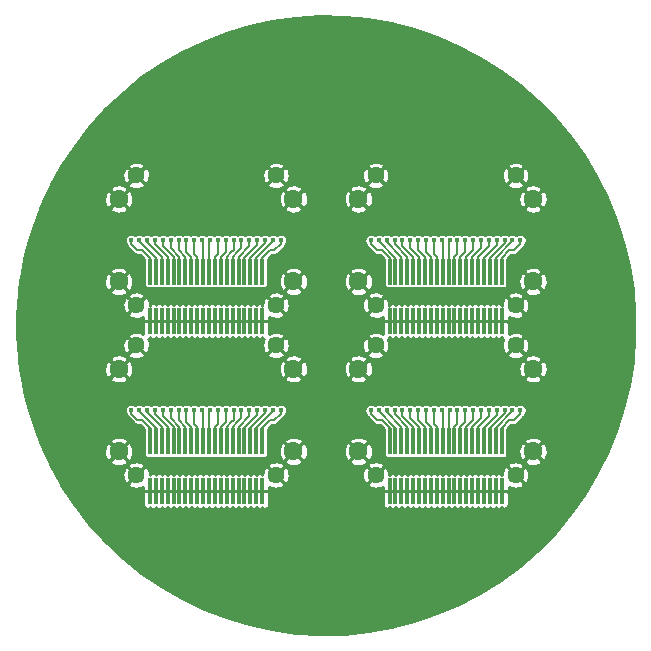
<source format=gbr>
G04 #@! TF.GenerationSoftware,KiCad,Pcbnew,(5.1.6)-1*
G04 #@! TF.CreationDate,2020-07-21T18:45:32-06:00*
G04 #@! TF.ProjectId,Gateway04,47617465-7761-4793-9034-2e6b69636164,rev?*
G04 #@! TF.SameCoordinates,Original*
G04 #@! TF.FileFunction,Copper,L1,Top*
G04 #@! TF.FilePolarity,Positive*
%FSLAX46Y46*%
G04 Gerber Fmt 4.6, Leading zero omitted, Abs format (unit mm)*
G04 Created by KiCad (PCBNEW (5.1.6)-1) date 2020-07-21 18:45:32*
%MOMM*%
%LPD*%
G01*
G04 APERTURE LIST*
G04 #@! TA.AperFunction,ComponentPad*
%ADD10C,1.600000*%
G04 #@! TD*
G04 #@! TA.AperFunction,ComponentPad*
%ADD11C,1.450000*%
G04 #@! TD*
G04 #@! TA.AperFunction,SMDPad,CuDef*
%ADD12R,0.300000X2.200000*%
G04 #@! TD*
G04 #@! TA.AperFunction,ViaPad*
%ADD13C,0.452000*%
G04 #@! TD*
G04 #@! TA.AperFunction,Conductor*
%ADD14C,0.152400*%
G04 #@! TD*
G04 #@! TA.AperFunction,Conductor*
%ADD15C,0.254000*%
G04 #@! TD*
G04 APERTURE END LIST*
D10*
X76315000Y-86567000D03*
X91105000Y-86567000D03*
D11*
X77790000Y-84567000D03*
X89630000Y-84567000D03*
D12*
X86960000Y-96907000D03*
X84960000Y-96907000D03*
X87460000Y-96907000D03*
X83960000Y-96907000D03*
X85960000Y-96907000D03*
X85460000Y-96907000D03*
X88460000Y-96907000D03*
X84460000Y-96907000D03*
X86460000Y-96907000D03*
X87960000Y-96907000D03*
X86960000Y-92707000D03*
X84960000Y-92707000D03*
X87460000Y-92707000D03*
X83960000Y-92707000D03*
X85960000Y-92707000D03*
X85460000Y-92707000D03*
X88460000Y-92707000D03*
X84460000Y-92707000D03*
X86460000Y-92707000D03*
X87960000Y-92707000D03*
D11*
X89630000Y-95547000D03*
X77790000Y-95547000D03*
D10*
X91105000Y-93547000D03*
X76315000Y-93547000D03*
D12*
X78960000Y-92707000D03*
X78960000Y-96907000D03*
X79460000Y-92707000D03*
X79460000Y-96907000D03*
X79960000Y-92707000D03*
X79960000Y-96907000D03*
X80460000Y-92707000D03*
X80460000Y-96907000D03*
X80960000Y-92707000D03*
X80960000Y-96907000D03*
X81460000Y-92707000D03*
X81460000Y-96907000D03*
X81960000Y-92707000D03*
X81960000Y-96907000D03*
X82460000Y-92707000D03*
X82460000Y-96907000D03*
X82960000Y-92707000D03*
X82960000Y-96907000D03*
X83460000Y-92707000D03*
X83460000Y-96907000D03*
X107244000Y-96907000D03*
X105244000Y-96907000D03*
X107744000Y-96907000D03*
X104244000Y-96907000D03*
X106244000Y-96907000D03*
X105744000Y-96907000D03*
X108744000Y-96907000D03*
X104744000Y-96907000D03*
X106744000Y-96907000D03*
X108244000Y-96907000D03*
X107244000Y-92707000D03*
X105244000Y-92707000D03*
X107744000Y-92707000D03*
X104244000Y-92707000D03*
X106244000Y-92707000D03*
X105744000Y-92707000D03*
X108744000Y-92707000D03*
X104744000Y-92707000D03*
X106744000Y-92707000D03*
X108244000Y-92707000D03*
D11*
X109914000Y-95547000D03*
X98074000Y-95547000D03*
D10*
X111389000Y-93547000D03*
X96599000Y-93547000D03*
D12*
X99244000Y-92707000D03*
X99244000Y-96907000D03*
X99744000Y-92707000D03*
X99744000Y-96907000D03*
X100244000Y-92707000D03*
X100244000Y-96907000D03*
X100744000Y-92707000D03*
X100744000Y-96907000D03*
X101244000Y-92707000D03*
X101244000Y-96907000D03*
X101744000Y-92707000D03*
X101744000Y-96907000D03*
X102244000Y-92707000D03*
X102244000Y-96907000D03*
X102744000Y-92707000D03*
X102744000Y-96907000D03*
X103244000Y-92707000D03*
X103244000Y-96907000D03*
X103744000Y-92707000D03*
X103744000Y-96907000D03*
D11*
X89630000Y-98953000D03*
X77790000Y-98953000D03*
D10*
X91105000Y-100953000D03*
X76315000Y-100953000D03*
D12*
X86960000Y-111293000D03*
X84960000Y-111293000D03*
X87460000Y-111293000D03*
X83960000Y-111293000D03*
X85960000Y-111293000D03*
X85460000Y-111293000D03*
X88460000Y-111293000D03*
X84460000Y-111293000D03*
X86460000Y-111293000D03*
X87960000Y-111293000D03*
X86960000Y-107093000D03*
X84960000Y-107093000D03*
X87460000Y-107093000D03*
X83960000Y-107093000D03*
X85960000Y-107093000D03*
X85460000Y-107093000D03*
X88460000Y-107093000D03*
X84460000Y-107093000D03*
X86460000Y-107093000D03*
X87960000Y-107093000D03*
D11*
X89630000Y-109933000D03*
X77790000Y-109933000D03*
D10*
X91105000Y-107933000D03*
X76315000Y-107933000D03*
D12*
X78960000Y-107093000D03*
X78960000Y-111293000D03*
X79460000Y-107093000D03*
X79460000Y-111293000D03*
X79960000Y-107093000D03*
X79960000Y-111293000D03*
X80460000Y-107093000D03*
X80460000Y-111293000D03*
X80960000Y-107093000D03*
X80960000Y-111293000D03*
X81460000Y-107093000D03*
X81460000Y-111293000D03*
X81960000Y-107093000D03*
X81960000Y-111293000D03*
X82460000Y-107093000D03*
X82460000Y-111293000D03*
X82960000Y-107093000D03*
X82960000Y-111293000D03*
X83460000Y-107093000D03*
X83460000Y-111293000D03*
D11*
X109914000Y-98953000D03*
X98074000Y-98953000D03*
D10*
X111389000Y-100953000D03*
X96599000Y-100953000D03*
D12*
X107244000Y-111293000D03*
X105244000Y-111293000D03*
X107744000Y-111293000D03*
X104244000Y-111293000D03*
X106244000Y-111293000D03*
X105744000Y-111293000D03*
X108744000Y-111293000D03*
X104744000Y-111293000D03*
X106744000Y-111293000D03*
X108244000Y-111293000D03*
X107244000Y-107093000D03*
X105244000Y-107093000D03*
X107744000Y-107093000D03*
X104244000Y-107093000D03*
X106244000Y-107093000D03*
X105744000Y-107093000D03*
X108744000Y-107093000D03*
X104744000Y-107093000D03*
X106744000Y-107093000D03*
X108244000Y-107093000D03*
D11*
X109914000Y-109933000D03*
X98074000Y-109933000D03*
D10*
X111389000Y-107933000D03*
X96599000Y-107933000D03*
D12*
X99244000Y-107093000D03*
X99244000Y-111293000D03*
X99744000Y-107093000D03*
X99744000Y-111293000D03*
X100244000Y-107093000D03*
X100244000Y-111293000D03*
X100744000Y-107093000D03*
X100744000Y-111293000D03*
X101244000Y-107093000D03*
X101244000Y-111293000D03*
X101744000Y-107093000D03*
X101744000Y-111293000D03*
X102244000Y-107093000D03*
X102244000Y-111293000D03*
X102744000Y-107093000D03*
X102744000Y-111293000D03*
X103244000Y-107093000D03*
X103244000Y-111293000D03*
X103744000Y-107093000D03*
X103744000Y-111293000D03*
D11*
X109914000Y-84567000D03*
X98074000Y-84567000D03*
D10*
X111389000Y-86567000D03*
X96599000Y-86567000D03*
D13*
X110309600Y-90057000D03*
X109644800Y-90057000D03*
X108980000Y-90057000D03*
X108315200Y-90057000D03*
X107650400Y-90057000D03*
X106985600Y-90057000D03*
X106320800Y-90057000D03*
X105656000Y-90057000D03*
X104991200Y-90057000D03*
X104326400Y-90057000D03*
X90025600Y-90057000D03*
X89360800Y-90057000D03*
X88696000Y-90057000D03*
X88031200Y-90057000D03*
X87366400Y-90057000D03*
X86701600Y-90057000D03*
X86036800Y-90057000D03*
X85372000Y-90057000D03*
X84707200Y-90057000D03*
X84042400Y-90057000D03*
X90025600Y-104443000D03*
X89360800Y-104443000D03*
X88696000Y-104443000D03*
X88031200Y-104443000D03*
X87366400Y-104443000D03*
X86701600Y-104443000D03*
X86036800Y-104443000D03*
X85372000Y-104443000D03*
X84707200Y-104443000D03*
X84042400Y-104443000D03*
X110309600Y-104443000D03*
X109644800Y-104443000D03*
X108980000Y-104443000D03*
X108315200Y-104443000D03*
X107650400Y-104443000D03*
X106985600Y-104443000D03*
X106320800Y-104443000D03*
X105656000Y-104443000D03*
X104991200Y-104443000D03*
X104326400Y-104443000D03*
X83377600Y-90057000D03*
X82712800Y-90057000D03*
X82048000Y-90057000D03*
X81383200Y-90057000D03*
X80718400Y-90057000D03*
X80053600Y-90057000D03*
X79388800Y-90057000D03*
X78704000Y-90057000D03*
X78039200Y-90057000D03*
X77374400Y-90057000D03*
X97658400Y-90057000D03*
X98323200Y-90057000D03*
X98988000Y-90057000D03*
X99672800Y-90057000D03*
X100337600Y-90057000D03*
X101002400Y-90057000D03*
X101667200Y-90057000D03*
X102332000Y-90057000D03*
X102996800Y-90057000D03*
X103661600Y-90057000D03*
X83377600Y-104443000D03*
X82712800Y-104443000D03*
X82048000Y-104443000D03*
X81383200Y-104443000D03*
X80718400Y-104443000D03*
X80053600Y-104443000D03*
X79388800Y-104443000D03*
X78704000Y-104443000D03*
X78039200Y-104443000D03*
X77374400Y-104443000D03*
X97658400Y-104443000D03*
X98323200Y-104443000D03*
X98988000Y-104443000D03*
X99672800Y-104443000D03*
X100337600Y-104443000D03*
X101002400Y-104443000D03*
X101667200Y-104443000D03*
X102332000Y-104443000D03*
X102996800Y-104443000D03*
X103661600Y-104443000D03*
D14*
X109786212Y-90900000D02*
X109378640Y-90900000D01*
X109378640Y-90900000D02*
X108744000Y-91534640D01*
X108744000Y-91534640D02*
X108744000Y-92707000D01*
X110309600Y-90057000D02*
X110309600Y-90376612D01*
X110309600Y-90376612D02*
X109786212Y-90900000D01*
X108244000Y-91536258D02*
X109644800Y-90135458D01*
X109644800Y-90135458D02*
X109644800Y-90057000D01*
X108244000Y-92707000D02*
X108244000Y-91536258D01*
X107744000Y-92707000D02*
X107744000Y-91537876D01*
X108980000Y-90301876D02*
X108980000Y-90057000D01*
X107744000Y-91537876D02*
X108980000Y-90301876D01*
X107244000Y-91539493D02*
X108315200Y-90468293D01*
X107244000Y-92707000D02*
X107244000Y-91539493D01*
X108315200Y-90468293D02*
X108315200Y-90057000D01*
X106744000Y-91454600D02*
X107650400Y-90548200D01*
X107650400Y-90548200D02*
X107650400Y-90376612D01*
X106744000Y-92707000D02*
X106744000Y-91454600D01*
X107650400Y-90376612D02*
X107650400Y-90057000D01*
X106985600Y-90714618D02*
X106985600Y-90057000D01*
X106638600Y-91060000D02*
X106640218Y-91060000D01*
X106244000Y-91454600D02*
X106638600Y-91060000D01*
X106244000Y-92707000D02*
X106244000Y-91454600D01*
X106640218Y-91060000D02*
X106985600Y-90714618D01*
X105744000Y-91454600D02*
X106138600Y-91060000D01*
X106320800Y-90879418D02*
X106320800Y-90057000D01*
X105744000Y-92707000D02*
X105744000Y-91454600D01*
X106138600Y-91060000D02*
X106140218Y-91060000D01*
X106140218Y-91060000D02*
X106320800Y-90879418D01*
X105244000Y-92707000D02*
X105244000Y-91454600D01*
X105656000Y-91042600D02*
X105656000Y-90057000D01*
X105244000Y-91454600D02*
X105656000Y-91042600D01*
X104744000Y-92707000D02*
X104744000Y-91454600D01*
X104991200Y-91209017D02*
X104991200Y-90057000D01*
X104900217Y-91300000D02*
X104991200Y-91209017D01*
X104744000Y-91454600D02*
X104898600Y-91300000D01*
X104898600Y-91300000D02*
X104900217Y-91300000D01*
X104244000Y-92707000D02*
X104244000Y-90139400D01*
X104244000Y-90139400D02*
X104326400Y-90057000D01*
X88460000Y-91534640D02*
X88460000Y-92707000D01*
X89094640Y-90900000D02*
X88460000Y-91534640D01*
X89502212Y-90900000D02*
X89094640Y-90900000D01*
X90025600Y-90057000D02*
X90025600Y-90376612D01*
X90025600Y-90376612D02*
X89502212Y-90900000D01*
X87960000Y-92707000D02*
X87960000Y-91536258D01*
X89360800Y-90135458D02*
X89360800Y-90057000D01*
X87960000Y-91536258D02*
X89360800Y-90135458D01*
X87460000Y-92707000D02*
X87460000Y-91537876D01*
X88696000Y-90301876D02*
X88696000Y-90057000D01*
X87460000Y-91537876D02*
X88696000Y-90301876D01*
X88031200Y-90468293D02*
X88031200Y-90057000D01*
X86960000Y-92707000D02*
X86960000Y-91539493D01*
X86960000Y-91539493D02*
X88031200Y-90468293D01*
X87366400Y-90376612D02*
X87366400Y-90057000D01*
X87366400Y-90548200D02*
X87366400Y-90376612D01*
X86460000Y-91454600D02*
X87366400Y-90548200D01*
X86460000Y-92707000D02*
X86460000Y-91454600D01*
X86354600Y-91060000D02*
X86356218Y-91060000D01*
X85960000Y-92707000D02*
X85960000Y-91454600D01*
X85960000Y-91454600D02*
X86354600Y-91060000D01*
X86701600Y-90714618D02*
X86701600Y-90057000D01*
X86356218Y-91060000D02*
X86701600Y-90714618D01*
X85854600Y-91060000D02*
X85856218Y-91060000D01*
X85460000Y-92707000D02*
X85460000Y-91454600D01*
X85460000Y-91454600D02*
X85854600Y-91060000D01*
X86036800Y-90879418D02*
X86036800Y-90057000D01*
X85856218Y-91060000D02*
X86036800Y-90879418D01*
X85372000Y-91042600D02*
X85372000Y-90057000D01*
X84960000Y-92707000D02*
X84960000Y-91454600D01*
X84960000Y-91454600D02*
X85372000Y-91042600D01*
X84614600Y-91300000D02*
X84616217Y-91300000D01*
X84460000Y-92707000D02*
X84460000Y-91454600D01*
X84460000Y-91454600D02*
X84614600Y-91300000D01*
X84707200Y-91209017D02*
X84707200Y-90057000D01*
X84616217Y-91300000D02*
X84707200Y-91209017D01*
X83960000Y-90139400D02*
X84042400Y-90057000D01*
X83960000Y-92707000D02*
X83960000Y-90139400D01*
X89502212Y-105286000D02*
X89094640Y-105286000D01*
X90025600Y-104443000D02*
X90025600Y-104762612D01*
X90025600Y-104762612D02*
X89502212Y-105286000D01*
X89094640Y-105286000D02*
X88460000Y-105920640D01*
X88460000Y-105920640D02*
X88460000Y-107093000D01*
X87960000Y-105922258D02*
X89360800Y-104521458D01*
X89360800Y-104521458D02*
X89360800Y-104443000D01*
X87960000Y-107093000D02*
X87960000Y-105922258D01*
X87460000Y-107093000D02*
X87460000Y-105923876D01*
X88696000Y-104687876D02*
X88696000Y-104443000D01*
X87460000Y-105923876D02*
X88696000Y-104687876D01*
X86960000Y-105925493D02*
X88031200Y-104854293D01*
X86960000Y-107093000D02*
X86960000Y-105925493D01*
X88031200Y-104854293D02*
X88031200Y-104443000D01*
X86460000Y-105840600D02*
X87366400Y-104934200D01*
X87366400Y-104934200D02*
X87366400Y-104762612D01*
X86460000Y-107093000D02*
X86460000Y-105840600D01*
X87366400Y-104762612D02*
X87366400Y-104443000D01*
X86701600Y-105100618D02*
X86701600Y-104443000D01*
X86354600Y-105446000D02*
X86356218Y-105446000D01*
X85960000Y-105840600D02*
X86354600Y-105446000D01*
X85960000Y-107093000D02*
X85960000Y-105840600D01*
X86356218Y-105446000D02*
X86701600Y-105100618D01*
X85460000Y-105840600D02*
X85854600Y-105446000D01*
X86036800Y-105265418D02*
X86036800Y-104443000D01*
X85460000Y-107093000D02*
X85460000Y-105840600D01*
X85854600Y-105446000D02*
X85856218Y-105446000D01*
X85856218Y-105446000D02*
X86036800Y-105265418D01*
X84960000Y-107093000D02*
X84960000Y-105840600D01*
X85372000Y-105428600D02*
X85372000Y-104443000D01*
X84960000Y-105840600D02*
X85372000Y-105428600D01*
X84460000Y-107093000D02*
X84460000Y-105840600D01*
X84707200Y-105595017D02*
X84707200Y-104443000D01*
X84616217Y-105686000D02*
X84707200Y-105595017D01*
X84460000Y-105840600D02*
X84614600Y-105686000D01*
X84614600Y-105686000D02*
X84616217Y-105686000D01*
X83960000Y-107093000D02*
X83960000Y-104525400D01*
X83960000Y-104525400D02*
X84042400Y-104443000D01*
X109786212Y-105286000D02*
X109378640Y-105286000D01*
X110309600Y-104443000D02*
X110309600Y-104762612D01*
X110309600Y-104762612D02*
X109786212Y-105286000D01*
X109378640Y-105286000D02*
X108744000Y-105920640D01*
X108744000Y-105920640D02*
X108744000Y-107093000D01*
X108244000Y-105922258D02*
X109644800Y-104521458D01*
X109644800Y-104521458D02*
X109644800Y-104443000D01*
X108244000Y-107093000D02*
X108244000Y-105922258D01*
X107744000Y-107093000D02*
X107744000Y-105923876D01*
X108980000Y-104687876D02*
X108980000Y-104443000D01*
X107744000Y-105923876D02*
X108980000Y-104687876D01*
X107244000Y-105925493D02*
X108315200Y-104854293D01*
X107244000Y-107093000D02*
X107244000Y-105925493D01*
X108315200Y-104854293D02*
X108315200Y-104443000D01*
X106744000Y-105840600D02*
X107650400Y-104934200D01*
X107650400Y-104934200D02*
X107650400Y-104762612D01*
X106744000Y-107093000D02*
X106744000Y-105840600D01*
X107650400Y-104762612D02*
X107650400Y-104443000D01*
X106985600Y-105100618D02*
X106985600Y-104443000D01*
X106638600Y-105446000D02*
X106640218Y-105446000D01*
X106244000Y-105840600D02*
X106638600Y-105446000D01*
X106244000Y-107093000D02*
X106244000Y-105840600D01*
X106640218Y-105446000D02*
X106985600Y-105100618D01*
X105744000Y-105840600D02*
X106138600Y-105446000D01*
X106320800Y-105265418D02*
X106320800Y-104443000D01*
X105744000Y-107093000D02*
X105744000Y-105840600D01*
X106138600Y-105446000D02*
X106140218Y-105446000D01*
X106140218Y-105446000D02*
X106320800Y-105265418D01*
X105244000Y-107093000D02*
X105244000Y-105840600D01*
X105656000Y-105428600D02*
X105656000Y-104443000D01*
X105244000Y-105840600D02*
X105656000Y-105428600D01*
X104744000Y-107093000D02*
X104744000Y-105840600D01*
X104991200Y-105595017D02*
X104991200Y-104443000D01*
X104900217Y-105686000D02*
X104991200Y-105595017D01*
X104744000Y-105840600D02*
X104898600Y-105686000D01*
X104898600Y-105686000D02*
X104900217Y-105686000D01*
X104244000Y-107093000D02*
X104244000Y-104525400D01*
X104244000Y-104525400D02*
X104326400Y-104443000D01*
X83460000Y-90139400D02*
X83377600Y-90057000D01*
X83460000Y-92707000D02*
X83460000Y-90139400D01*
X82712800Y-90376612D02*
X82712800Y-90057000D01*
X82712800Y-91207400D02*
X82712800Y-90376612D01*
X82960000Y-91454600D02*
X82712800Y-91207400D01*
X82960000Y-92707000D02*
X82960000Y-91454600D01*
X82048000Y-90376612D02*
X82048000Y-90057000D01*
X82048000Y-91040983D02*
X82048000Y-90376612D01*
X82460000Y-91452983D02*
X82048000Y-91040983D01*
X82460000Y-92707000D02*
X82460000Y-91452983D01*
X81383200Y-90376612D02*
X81383200Y-90057000D01*
X81383200Y-90877800D02*
X81383200Y-90376612D01*
X81960000Y-91454600D02*
X81383200Y-90877800D01*
X81960000Y-92707000D02*
X81960000Y-91454600D01*
X80718400Y-90376612D02*
X80718400Y-90057000D01*
X80718400Y-90711382D02*
X80718400Y-90376612D01*
X81460000Y-91452982D02*
X80718400Y-90711382D01*
X81460000Y-92707000D02*
X81460000Y-91452982D01*
X80053600Y-90376612D02*
X80053600Y-90057000D01*
X80053600Y-90544964D02*
X80053600Y-90376612D01*
X80960000Y-91451364D02*
X80053600Y-90544964D01*
X80960000Y-92707000D02*
X80960000Y-91451364D01*
X79388800Y-90376612D02*
X79388800Y-90057000D01*
X79388800Y-90378546D02*
X79388800Y-90376612D01*
X80460000Y-91449746D02*
X79388800Y-90378546D01*
X80460000Y-92707000D02*
X80460000Y-91449746D01*
X78704000Y-90203838D02*
X78704000Y-90057000D01*
X79960000Y-91459838D02*
X78704000Y-90203838D01*
X79960000Y-92707000D02*
X79960000Y-91459838D01*
X78039200Y-90135458D02*
X78039200Y-90057000D01*
X79460000Y-91556258D02*
X78039200Y-90135458D01*
X79460000Y-92707000D02*
X79460000Y-91556258D01*
X78960000Y-92707000D02*
X78960000Y-91554640D01*
X78960000Y-91554640D02*
X78307680Y-90902320D01*
X77374400Y-90376612D02*
X77374400Y-90057000D01*
X77900108Y-90902320D02*
X77374400Y-90376612D01*
X78307680Y-90902320D02*
X77900108Y-90902320D01*
X99244000Y-91554640D02*
X98591680Y-90902320D01*
X99244000Y-92707000D02*
X99244000Y-91554640D01*
X98591680Y-90902320D02*
X98184108Y-90902320D01*
X97658400Y-90376612D02*
X97658400Y-90057000D01*
X98184108Y-90902320D02*
X97658400Y-90376612D01*
X99744000Y-92707000D02*
X99744000Y-91556258D01*
X99744000Y-91556258D02*
X98323200Y-90135458D01*
X98323200Y-90135458D02*
X98323200Y-90057000D01*
X100244000Y-92707000D02*
X100244000Y-91459838D01*
X100244000Y-91459838D02*
X98988000Y-90203838D01*
X98988000Y-90203838D02*
X98988000Y-90057000D01*
X99672800Y-90376612D02*
X99672800Y-90057000D01*
X100744000Y-91449746D02*
X99672800Y-90378546D01*
X99672800Y-90378546D02*
X99672800Y-90376612D01*
X100744000Y-92707000D02*
X100744000Y-91449746D01*
X100337600Y-90376612D02*
X100337600Y-90057000D01*
X101244000Y-91451364D02*
X100337600Y-90544964D01*
X101244000Y-92707000D02*
X101244000Y-91451364D01*
X100337600Y-90544964D02*
X100337600Y-90376612D01*
X101744000Y-92707000D02*
X101744000Y-91452982D01*
X101744000Y-91452982D02*
X101002400Y-90711382D01*
X101002400Y-90711382D02*
X101002400Y-90376612D01*
X101002400Y-90376612D02*
X101002400Y-90057000D01*
X101667200Y-90376612D02*
X101667200Y-90057000D01*
X101667200Y-90877800D02*
X101667200Y-90376612D01*
X102244000Y-91454600D02*
X101667200Y-90877800D01*
X102244000Y-92707000D02*
X102244000Y-91454600D01*
X102744000Y-92707000D02*
X102744000Y-91452983D01*
X102744000Y-91452983D02*
X102332000Y-91040983D01*
X102332000Y-91040983D02*
X102332000Y-90376612D01*
X102332000Y-90376612D02*
X102332000Y-90057000D01*
X102996800Y-90376612D02*
X102996800Y-90057000D01*
X102996800Y-91207400D02*
X102996800Y-90376612D01*
X103244000Y-91454600D02*
X102996800Y-91207400D01*
X103244000Y-92707000D02*
X103244000Y-91454600D01*
X103744000Y-90139400D02*
X103661600Y-90057000D01*
X103744000Y-92707000D02*
X103744000Y-90139400D01*
X83460000Y-104525400D02*
X83377600Y-104443000D01*
X83460000Y-107093000D02*
X83460000Y-104525400D01*
X82712800Y-104762612D02*
X82712800Y-104443000D01*
X82712800Y-105593400D02*
X82712800Y-104762612D01*
X82960000Y-105840600D02*
X82712800Y-105593400D01*
X82960000Y-107093000D02*
X82960000Y-105840600D01*
X82460000Y-107093000D02*
X82460000Y-105838983D01*
X82460000Y-105838983D02*
X82048000Y-105426983D01*
X82048000Y-105426983D02*
X82048000Y-104762612D01*
X82048000Y-104762612D02*
X82048000Y-104443000D01*
X81383200Y-104762612D02*
X81383200Y-104443000D01*
X81383200Y-105263800D02*
X81383200Y-104762612D01*
X81960000Y-105840600D02*
X81383200Y-105263800D01*
X81960000Y-107093000D02*
X81960000Y-105840600D01*
X81460000Y-107093000D02*
X81460000Y-105838982D01*
X81460000Y-105838982D02*
X80718400Y-105097382D01*
X80718400Y-105097382D02*
X80718400Y-104762612D01*
X80718400Y-104762612D02*
X80718400Y-104443000D01*
X80053600Y-104762612D02*
X80053600Y-104443000D01*
X80960000Y-105837364D02*
X80053600Y-104930964D01*
X80960000Y-107093000D02*
X80960000Y-105837364D01*
X80053600Y-104930964D02*
X80053600Y-104762612D01*
X79388800Y-104762612D02*
X79388800Y-104443000D01*
X80460000Y-105835746D02*
X79388800Y-104764546D01*
X79388800Y-104764546D02*
X79388800Y-104762612D01*
X80460000Y-107093000D02*
X80460000Y-105835746D01*
X79960000Y-107093000D02*
X79960000Y-105845838D01*
X79960000Y-105845838D02*
X78704000Y-104589838D01*
X78704000Y-104589838D02*
X78704000Y-104443000D01*
X79460000Y-107093000D02*
X79460000Y-105942258D01*
X79460000Y-105942258D02*
X78039200Y-104521458D01*
X78039200Y-104521458D02*
X78039200Y-104443000D01*
X78960000Y-105940640D02*
X78307680Y-105288320D01*
X78960000Y-107093000D02*
X78960000Y-105940640D01*
X78307680Y-105288320D02*
X77900108Y-105288320D01*
X77374400Y-104762612D02*
X77374400Y-104443000D01*
X77900108Y-105288320D02*
X77374400Y-104762612D01*
X99244000Y-105940640D02*
X98591680Y-105288320D01*
X99244000Y-107093000D02*
X99244000Y-105940640D01*
X98591680Y-105288320D02*
X98184108Y-105288320D01*
X97658400Y-104762612D02*
X97658400Y-104443000D01*
X98184108Y-105288320D02*
X97658400Y-104762612D01*
X99744000Y-107093000D02*
X99744000Y-105942258D01*
X99744000Y-105942258D02*
X98323200Y-104521458D01*
X98323200Y-104521458D02*
X98323200Y-104443000D01*
X100244000Y-107093000D02*
X100244000Y-105845838D01*
X100244000Y-105845838D02*
X98988000Y-104589838D01*
X98988000Y-104589838D02*
X98988000Y-104443000D01*
X99672800Y-104762612D02*
X99672800Y-104443000D01*
X100744000Y-105835746D02*
X99672800Y-104764546D01*
X99672800Y-104764546D02*
X99672800Y-104762612D01*
X100744000Y-107093000D02*
X100744000Y-105835746D01*
X100337600Y-104762612D02*
X100337600Y-104443000D01*
X101244000Y-105837364D02*
X100337600Y-104930964D01*
X101244000Y-107093000D02*
X101244000Y-105837364D01*
X100337600Y-104930964D02*
X100337600Y-104762612D01*
X101744000Y-107093000D02*
X101744000Y-105838982D01*
X101744000Y-105838982D02*
X101002400Y-105097382D01*
X101002400Y-105097382D02*
X101002400Y-104762612D01*
X101002400Y-104762612D02*
X101002400Y-104443000D01*
X101667200Y-104762612D02*
X101667200Y-104443000D01*
X101667200Y-105263800D02*
X101667200Y-104762612D01*
X102244000Y-105840600D02*
X101667200Y-105263800D01*
X102244000Y-107093000D02*
X102244000Y-105840600D01*
X102744000Y-107093000D02*
X102744000Y-105838983D01*
X102744000Y-105838983D02*
X102332000Y-105426983D01*
X102332000Y-105426983D02*
X102332000Y-104762612D01*
X102332000Y-104762612D02*
X102332000Y-104443000D01*
X102996800Y-104762612D02*
X102996800Y-104443000D01*
X102996800Y-105593400D02*
X102996800Y-104762612D01*
X103244000Y-105840600D02*
X102996800Y-105593400D01*
X103244000Y-107093000D02*
X103244000Y-105840600D01*
X103744000Y-104525400D02*
X103661600Y-104443000D01*
X103744000Y-107093000D02*
X103744000Y-104525400D01*
D15*
G36*
X95372371Y-71146238D02*
G01*
X97390643Y-71342551D01*
X99387633Y-71694674D01*
X101351331Y-72200490D01*
X103269927Y-72856957D01*
X105131883Y-73660126D01*
X106926000Y-74605168D01*
X108641489Y-75686398D01*
X110268031Y-76897314D01*
X111795846Y-78230634D01*
X113215745Y-79678338D01*
X114519188Y-81231721D01*
X115698335Y-82881439D01*
X116746097Y-84617572D01*
X117656170Y-86429677D01*
X118423083Y-88306857D01*
X119042222Y-90237823D01*
X119509864Y-92210960D01*
X119823197Y-94214402D01*
X119980335Y-96236102D01*
X119980335Y-98263898D01*
X119823197Y-100285598D01*
X119509864Y-102289040D01*
X119042222Y-104262177D01*
X118423083Y-106193143D01*
X117656170Y-108070323D01*
X116746097Y-109882428D01*
X115698335Y-111618561D01*
X114519188Y-113268279D01*
X113215745Y-114821662D01*
X111795846Y-116269366D01*
X110268031Y-117602686D01*
X108641489Y-118813602D01*
X106926000Y-119894832D01*
X105131883Y-120839874D01*
X103269927Y-121643043D01*
X101351331Y-122299510D01*
X99387633Y-122805326D01*
X97390643Y-123157449D01*
X95372371Y-123353762D01*
X93344955Y-123393083D01*
X91320589Y-123275178D01*
X89311447Y-123000753D01*
X87329613Y-122571461D01*
X85387005Y-121989882D01*
X83495306Y-121259515D01*
X81665894Y-120384751D01*
X79909770Y-119370853D01*
X78237497Y-118223917D01*
X76659131Y-116950842D01*
X75184165Y-115559283D01*
X73821470Y-114057610D01*
X72579240Y-112454855D01*
X72538558Y-112393000D01*
X78380934Y-112393000D01*
X78389178Y-112476707D01*
X78413595Y-112557196D01*
X78453245Y-112631376D01*
X78506605Y-112696395D01*
X78571624Y-112749755D01*
X78645804Y-112789405D01*
X78726293Y-112813822D01*
X78810000Y-112822066D01*
X78830250Y-112820000D01*
X78937000Y-112713250D01*
X78937000Y-112600984D01*
X78953245Y-112631376D01*
X78983000Y-112667632D01*
X78983000Y-112713250D01*
X79089750Y-112820000D01*
X79110000Y-112822066D01*
X79193707Y-112813822D01*
X79210000Y-112808879D01*
X79226293Y-112813822D01*
X79310000Y-112822066D01*
X79330250Y-112820000D01*
X79437000Y-112713250D01*
X79437000Y-112667632D01*
X79460000Y-112639607D01*
X79483000Y-112667632D01*
X79483000Y-112713250D01*
X79589750Y-112820000D01*
X79610000Y-112822066D01*
X79693707Y-112813822D01*
X79710000Y-112808879D01*
X79726293Y-112813822D01*
X79810000Y-112822066D01*
X79830250Y-112820000D01*
X79937000Y-112713250D01*
X79937000Y-112667632D01*
X79960000Y-112639607D01*
X79983000Y-112667632D01*
X79983000Y-112713250D01*
X80089750Y-112820000D01*
X80110000Y-112822066D01*
X80193707Y-112813822D01*
X80210000Y-112808879D01*
X80226293Y-112813822D01*
X80310000Y-112822066D01*
X80330250Y-112820000D01*
X80437000Y-112713250D01*
X80437000Y-112667632D01*
X80460000Y-112639607D01*
X80483000Y-112667632D01*
X80483000Y-112713250D01*
X80589750Y-112820000D01*
X80610000Y-112822066D01*
X80693707Y-112813822D01*
X80710000Y-112808879D01*
X80726293Y-112813822D01*
X80810000Y-112822066D01*
X80830250Y-112820000D01*
X80937000Y-112713250D01*
X80937000Y-112667632D01*
X80960000Y-112639607D01*
X80983000Y-112667632D01*
X80983000Y-112713250D01*
X81089750Y-112820000D01*
X81110000Y-112822066D01*
X81193707Y-112813822D01*
X81210000Y-112808879D01*
X81226293Y-112813822D01*
X81310000Y-112822066D01*
X81330250Y-112820000D01*
X81437000Y-112713250D01*
X81437000Y-112667632D01*
X81460000Y-112639607D01*
X81483000Y-112667632D01*
X81483000Y-112713250D01*
X81589750Y-112820000D01*
X81610000Y-112822066D01*
X81693707Y-112813822D01*
X81710000Y-112808879D01*
X81726293Y-112813822D01*
X81810000Y-112822066D01*
X81830250Y-112820000D01*
X81937000Y-112713250D01*
X81937000Y-112667632D01*
X81960000Y-112639607D01*
X81983000Y-112667632D01*
X81983000Y-112713250D01*
X82089750Y-112820000D01*
X82110000Y-112822066D01*
X82193707Y-112813822D01*
X82210000Y-112808879D01*
X82226293Y-112813822D01*
X82310000Y-112822066D01*
X82330250Y-112820000D01*
X82437000Y-112713250D01*
X82437000Y-112667632D01*
X82460000Y-112639607D01*
X82483000Y-112667632D01*
X82483000Y-112713250D01*
X82589750Y-112820000D01*
X82610000Y-112822066D01*
X82693707Y-112813822D01*
X82710000Y-112808879D01*
X82726293Y-112813822D01*
X82810000Y-112822066D01*
X82830250Y-112820000D01*
X82937000Y-112713250D01*
X82937000Y-112667632D01*
X82960000Y-112639607D01*
X82983000Y-112667632D01*
X82983000Y-112713250D01*
X83089750Y-112820000D01*
X83110000Y-112822066D01*
X83193707Y-112813822D01*
X83210000Y-112808879D01*
X83226293Y-112813822D01*
X83310000Y-112822066D01*
X83330250Y-112820000D01*
X83437000Y-112713250D01*
X83437000Y-112667632D01*
X83460000Y-112639607D01*
X83483000Y-112667632D01*
X83483000Y-112713250D01*
X83589750Y-112820000D01*
X83610000Y-112822066D01*
X83693707Y-112813822D01*
X83710000Y-112808879D01*
X83726293Y-112813822D01*
X83810000Y-112822066D01*
X83830250Y-112820000D01*
X83937000Y-112713250D01*
X83937000Y-112667632D01*
X83960000Y-112639607D01*
X83983000Y-112667632D01*
X83983000Y-112713250D01*
X84089750Y-112820000D01*
X84110000Y-112822066D01*
X84193707Y-112813822D01*
X84210000Y-112808879D01*
X84226293Y-112813822D01*
X84310000Y-112822066D01*
X84330250Y-112820000D01*
X84437000Y-112713250D01*
X84437000Y-112667632D01*
X84460000Y-112639607D01*
X84483000Y-112667632D01*
X84483000Y-112713250D01*
X84589750Y-112820000D01*
X84610000Y-112822066D01*
X84693707Y-112813822D01*
X84710000Y-112808879D01*
X84726293Y-112813822D01*
X84810000Y-112822066D01*
X84830250Y-112820000D01*
X84937000Y-112713250D01*
X84937000Y-112667632D01*
X84960000Y-112639607D01*
X84983000Y-112667632D01*
X84983000Y-112713250D01*
X85089750Y-112820000D01*
X85110000Y-112822066D01*
X85193707Y-112813822D01*
X85210000Y-112808879D01*
X85226293Y-112813822D01*
X85310000Y-112822066D01*
X85330250Y-112820000D01*
X85437000Y-112713250D01*
X85437000Y-112667632D01*
X85460000Y-112639607D01*
X85483000Y-112667632D01*
X85483000Y-112713250D01*
X85589750Y-112820000D01*
X85610000Y-112822066D01*
X85693707Y-112813822D01*
X85710000Y-112808879D01*
X85726293Y-112813822D01*
X85810000Y-112822066D01*
X85830250Y-112820000D01*
X85937000Y-112713250D01*
X85937000Y-112667632D01*
X85960000Y-112639607D01*
X85983000Y-112667632D01*
X85983000Y-112713250D01*
X86089750Y-112820000D01*
X86110000Y-112822066D01*
X86193707Y-112813822D01*
X86210000Y-112808879D01*
X86226293Y-112813822D01*
X86310000Y-112822066D01*
X86330250Y-112820000D01*
X86437000Y-112713250D01*
X86437000Y-112667632D01*
X86460000Y-112639607D01*
X86483000Y-112667632D01*
X86483000Y-112713250D01*
X86589750Y-112820000D01*
X86610000Y-112822066D01*
X86693707Y-112813822D01*
X86710000Y-112808879D01*
X86726293Y-112813822D01*
X86810000Y-112822066D01*
X86830250Y-112820000D01*
X86937000Y-112713250D01*
X86937000Y-112667632D01*
X86960000Y-112639607D01*
X86983000Y-112667632D01*
X86983000Y-112713250D01*
X87089750Y-112820000D01*
X87110000Y-112822066D01*
X87193707Y-112813822D01*
X87210000Y-112808879D01*
X87226293Y-112813822D01*
X87310000Y-112822066D01*
X87330250Y-112820000D01*
X87437000Y-112713250D01*
X87437000Y-112667632D01*
X87460000Y-112639607D01*
X87483000Y-112667632D01*
X87483000Y-112713250D01*
X87589750Y-112820000D01*
X87610000Y-112822066D01*
X87693707Y-112813822D01*
X87710000Y-112808879D01*
X87726293Y-112813822D01*
X87810000Y-112822066D01*
X87830250Y-112820000D01*
X87937000Y-112713250D01*
X87937000Y-112667632D01*
X87960000Y-112639607D01*
X87983000Y-112667632D01*
X87983000Y-112713250D01*
X88089750Y-112820000D01*
X88110000Y-112822066D01*
X88193707Y-112813822D01*
X88210000Y-112808879D01*
X88226293Y-112813822D01*
X88310000Y-112822066D01*
X88330250Y-112820000D01*
X88437000Y-112713250D01*
X88437000Y-112667632D01*
X88466755Y-112631376D01*
X88483000Y-112600984D01*
X88483000Y-112713250D01*
X88589750Y-112820000D01*
X88610000Y-112822066D01*
X88693707Y-112813822D01*
X88774196Y-112789405D01*
X88848376Y-112749755D01*
X88913395Y-112696395D01*
X88966755Y-112631376D01*
X89006405Y-112557196D01*
X89030822Y-112476707D01*
X89039066Y-112393000D01*
X98664934Y-112393000D01*
X98673178Y-112476707D01*
X98697595Y-112557196D01*
X98737245Y-112631376D01*
X98790605Y-112696395D01*
X98855624Y-112749755D01*
X98929804Y-112789405D01*
X99010293Y-112813822D01*
X99094000Y-112822066D01*
X99114250Y-112820000D01*
X99221000Y-112713250D01*
X99221000Y-112600984D01*
X99237245Y-112631376D01*
X99267000Y-112667632D01*
X99267000Y-112713250D01*
X99373750Y-112820000D01*
X99394000Y-112822066D01*
X99477707Y-112813822D01*
X99494000Y-112808879D01*
X99510293Y-112813822D01*
X99594000Y-112822066D01*
X99614250Y-112820000D01*
X99721000Y-112713250D01*
X99721000Y-112667632D01*
X99744000Y-112639607D01*
X99767000Y-112667632D01*
X99767000Y-112713250D01*
X99873750Y-112820000D01*
X99894000Y-112822066D01*
X99977707Y-112813822D01*
X99994000Y-112808879D01*
X100010293Y-112813822D01*
X100094000Y-112822066D01*
X100114250Y-112820000D01*
X100221000Y-112713250D01*
X100221000Y-112667632D01*
X100244000Y-112639607D01*
X100267000Y-112667632D01*
X100267000Y-112713250D01*
X100373750Y-112820000D01*
X100394000Y-112822066D01*
X100477707Y-112813822D01*
X100494000Y-112808879D01*
X100510293Y-112813822D01*
X100594000Y-112822066D01*
X100614250Y-112820000D01*
X100721000Y-112713250D01*
X100721000Y-112667632D01*
X100744000Y-112639607D01*
X100767000Y-112667632D01*
X100767000Y-112713250D01*
X100873750Y-112820000D01*
X100894000Y-112822066D01*
X100977707Y-112813822D01*
X100994000Y-112808879D01*
X101010293Y-112813822D01*
X101094000Y-112822066D01*
X101114250Y-112820000D01*
X101221000Y-112713250D01*
X101221000Y-112667632D01*
X101244000Y-112639607D01*
X101267000Y-112667632D01*
X101267000Y-112713250D01*
X101373750Y-112820000D01*
X101394000Y-112822066D01*
X101477707Y-112813822D01*
X101494000Y-112808879D01*
X101510293Y-112813822D01*
X101594000Y-112822066D01*
X101614250Y-112820000D01*
X101721000Y-112713250D01*
X101721000Y-112667632D01*
X101744000Y-112639607D01*
X101767000Y-112667632D01*
X101767000Y-112713250D01*
X101873750Y-112820000D01*
X101894000Y-112822066D01*
X101977707Y-112813822D01*
X101994000Y-112808879D01*
X102010293Y-112813822D01*
X102094000Y-112822066D01*
X102114250Y-112820000D01*
X102221000Y-112713250D01*
X102221000Y-112667632D01*
X102244000Y-112639607D01*
X102267000Y-112667632D01*
X102267000Y-112713250D01*
X102373750Y-112820000D01*
X102394000Y-112822066D01*
X102477707Y-112813822D01*
X102494000Y-112808879D01*
X102510293Y-112813822D01*
X102594000Y-112822066D01*
X102614250Y-112820000D01*
X102721000Y-112713250D01*
X102721000Y-112667632D01*
X102744000Y-112639607D01*
X102767000Y-112667632D01*
X102767000Y-112713250D01*
X102873750Y-112820000D01*
X102894000Y-112822066D01*
X102977707Y-112813822D01*
X102994000Y-112808879D01*
X103010293Y-112813822D01*
X103094000Y-112822066D01*
X103114250Y-112820000D01*
X103221000Y-112713250D01*
X103221000Y-112667632D01*
X103244000Y-112639607D01*
X103267000Y-112667632D01*
X103267000Y-112713250D01*
X103373750Y-112820000D01*
X103394000Y-112822066D01*
X103477707Y-112813822D01*
X103494000Y-112808879D01*
X103510293Y-112813822D01*
X103594000Y-112822066D01*
X103614250Y-112820000D01*
X103721000Y-112713250D01*
X103721000Y-112667632D01*
X103744000Y-112639607D01*
X103767000Y-112667632D01*
X103767000Y-112713250D01*
X103873750Y-112820000D01*
X103894000Y-112822066D01*
X103977707Y-112813822D01*
X103994000Y-112808879D01*
X104010293Y-112813822D01*
X104094000Y-112822066D01*
X104114250Y-112820000D01*
X104221000Y-112713250D01*
X104221000Y-112667632D01*
X104244000Y-112639607D01*
X104267000Y-112667632D01*
X104267000Y-112713250D01*
X104373750Y-112820000D01*
X104394000Y-112822066D01*
X104477707Y-112813822D01*
X104494000Y-112808879D01*
X104510293Y-112813822D01*
X104594000Y-112822066D01*
X104614250Y-112820000D01*
X104721000Y-112713250D01*
X104721000Y-112667632D01*
X104744000Y-112639607D01*
X104767000Y-112667632D01*
X104767000Y-112713250D01*
X104873750Y-112820000D01*
X104894000Y-112822066D01*
X104977707Y-112813822D01*
X104994000Y-112808879D01*
X105010293Y-112813822D01*
X105094000Y-112822066D01*
X105114250Y-112820000D01*
X105221000Y-112713250D01*
X105221000Y-112667632D01*
X105244000Y-112639607D01*
X105267000Y-112667632D01*
X105267000Y-112713250D01*
X105373750Y-112820000D01*
X105394000Y-112822066D01*
X105477707Y-112813822D01*
X105494000Y-112808879D01*
X105510293Y-112813822D01*
X105594000Y-112822066D01*
X105614250Y-112820000D01*
X105721000Y-112713250D01*
X105721000Y-112667632D01*
X105744000Y-112639607D01*
X105767000Y-112667632D01*
X105767000Y-112713250D01*
X105873750Y-112820000D01*
X105894000Y-112822066D01*
X105977707Y-112813822D01*
X105994000Y-112808879D01*
X106010293Y-112813822D01*
X106094000Y-112822066D01*
X106114250Y-112820000D01*
X106221000Y-112713250D01*
X106221000Y-112667632D01*
X106244000Y-112639607D01*
X106267000Y-112667632D01*
X106267000Y-112713250D01*
X106373750Y-112820000D01*
X106394000Y-112822066D01*
X106477707Y-112813822D01*
X106494000Y-112808879D01*
X106510293Y-112813822D01*
X106594000Y-112822066D01*
X106614250Y-112820000D01*
X106721000Y-112713250D01*
X106721000Y-112667632D01*
X106744000Y-112639607D01*
X106767000Y-112667632D01*
X106767000Y-112713250D01*
X106873750Y-112820000D01*
X106894000Y-112822066D01*
X106977707Y-112813822D01*
X106994000Y-112808879D01*
X107010293Y-112813822D01*
X107094000Y-112822066D01*
X107114250Y-112820000D01*
X107221000Y-112713250D01*
X107221000Y-112667632D01*
X107244000Y-112639607D01*
X107267000Y-112667632D01*
X107267000Y-112713250D01*
X107373750Y-112820000D01*
X107394000Y-112822066D01*
X107477707Y-112813822D01*
X107494000Y-112808879D01*
X107510293Y-112813822D01*
X107594000Y-112822066D01*
X107614250Y-112820000D01*
X107721000Y-112713250D01*
X107721000Y-112667632D01*
X107744000Y-112639607D01*
X107767000Y-112667632D01*
X107767000Y-112713250D01*
X107873750Y-112820000D01*
X107894000Y-112822066D01*
X107977707Y-112813822D01*
X107994000Y-112808879D01*
X108010293Y-112813822D01*
X108094000Y-112822066D01*
X108114250Y-112820000D01*
X108221000Y-112713250D01*
X108221000Y-112667632D01*
X108244000Y-112639607D01*
X108267000Y-112667632D01*
X108267000Y-112713250D01*
X108373750Y-112820000D01*
X108394000Y-112822066D01*
X108477707Y-112813822D01*
X108494000Y-112808879D01*
X108510293Y-112813822D01*
X108594000Y-112822066D01*
X108614250Y-112820000D01*
X108721000Y-112713250D01*
X108721000Y-112667632D01*
X108750755Y-112631376D01*
X108767000Y-112600984D01*
X108767000Y-112713250D01*
X108873750Y-112820000D01*
X108894000Y-112822066D01*
X108977707Y-112813822D01*
X109058196Y-112789405D01*
X109132376Y-112749755D01*
X109197395Y-112696395D01*
X109250755Y-112631376D01*
X109290405Y-112557196D01*
X109314822Y-112476707D01*
X109323066Y-112393000D01*
X109321000Y-111422750D01*
X109214250Y-111316000D01*
X108767000Y-111316000D01*
X108767000Y-111368750D01*
X108721000Y-111322750D01*
X108721000Y-111316000D01*
X108267000Y-111316000D01*
X108267000Y-111322750D01*
X108244000Y-111345750D01*
X108221000Y-111322750D01*
X108221000Y-111316000D01*
X107767000Y-111316000D01*
X107767000Y-111322750D01*
X107744000Y-111345750D01*
X107721000Y-111322750D01*
X107721000Y-111316000D01*
X107267000Y-111316000D01*
X107267000Y-111322750D01*
X107244000Y-111345750D01*
X107221000Y-111322750D01*
X107221000Y-111316000D01*
X106767000Y-111316000D01*
X106767000Y-111322750D01*
X106744000Y-111345750D01*
X106721000Y-111322750D01*
X106721000Y-111316000D01*
X106267000Y-111316000D01*
X106267000Y-111322750D01*
X106244000Y-111345750D01*
X106221000Y-111322750D01*
X106221000Y-111316000D01*
X105767000Y-111316000D01*
X105767000Y-111322750D01*
X105744000Y-111345750D01*
X105721000Y-111322750D01*
X105721000Y-111316000D01*
X105267000Y-111316000D01*
X105267000Y-111322750D01*
X105244000Y-111345750D01*
X105221000Y-111322750D01*
X105221000Y-111316000D01*
X104767000Y-111316000D01*
X104767000Y-111322750D01*
X104744000Y-111345750D01*
X104721000Y-111322750D01*
X104721000Y-111316000D01*
X104267000Y-111316000D01*
X104267000Y-111322750D01*
X104244000Y-111345750D01*
X104221000Y-111322750D01*
X104221000Y-111316000D01*
X103767000Y-111316000D01*
X103767000Y-111322750D01*
X103744000Y-111345750D01*
X103721000Y-111322750D01*
X103721000Y-111316000D01*
X103267000Y-111316000D01*
X103267000Y-111322750D01*
X103244000Y-111345750D01*
X103221000Y-111322750D01*
X103221000Y-111316000D01*
X102767000Y-111316000D01*
X102767000Y-111322750D01*
X102744000Y-111345750D01*
X102721000Y-111322750D01*
X102721000Y-111316000D01*
X102267000Y-111316000D01*
X102267000Y-111322750D01*
X102244000Y-111345750D01*
X102221000Y-111322750D01*
X102221000Y-111316000D01*
X101767000Y-111316000D01*
X101767000Y-111322750D01*
X101744000Y-111345750D01*
X101721000Y-111322750D01*
X101721000Y-111316000D01*
X101267000Y-111316000D01*
X101267000Y-111322750D01*
X101244000Y-111345750D01*
X101221000Y-111322750D01*
X101221000Y-111316000D01*
X100767000Y-111316000D01*
X100767000Y-111322750D01*
X100744000Y-111345750D01*
X100721000Y-111322750D01*
X100721000Y-111316000D01*
X100267000Y-111316000D01*
X100267000Y-111322750D01*
X100244000Y-111345750D01*
X100221000Y-111322750D01*
X100221000Y-111316000D01*
X99767000Y-111316000D01*
X99767000Y-111322750D01*
X99744000Y-111345750D01*
X99721000Y-111322750D01*
X99721000Y-111316000D01*
X99267000Y-111316000D01*
X99267000Y-111322750D01*
X99221000Y-111368750D01*
X99221000Y-111316000D01*
X98773750Y-111316000D01*
X98667000Y-111422750D01*
X98664934Y-112393000D01*
X89039066Y-112393000D01*
X89037000Y-111422750D01*
X88930250Y-111316000D01*
X88483000Y-111316000D01*
X88483000Y-111368750D01*
X88437000Y-111322750D01*
X88437000Y-111316000D01*
X87983000Y-111316000D01*
X87983000Y-111322750D01*
X87960000Y-111345750D01*
X87937000Y-111322750D01*
X87937000Y-111316000D01*
X87483000Y-111316000D01*
X87483000Y-111322750D01*
X87460000Y-111345750D01*
X87437000Y-111322750D01*
X87437000Y-111316000D01*
X86983000Y-111316000D01*
X86983000Y-111322750D01*
X86960000Y-111345750D01*
X86937000Y-111322750D01*
X86937000Y-111316000D01*
X86483000Y-111316000D01*
X86483000Y-111322750D01*
X86460000Y-111345750D01*
X86437000Y-111322750D01*
X86437000Y-111316000D01*
X85983000Y-111316000D01*
X85983000Y-111322750D01*
X85960000Y-111345750D01*
X85937000Y-111322750D01*
X85937000Y-111316000D01*
X85483000Y-111316000D01*
X85483000Y-111322750D01*
X85460000Y-111345750D01*
X85437000Y-111322750D01*
X85437000Y-111316000D01*
X84983000Y-111316000D01*
X84983000Y-111322750D01*
X84960000Y-111345750D01*
X84937000Y-111322750D01*
X84937000Y-111316000D01*
X84483000Y-111316000D01*
X84483000Y-111322750D01*
X84460000Y-111345750D01*
X84437000Y-111322750D01*
X84437000Y-111316000D01*
X83983000Y-111316000D01*
X83983000Y-111322750D01*
X83960000Y-111345750D01*
X83937000Y-111322750D01*
X83937000Y-111316000D01*
X83483000Y-111316000D01*
X83483000Y-111322750D01*
X83460000Y-111345750D01*
X83437000Y-111322750D01*
X83437000Y-111316000D01*
X82983000Y-111316000D01*
X82983000Y-111322750D01*
X82960000Y-111345750D01*
X82937000Y-111322750D01*
X82937000Y-111316000D01*
X82483000Y-111316000D01*
X82483000Y-111322750D01*
X82460000Y-111345750D01*
X82437000Y-111322750D01*
X82437000Y-111316000D01*
X81983000Y-111316000D01*
X81983000Y-111322750D01*
X81960000Y-111345750D01*
X81937000Y-111322750D01*
X81937000Y-111316000D01*
X81483000Y-111316000D01*
X81483000Y-111322750D01*
X81460000Y-111345750D01*
X81437000Y-111322750D01*
X81437000Y-111316000D01*
X80983000Y-111316000D01*
X80983000Y-111322750D01*
X80960000Y-111345750D01*
X80937000Y-111322750D01*
X80937000Y-111316000D01*
X80483000Y-111316000D01*
X80483000Y-111322750D01*
X80460000Y-111345750D01*
X80437000Y-111322750D01*
X80437000Y-111316000D01*
X79983000Y-111316000D01*
X79983000Y-111322750D01*
X79960000Y-111345750D01*
X79937000Y-111322750D01*
X79937000Y-111316000D01*
X79483000Y-111316000D01*
X79483000Y-111322750D01*
X79460000Y-111345750D01*
X79437000Y-111322750D01*
X79437000Y-111316000D01*
X78983000Y-111316000D01*
X78983000Y-111322750D01*
X78937000Y-111368750D01*
X78937000Y-111316000D01*
X78489750Y-111316000D01*
X78383000Y-111422750D01*
X78380934Y-112393000D01*
X72538558Y-112393000D01*
X71464948Y-110760655D01*
X71427138Y-110692130D01*
X77063397Y-110692130D01*
X77128337Y-110882830D01*
X77326354Y-110993664D01*
X77542188Y-111063737D01*
X77767545Y-111090356D01*
X77993766Y-111072498D01*
X78212155Y-111010850D01*
X78382491Y-110924009D01*
X78383000Y-111163250D01*
X78489750Y-111270000D01*
X78937000Y-111270000D01*
X78937000Y-111217250D01*
X78983000Y-111263250D01*
X78983000Y-111270000D01*
X79437000Y-111270000D01*
X79437000Y-111263250D01*
X79460000Y-111240250D01*
X79483000Y-111263250D01*
X79483000Y-111270000D01*
X79937000Y-111270000D01*
X79937000Y-111263250D01*
X79960000Y-111240250D01*
X79983000Y-111263250D01*
X79983000Y-111270000D01*
X80437000Y-111270000D01*
X80437000Y-111263250D01*
X80460000Y-111240250D01*
X80483000Y-111263250D01*
X80483000Y-111270000D01*
X80937000Y-111270000D01*
X80937000Y-111263250D01*
X80960000Y-111240250D01*
X80983000Y-111263250D01*
X80983000Y-111270000D01*
X81437000Y-111270000D01*
X81437000Y-111263250D01*
X81460000Y-111240250D01*
X81483000Y-111263250D01*
X81483000Y-111270000D01*
X81937000Y-111270000D01*
X81937000Y-111263250D01*
X81960000Y-111240250D01*
X81983000Y-111263250D01*
X81983000Y-111270000D01*
X82437000Y-111270000D01*
X82437000Y-111263250D01*
X82460000Y-111240250D01*
X82483000Y-111263250D01*
X82483000Y-111270000D01*
X82937000Y-111270000D01*
X82937000Y-111263250D01*
X82960000Y-111240250D01*
X82983000Y-111263250D01*
X82983000Y-111270000D01*
X83437000Y-111270000D01*
X83437000Y-111263250D01*
X83460000Y-111240250D01*
X83483000Y-111263250D01*
X83483000Y-111270000D01*
X83937000Y-111270000D01*
X83937000Y-111263250D01*
X83960000Y-111240250D01*
X83983000Y-111263250D01*
X83983000Y-111270000D01*
X84437000Y-111270000D01*
X84437000Y-111263250D01*
X84460000Y-111240250D01*
X84483000Y-111263250D01*
X84483000Y-111270000D01*
X84937000Y-111270000D01*
X84937000Y-111263250D01*
X84960000Y-111240250D01*
X84983000Y-111263250D01*
X84983000Y-111270000D01*
X85437000Y-111270000D01*
X85437000Y-111263250D01*
X85460000Y-111240250D01*
X85483000Y-111263250D01*
X85483000Y-111270000D01*
X85937000Y-111270000D01*
X85937000Y-111263250D01*
X85960000Y-111240250D01*
X85983000Y-111263250D01*
X85983000Y-111270000D01*
X86437000Y-111270000D01*
X86437000Y-111263250D01*
X86460000Y-111240250D01*
X86483000Y-111263250D01*
X86483000Y-111270000D01*
X86937000Y-111270000D01*
X86937000Y-111263250D01*
X86960000Y-111240250D01*
X86983000Y-111263250D01*
X86983000Y-111270000D01*
X87437000Y-111270000D01*
X87437000Y-111263250D01*
X87460000Y-111240250D01*
X87483000Y-111263250D01*
X87483000Y-111270000D01*
X87937000Y-111270000D01*
X87937000Y-111263250D01*
X87960000Y-111240250D01*
X87983000Y-111263250D01*
X87983000Y-111270000D01*
X88437000Y-111270000D01*
X88437000Y-111263250D01*
X88483000Y-111217250D01*
X88483000Y-111270000D01*
X88930250Y-111270000D01*
X89037000Y-111163250D01*
X89037515Y-110921550D01*
X89166354Y-110993664D01*
X89382188Y-111063737D01*
X89607545Y-111090356D01*
X89833766Y-111072498D01*
X90052155Y-111010850D01*
X90254322Y-110907781D01*
X90291663Y-110882830D01*
X90356603Y-110692130D01*
X97347397Y-110692130D01*
X97412337Y-110882830D01*
X97610354Y-110993664D01*
X97826188Y-111063737D01*
X98051545Y-111090356D01*
X98277766Y-111072498D01*
X98496155Y-111010850D01*
X98666491Y-110924009D01*
X98667000Y-111163250D01*
X98773750Y-111270000D01*
X99221000Y-111270000D01*
X99221000Y-111217250D01*
X99267000Y-111263250D01*
X99267000Y-111270000D01*
X99721000Y-111270000D01*
X99721000Y-111263250D01*
X99744000Y-111240250D01*
X99767000Y-111263250D01*
X99767000Y-111270000D01*
X100221000Y-111270000D01*
X100221000Y-111263250D01*
X100244000Y-111240250D01*
X100267000Y-111263250D01*
X100267000Y-111270000D01*
X100721000Y-111270000D01*
X100721000Y-111263250D01*
X100744000Y-111240250D01*
X100767000Y-111263250D01*
X100767000Y-111270000D01*
X101221000Y-111270000D01*
X101221000Y-111263250D01*
X101244000Y-111240250D01*
X101267000Y-111263250D01*
X101267000Y-111270000D01*
X101721000Y-111270000D01*
X101721000Y-111263250D01*
X101744000Y-111240250D01*
X101767000Y-111263250D01*
X101767000Y-111270000D01*
X102221000Y-111270000D01*
X102221000Y-111263250D01*
X102244000Y-111240250D01*
X102267000Y-111263250D01*
X102267000Y-111270000D01*
X102721000Y-111270000D01*
X102721000Y-111263250D01*
X102744000Y-111240250D01*
X102767000Y-111263250D01*
X102767000Y-111270000D01*
X103221000Y-111270000D01*
X103221000Y-111263250D01*
X103244000Y-111240250D01*
X103267000Y-111263250D01*
X103267000Y-111270000D01*
X103721000Y-111270000D01*
X103721000Y-111263250D01*
X103744000Y-111240250D01*
X103767000Y-111263250D01*
X103767000Y-111270000D01*
X104221000Y-111270000D01*
X104221000Y-111263250D01*
X104244000Y-111240250D01*
X104267000Y-111263250D01*
X104267000Y-111270000D01*
X104721000Y-111270000D01*
X104721000Y-111263250D01*
X104744000Y-111240250D01*
X104767000Y-111263250D01*
X104767000Y-111270000D01*
X105221000Y-111270000D01*
X105221000Y-111263250D01*
X105244000Y-111240250D01*
X105267000Y-111263250D01*
X105267000Y-111270000D01*
X105721000Y-111270000D01*
X105721000Y-111263250D01*
X105744000Y-111240250D01*
X105767000Y-111263250D01*
X105767000Y-111270000D01*
X106221000Y-111270000D01*
X106221000Y-111263250D01*
X106244000Y-111240250D01*
X106267000Y-111263250D01*
X106267000Y-111270000D01*
X106721000Y-111270000D01*
X106721000Y-111263250D01*
X106744000Y-111240250D01*
X106767000Y-111263250D01*
X106767000Y-111270000D01*
X107221000Y-111270000D01*
X107221000Y-111263250D01*
X107244000Y-111240250D01*
X107267000Y-111263250D01*
X107267000Y-111270000D01*
X107721000Y-111270000D01*
X107721000Y-111263250D01*
X107744000Y-111240250D01*
X107767000Y-111263250D01*
X107767000Y-111270000D01*
X108221000Y-111270000D01*
X108221000Y-111263250D01*
X108244000Y-111240250D01*
X108267000Y-111263250D01*
X108267000Y-111270000D01*
X108721000Y-111270000D01*
X108721000Y-111263250D01*
X108767000Y-111217250D01*
X108767000Y-111270000D01*
X109214250Y-111270000D01*
X109321000Y-111163250D01*
X109321515Y-110921550D01*
X109450354Y-110993664D01*
X109666188Y-111063737D01*
X109891545Y-111090356D01*
X110117766Y-111072498D01*
X110336155Y-111010850D01*
X110538322Y-110907781D01*
X110575663Y-110882830D01*
X110640603Y-110692130D01*
X109914000Y-109965527D01*
X109899858Y-109979669D01*
X109867331Y-109947142D01*
X109881473Y-109933000D01*
X109946527Y-109933000D01*
X110673130Y-110659603D01*
X110863830Y-110594663D01*
X110974664Y-110396646D01*
X111044737Y-110180812D01*
X111071356Y-109955455D01*
X111053498Y-109729234D01*
X110991850Y-109510845D01*
X110888781Y-109308678D01*
X110863830Y-109271337D01*
X110673130Y-109206397D01*
X109946527Y-109933000D01*
X109881473Y-109933000D01*
X109154870Y-109206397D01*
X108964170Y-109271337D01*
X108853336Y-109469354D01*
X108783263Y-109685188D01*
X108756644Y-109910545D01*
X108761747Y-109975189D01*
X108750755Y-109954624D01*
X108721000Y-109918368D01*
X108721000Y-109872750D01*
X108614250Y-109766000D01*
X108594000Y-109763934D01*
X108510293Y-109772178D01*
X108494000Y-109777121D01*
X108477707Y-109772178D01*
X108394000Y-109763934D01*
X108373750Y-109766000D01*
X108267000Y-109872750D01*
X108267000Y-109918368D01*
X108244000Y-109946393D01*
X108221000Y-109918368D01*
X108221000Y-109872750D01*
X108114250Y-109766000D01*
X108094000Y-109763934D01*
X108010293Y-109772178D01*
X107994000Y-109777121D01*
X107977707Y-109772178D01*
X107894000Y-109763934D01*
X107873750Y-109766000D01*
X107767000Y-109872750D01*
X107767000Y-109918368D01*
X107744000Y-109946393D01*
X107721000Y-109918368D01*
X107721000Y-109872750D01*
X107614250Y-109766000D01*
X107594000Y-109763934D01*
X107510293Y-109772178D01*
X107494000Y-109777121D01*
X107477707Y-109772178D01*
X107394000Y-109763934D01*
X107373750Y-109766000D01*
X107267000Y-109872750D01*
X107267000Y-109918368D01*
X107244000Y-109946393D01*
X107221000Y-109918368D01*
X107221000Y-109872750D01*
X107114250Y-109766000D01*
X107094000Y-109763934D01*
X107010293Y-109772178D01*
X106994000Y-109777121D01*
X106977707Y-109772178D01*
X106894000Y-109763934D01*
X106873750Y-109766000D01*
X106767000Y-109872750D01*
X106767000Y-109918368D01*
X106744000Y-109946393D01*
X106721000Y-109918368D01*
X106721000Y-109872750D01*
X106614250Y-109766000D01*
X106594000Y-109763934D01*
X106510293Y-109772178D01*
X106494000Y-109777121D01*
X106477707Y-109772178D01*
X106394000Y-109763934D01*
X106373750Y-109766000D01*
X106267000Y-109872750D01*
X106267000Y-109918368D01*
X106244000Y-109946393D01*
X106221000Y-109918368D01*
X106221000Y-109872750D01*
X106114250Y-109766000D01*
X106094000Y-109763934D01*
X106010293Y-109772178D01*
X105994000Y-109777121D01*
X105977707Y-109772178D01*
X105894000Y-109763934D01*
X105873750Y-109766000D01*
X105767000Y-109872750D01*
X105767000Y-109918368D01*
X105744000Y-109946393D01*
X105721000Y-109918368D01*
X105721000Y-109872750D01*
X105614250Y-109766000D01*
X105594000Y-109763934D01*
X105510293Y-109772178D01*
X105494000Y-109777121D01*
X105477707Y-109772178D01*
X105394000Y-109763934D01*
X105373750Y-109766000D01*
X105267000Y-109872750D01*
X105267000Y-109918368D01*
X105244000Y-109946393D01*
X105221000Y-109918368D01*
X105221000Y-109872750D01*
X105114250Y-109766000D01*
X105094000Y-109763934D01*
X105010293Y-109772178D01*
X104994000Y-109777121D01*
X104977707Y-109772178D01*
X104894000Y-109763934D01*
X104873750Y-109766000D01*
X104767000Y-109872750D01*
X104767000Y-109918368D01*
X104744000Y-109946393D01*
X104721000Y-109918368D01*
X104721000Y-109872750D01*
X104614250Y-109766000D01*
X104594000Y-109763934D01*
X104510293Y-109772178D01*
X104494000Y-109777121D01*
X104477707Y-109772178D01*
X104394000Y-109763934D01*
X104373750Y-109766000D01*
X104267000Y-109872750D01*
X104267000Y-109918368D01*
X104244000Y-109946393D01*
X104221000Y-109918368D01*
X104221000Y-109872750D01*
X104114250Y-109766000D01*
X104094000Y-109763934D01*
X104010293Y-109772178D01*
X103994000Y-109777121D01*
X103977707Y-109772178D01*
X103894000Y-109763934D01*
X103873750Y-109766000D01*
X103767000Y-109872750D01*
X103767000Y-109918368D01*
X103744000Y-109946393D01*
X103721000Y-109918368D01*
X103721000Y-109872750D01*
X103614250Y-109766000D01*
X103594000Y-109763934D01*
X103510293Y-109772178D01*
X103494000Y-109777121D01*
X103477707Y-109772178D01*
X103394000Y-109763934D01*
X103373750Y-109766000D01*
X103267000Y-109872750D01*
X103267000Y-109918368D01*
X103244000Y-109946393D01*
X103221000Y-109918368D01*
X103221000Y-109872750D01*
X103114250Y-109766000D01*
X103094000Y-109763934D01*
X103010293Y-109772178D01*
X102994000Y-109777121D01*
X102977707Y-109772178D01*
X102894000Y-109763934D01*
X102873750Y-109766000D01*
X102767000Y-109872750D01*
X102767000Y-109918368D01*
X102744000Y-109946393D01*
X102721000Y-109918368D01*
X102721000Y-109872750D01*
X102614250Y-109766000D01*
X102594000Y-109763934D01*
X102510293Y-109772178D01*
X102494000Y-109777121D01*
X102477707Y-109772178D01*
X102394000Y-109763934D01*
X102373750Y-109766000D01*
X102267000Y-109872750D01*
X102267000Y-109918368D01*
X102244000Y-109946393D01*
X102221000Y-109918368D01*
X102221000Y-109872750D01*
X102114250Y-109766000D01*
X102094000Y-109763934D01*
X102010293Y-109772178D01*
X101994000Y-109777121D01*
X101977707Y-109772178D01*
X101894000Y-109763934D01*
X101873750Y-109766000D01*
X101767000Y-109872750D01*
X101767000Y-109918368D01*
X101744000Y-109946393D01*
X101721000Y-109918368D01*
X101721000Y-109872750D01*
X101614250Y-109766000D01*
X101594000Y-109763934D01*
X101510293Y-109772178D01*
X101494000Y-109777121D01*
X101477707Y-109772178D01*
X101394000Y-109763934D01*
X101373750Y-109766000D01*
X101267000Y-109872750D01*
X101267000Y-109918368D01*
X101244000Y-109946393D01*
X101221000Y-109918368D01*
X101221000Y-109872750D01*
X101114250Y-109766000D01*
X101094000Y-109763934D01*
X101010293Y-109772178D01*
X100994000Y-109777121D01*
X100977707Y-109772178D01*
X100894000Y-109763934D01*
X100873750Y-109766000D01*
X100767000Y-109872750D01*
X100767000Y-109918368D01*
X100744000Y-109946393D01*
X100721000Y-109918368D01*
X100721000Y-109872750D01*
X100614250Y-109766000D01*
X100594000Y-109763934D01*
X100510293Y-109772178D01*
X100494000Y-109777121D01*
X100477707Y-109772178D01*
X100394000Y-109763934D01*
X100373750Y-109766000D01*
X100267000Y-109872750D01*
X100267000Y-109918368D01*
X100244000Y-109946393D01*
X100221000Y-109918368D01*
X100221000Y-109872750D01*
X100114250Y-109766000D01*
X100094000Y-109763934D01*
X100010293Y-109772178D01*
X99994000Y-109777121D01*
X99977707Y-109772178D01*
X99894000Y-109763934D01*
X99873750Y-109766000D01*
X99767000Y-109872750D01*
X99767000Y-109918368D01*
X99744000Y-109946393D01*
X99721000Y-109918368D01*
X99721000Y-109872750D01*
X99614250Y-109766000D01*
X99594000Y-109763934D01*
X99510293Y-109772178D01*
X99494000Y-109777121D01*
X99477707Y-109772178D01*
X99394000Y-109763934D01*
X99373750Y-109766000D01*
X99267000Y-109872750D01*
X99267000Y-109918368D01*
X99237245Y-109954624D01*
X99229811Y-109968531D01*
X99231356Y-109955455D01*
X99213498Y-109729234D01*
X99151850Y-109510845D01*
X99048781Y-109308678D01*
X99023830Y-109271337D01*
X98833130Y-109206397D01*
X98106527Y-109933000D01*
X98120669Y-109947142D01*
X98088142Y-109979669D01*
X98074000Y-109965527D01*
X97347397Y-110692130D01*
X90356603Y-110692130D01*
X89630000Y-109965527D01*
X89615858Y-109979669D01*
X89583331Y-109947142D01*
X89597473Y-109933000D01*
X89662527Y-109933000D01*
X90389130Y-110659603D01*
X90579830Y-110594663D01*
X90690664Y-110396646D01*
X90760737Y-110180812D01*
X90787356Y-109955455D01*
X90783811Y-109910545D01*
X96916644Y-109910545D01*
X96934502Y-110136766D01*
X96996150Y-110355155D01*
X97099219Y-110557322D01*
X97124170Y-110594663D01*
X97314870Y-110659603D01*
X98041473Y-109933000D01*
X97314870Y-109206397D01*
X97124170Y-109271337D01*
X97013336Y-109469354D01*
X96943263Y-109685188D01*
X96916644Y-109910545D01*
X90783811Y-109910545D01*
X90769498Y-109729234D01*
X90707850Y-109510845D01*
X90604781Y-109308678D01*
X90579830Y-109271337D01*
X90389130Y-109206397D01*
X89662527Y-109933000D01*
X89597473Y-109933000D01*
X88870870Y-109206397D01*
X88680170Y-109271337D01*
X88569336Y-109469354D01*
X88499263Y-109685188D01*
X88472644Y-109910545D01*
X88477747Y-109975189D01*
X88466755Y-109954624D01*
X88437000Y-109918368D01*
X88437000Y-109872750D01*
X88330250Y-109766000D01*
X88310000Y-109763934D01*
X88226293Y-109772178D01*
X88210000Y-109777121D01*
X88193707Y-109772178D01*
X88110000Y-109763934D01*
X88089750Y-109766000D01*
X87983000Y-109872750D01*
X87983000Y-109918368D01*
X87960000Y-109946393D01*
X87937000Y-109918368D01*
X87937000Y-109872750D01*
X87830250Y-109766000D01*
X87810000Y-109763934D01*
X87726293Y-109772178D01*
X87710000Y-109777121D01*
X87693707Y-109772178D01*
X87610000Y-109763934D01*
X87589750Y-109766000D01*
X87483000Y-109872750D01*
X87483000Y-109918368D01*
X87460000Y-109946393D01*
X87437000Y-109918368D01*
X87437000Y-109872750D01*
X87330250Y-109766000D01*
X87310000Y-109763934D01*
X87226293Y-109772178D01*
X87210000Y-109777121D01*
X87193707Y-109772178D01*
X87110000Y-109763934D01*
X87089750Y-109766000D01*
X86983000Y-109872750D01*
X86983000Y-109918368D01*
X86960000Y-109946393D01*
X86937000Y-109918368D01*
X86937000Y-109872750D01*
X86830250Y-109766000D01*
X86810000Y-109763934D01*
X86726293Y-109772178D01*
X86710000Y-109777121D01*
X86693707Y-109772178D01*
X86610000Y-109763934D01*
X86589750Y-109766000D01*
X86483000Y-109872750D01*
X86483000Y-109918368D01*
X86460000Y-109946393D01*
X86437000Y-109918368D01*
X86437000Y-109872750D01*
X86330250Y-109766000D01*
X86310000Y-109763934D01*
X86226293Y-109772178D01*
X86210000Y-109777121D01*
X86193707Y-109772178D01*
X86110000Y-109763934D01*
X86089750Y-109766000D01*
X85983000Y-109872750D01*
X85983000Y-109918368D01*
X85960000Y-109946393D01*
X85937000Y-109918368D01*
X85937000Y-109872750D01*
X85830250Y-109766000D01*
X85810000Y-109763934D01*
X85726293Y-109772178D01*
X85710000Y-109777121D01*
X85693707Y-109772178D01*
X85610000Y-109763934D01*
X85589750Y-109766000D01*
X85483000Y-109872750D01*
X85483000Y-109918368D01*
X85460000Y-109946393D01*
X85437000Y-109918368D01*
X85437000Y-109872750D01*
X85330250Y-109766000D01*
X85310000Y-109763934D01*
X85226293Y-109772178D01*
X85210000Y-109777121D01*
X85193707Y-109772178D01*
X85110000Y-109763934D01*
X85089750Y-109766000D01*
X84983000Y-109872750D01*
X84983000Y-109918368D01*
X84960000Y-109946393D01*
X84937000Y-109918368D01*
X84937000Y-109872750D01*
X84830250Y-109766000D01*
X84810000Y-109763934D01*
X84726293Y-109772178D01*
X84710000Y-109777121D01*
X84693707Y-109772178D01*
X84610000Y-109763934D01*
X84589750Y-109766000D01*
X84483000Y-109872750D01*
X84483000Y-109918368D01*
X84460000Y-109946393D01*
X84437000Y-109918368D01*
X84437000Y-109872750D01*
X84330250Y-109766000D01*
X84310000Y-109763934D01*
X84226293Y-109772178D01*
X84210000Y-109777121D01*
X84193707Y-109772178D01*
X84110000Y-109763934D01*
X84089750Y-109766000D01*
X83983000Y-109872750D01*
X83983000Y-109918368D01*
X83960000Y-109946393D01*
X83937000Y-109918368D01*
X83937000Y-109872750D01*
X83830250Y-109766000D01*
X83810000Y-109763934D01*
X83726293Y-109772178D01*
X83710000Y-109777121D01*
X83693707Y-109772178D01*
X83610000Y-109763934D01*
X83589750Y-109766000D01*
X83483000Y-109872750D01*
X83483000Y-109918368D01*
X83460000Y-109946393D01*
X83437000Y-109918368D01*
X83437000Y-109872750D01*
X83330250Y-109766000D01*
X83310000Y-109763934D01*
X83226293Y-109772178D01*
X83210000Y-109777121D01*
X83193707Y-109772178D01*
X83110000Y-109763934D01*
X83089750Y-109766000D01*
X82983000Y-109872750D01*
X82983000Y-109918368D01*
X82960000Y-109946393D01*
X82937000Y-109918368D01*
X82937000Y-109872750D01*
X82830250Y-109766000D01*
X82810000Y-109763934D01*
X82726293Y-109772178D01*
X82710000Y-109777121D01*
X82693707Y-109772178D01*
X82610000Y-109763934D01*
X82589750Y-109766000D01*
X82483000Y-109872750D01*
X82483000Y-109918368D01*
X82460000Y-109946393D01*
X82437000Y-109918368D01*
X82437000Y-109872750D01*
X82330250Y-109766000D01*
X82310000Y-109763934D01*
X82226293Y-109772178D01*
X82210000Y-109777121D01*
X82193707Y-109772178D01*
X82110000Y-109763934D01*
X82089750Y-109766000D01*
X81983000Y-109872750D01*
X81983000Y-109918368D01*
X81960000Y-109946393D01*
X81937000Y-109918368D01*
X81937000Y-109872750D01*
X81830250Y-109766000D01*
X81810000Y-109763934D01*
X81726293Y-109772178D01*
X81710000Y-109777121D01*
X81693707Y-109772178D01*
X81610000Y-109763934D01*
X81589750Y-109766000D01*
X81483000Y-109872750D01*
X81483000Y-109918368D01*
X81460000Y-109946393D01*
X81437000Y-109918368D01*
X81437000Y-109872750D01*
X81330250Y-109766000D01*
X81310000Y-109763934D01*
X81226293Y-109772178D01*
X81210000Y-109777121D01*
X81193707Y-109772178D01*
X81110000Y-109763934D01*
X81089750Y-109766000D01*
X80983000Y-109872750D01*
X80983000Y-109918368D01*
X80960000Y-109946393D01*
X80937000Y-109918368D01*
X80937000Y-109872750D01*
X80830250Y-109766000D01*
X80810000Y-109763934D01*
X80726293Y-109772178D01*
X80710000Y-109777121D01*
X80693707Y-109772178D01*
X80610000Y-109763934D01*
X80589750Y-109766000D01*
X80483000Y-109872750D01*
X80483000Y-109918368D01*
X80460000Y-109946393D01*
X80437000Y-109918368D01*
X80437000Y-109872750D01*
X80330250Y-109766000D01*
X80310000Y-109763934D01*
X80226293Y-109772178D01*
X80210000Y-109777121D01*
X80193707Y-109772178D01*
X80110000Y-109763934D01*
X80089750Y-109766000D01*
X79983000Y-109872750D01*
X79983000Y-109918368D01*
X79960000Y-109946393D01*
X79937000Y-109918368D01*
X79937000Y-109872750D01*
X79830250Y-109766000D01*
X79810000Y-109763934D01*
X79726293Y-109772178D01*
X79710000Y-109777121D01*
X79693707Y-109772178D01*
X79610000Y-109763934D01*
X79589750Y-109766000D01*
X79483000Y-109872750D01*
X79483000Y-109918368D01*
X79460000Y-109946393D01*
X79437000Y-109918368D01*
X79437000Y-109872750D01*
X79330250Y-109766000D01*
X79310000Y-109763934D01*
X79226293Y-109772178D01*
X79210000Y-109777121D01*
X79193707Y-109772178D01*
X79110000Y-109763934D01*
X79089750Y-109766000D01*
X78983000Y-109872750D01*
X78983000Y-109918368D01*
X78953245Y-109954624D01*
X78945811Y-109968531D01*
X78947356Y-109955455D01*
X78929498Y-109729234D01*
X78867850Y-109510845D01*
X78764781Y-109308678D01*
X78739830Y-109271337D01*
X78549130Y-109206397D01*
X77822527Y-109933000D01*
X77836669Y-109947142D01*
X77804142Y-109979669D01*
X77790000Y-109965527D01*
X77063397Y-110692130D01*
X71427138Y-110692130D01*
X70995878Y-109910545D01*
X76632644Y-109910545D01*
X76650502Y-110136766D01*
X76712150Y-110355155D01*
X76815219Y-110557322D01*
X76840170Y-110594663D01*
X77030870Y-110659603D01*
X77757473Y-109933000D01*
X77030870Y-109206397D01*
X76840170Y-109271337D01*
X76729336Y-109469354D01*
X76659263Y-109685188D01*
X76632644Y-109910545D01*
X70995878Y-109910545D01*
X70589398Y-109173870D01*
X77063397Y-109173870D01*
X77790000Y-109900473D01*
X78516603Y-109173870D01*
X88903397Y-109173870D01*
X89630000Y-109900473D01*
X90356603Y-109173870D01*
X97347397Y-109173870D01*
X98074000Y-109900473D01*
X98800603Y-109173870D01*
X109187397Y-109173870D01*
X109914000Y-109900473D01*
X110640603Y-109173870D01*
X110575663Y-108983170D01*
X110377646Y-108872336D01*
X110161812Y-108802263D01*
X109936455Y-108775644D01*
X109710234Y-108793502D01*
X109491845Y-108855150D01*
X109289678Y-108958219D01*
X109252337Y-108983170D01*
X109187397Y-109173870D01*
X98800603Y-109173870D01*
X98735663Y-108983170D01*
X98537646Y-108872336D01*
X98321812Y-108802263D01*
X98096455Y-108775644D01*
X97870234Y-108793502D01*
X97651845Y-108855150D01*
X97449678Y-108958219D01*
X97412337Y-108983170D01*
X97347397Y-109173870D01*
X90356603Y-109173870D01*
X90291663Y-108983170D01*
X90093646Y-108872336D01*
X89877812Y-108802263D01*
X89652455Y-108775644D01*
X89426234Y-108793502D01*
X89207845Y-108855150D01*
X89005678Y-108958219D01*
X88968337Y-108983170D01*
X88903397Y-109173870D01*
X78516603Y-109173870D01*
X78451663Y-108983170D01*
X78253646Y-108872336D01*
X78037812Y-108802263D01*
X77812455Y-108775644D01*
X77586234Y-108793502D01*
X77367845Y-108855150D01*
X77165678Y-108958219D01*
X77128337Y-108983170D01*
X77063397Y-109173870D01*
X70589398Y-109173870D01*
X70485294Y-108985201D01*
X70376306Y-108745432D01*
X75535095Y-108745432D01*
X75609032Y-108943812D01*
X75819796Y-109062117D01*
X76049591Y-109137031D01*
X76289586Y-109165675D01*
X76530557Y-109146947D01*
X76763245Y-109081568D01*
X76978707Y-108972050D01*
X77020968Y-108943812D01*
X77094905Y-108745432D01*
X90325095Y-108745432D01*
X90399032Y-108943812D01*
X90609796Y-109062117D01*
X90839591Y-109137031D01*
X91079586Y-109165675D01*
X91320557Y-109146947D01*
X91553245Y-109081568D01*
X91768707Y-108972050D01*
X91810968Y-108943812D01*
X91884905Y-108745432D01*
X95819095Y-108745432D01*
X95893032Y-108943812D01*
X96103796Y-109062117D01*
X96333591Y-109137031D01*
X96573586Y-109165675D01*
X96814557Y-109146947D01*
X97047245Y-109081568D01*
X97262707Y-108972050D01*
X97304968Y-108943812D01*
X97378905Y-108745432D01*
X110609095Y-108745432D01*
X110683032Y-108943812D01*
X110893796Y-109062117D01*
X111123591Y-109137031D01*
X111363586Y-109165675D01*
X111604557Y-109146947D01*
X111837245Y-109081568D01*
X112052707Y-108972050D01*
X112094968Y-108943812D01*
X112168905Y-108745432D01*
X111389000Y-107965527D01*
X110609095Y-108745432D01*
X97378905Y-108745432D01*
X96599000Y-107965527D01*
X95819095Y-108745432D01*
X91884905Y-108745432D01*
X91105000Y-107965527D01*
X90325095Y-108745432D01*
X77094905Y-108745432D01*
X76315000Y-107965527D01*
X75535095Y-108745432D01*
X70376306Y-108745432D01*
X69995458Y-107907586D01*
X75082325Y-107907586D01*
X75101053Y-108148557D01*
X75166432Y-108381245D01*
X75275950Y-108596707D01*
X75304188Y-108638968D01*
X75502568Y-108712905D01*
X76282473Y-107933000D01*
X76347527Y-107933000D01*
X77127432Y-108712905D01*
X77325812Y-108638968D01*
X77444117Y-108428204D01*
X77519031Y-108198409D01*
X77547675Y-107958414D01*
X77528947Y-107717443D01*
X77463568Y-107484755D01*
X77354050Y-107269293D01*
X77325812Y-107227032D01*
X77127432Y-107153095D01*
X76347527Y-107933000D01*
X76282473Y-107933000D01*
X75502568Y-107153095D01*
X75304188Y-107227032D01*
X75185883Y-107437796D01*
X75110969Y-107667591D01*
X75082325Y-107907586D01*
X69995458Y-107907586D01*
X69646170Y-107139170D01*
X69639400Y-107120568D01*
X75535095Y-107120568D01*
X76315000Y-107900473D01*
X77094905Y-107120568D01*
X77020968Y-106922188D01*
X76810204Y-106803883D01*
X76580409Y-106728969D01*
X76340414Y-106700325D01*
X76099443Y-106719053D01*
X75866755Y-106784432D01*
X75651293Y-106893950D01*
X75609032Y-106922188D01*
X75535095Y-107120568D01*
X69639400Y-107120568D01*
X68952622Y-105233664D01*
X68717365Y-104388534D01*
X76821400Y-104388534D01*
X76821400Y-104497466D01*
X76842651Y-104604304D01*
X76884338Y-104704944D01*
X76944857Y-104795517D01*
X76975510Y-104826170D01*
X76977035Y-104841653D01*
X76982682Y-104860269D01*
X77000090Y-104917655D01*
X77037530Y-104987700D01*
X77087916Y-105049096D01*
X77103297Y-105061719D01*
X77601003Y-105559426D01*
X77613624Y-105574804D01*
X77628999Y-105587422D01*
X77629001Y-105587424D01*
X77645597Y-105601044D01*
X77675019Y-105625190D01*
X77745064Y-105662630D01*
X77821067Y-105685685D01*
X77880310Y-105691520D01*
X77880319Y-105691520D01*
X77900107Y-105693469D01*
X77919895Y-105691520D01*
X78140670Y-105691520D01*
X78481418Y-106032269D01*
X78481418Y-108193000D01*
X78487732Y-108257103D01*
X78506430Y-108318743D01*
X78536794Y-108375550D01*
X78577657Y-108425343D01*
X78627450Y-108466206D01*
X78684257Y-108496570D01*
X78745897Y-108515268D01*
X78810000Y-108521582D01*
X79110000Y-108521582D01*
X79174103Y-108515268D01*
X79210000Y-108504379D01*
X79245897Y-108515268D01*
X79310000Y-108521582D01*
X79610000Y-108521582D01*
X79674103Y-108515268D01*
X79710000Y-108504379D01*
X79745897Y-108515268D01*
X79810000Y-108521582D01*
X80110000Y-108521582D01*
X80174103Y-108515268D01*
X80210000Y-108504379D01*
X80245897Y-108515268D01*
X80310000Y-108521582D01*
X80610000Y-108521582D01*
X80674103Y-108515268D01*
X80710000Y-108504379D01*
X80745897Y-108515268D01*
X80810000Y-108521582D01*
X81110000Y-108521582D01*
X81174103Y-108515268D01*
X81210000Y-108504379D01*
X81245897Y-108515268D01*
X81310000Y-108521582D01*
X81610000Y-108521582D01*
X81674103Y-108515268D01*
X81710000Y-108504379D01*
X81745897Y-108515268D01*
X81810000Y-108521582D01*
X82110000Y-108521582D01*
X82174103Y-108515268D01*
X82210000Y-108504379D01*
X82245897Y-108515268D01*
X82310000Y-108521582D01*
X82610000Y-108521582D01*
X82674103Y-108515268D01*
X82710000Y-108504379D01*
X82745897Y-108515268D01*
X82810000Y-108521582D01*
X83110000Y-108521582D01*
X83174103Y-108515268D01*
X83210000Y-108504379D01*
X83245897Y-108515268D01*
X83310000Y-108521582D01*
X83610000Y-108521582D01*
X83674103Y-108515268D01*
X83710000Y-108504379D01*
X83745897Y-108515268D01*
X83810000Y-108521582D01*
X84110000Y-108521582D01*
X84174103Y-108515268D01*
X84210000Y-108504379D01*
X84245897Y-108515268D01*
X84310000Y-108521582D01*
X84610000Y-108521582D01*
X84674103Y-108515268D01*
X84710000Y-108504379D01*
X84745897Y-108515268D01*
X84810000Y-108521582D01*
X85110000Y-108521582D01*
X85174103Y-108515268D01*
X85210000Y-108504379D01*
X85245897Y-108515268D01*
X85310000Y-108521582D01*
X85610000Y-108521582D01*
X85674103Y-108515268D01*
X85710000Y-108504379D01*
X85745897Y-108515268D01*
X85810000Y-108521582D01*
X86110000Y-108521582D01*
X86174103Y-108515268D01*
X86210000Y-108504379D01*
X86245897Y-108515268D01*
X86310000Y-108521582D01*
X86610000Y-108521582D01*
X86674103Y-108515268D01*
X86710000Y-108504379D01*
X86745897Y-108515268D01*
X86810000Y-108521582D01*
X87110000Y-108521582D01*
X87174103Y-108515268D01*
X87210000Y-108504379D01*
X87245897Y-108515268D01*
X87310000Y-108521582D01*
X87610000Y-108521582D01*
X87674103Y-108515268D01*
X87710000Y-108504379D01*
X87745897Y-108515268D01*
X87810000Y-108521582D01*
X88110000Y-108521582D01*
X88174103Y-108515268D01*
X88210000Y-108504379D01*
X88245897Y-108515268D01*
X88310000Y-108521582D01*
X88610000Y-108521582D01*
X88674103Y-108515268D01*
X88735743Y-108496570D01*
X88792550Y-108466206D01*
X88842343Y-108425343D01*
X88883206Y-108375550D01*
X88913570Y-108318743D01*
X88932268Y-108257103D01*
X88938582Y-108193000D01*
X88938582Y-107907586D01*
X89872325Y-107907586D01*
X89891053Y-108148557D01*
X89956432Y-108381245D01*
X90065950Y-108596707D01*
X90094188Y-108638968D01*
X90292568Y-108712905D01*
X91072473Y-107933000D01*
X91137527Y-107933000D01*
X91917432Y-108712905D01*
X92115812Y-108638968D01*
X92234117Y-108428204D01*
X92309031Y-108198409D01*
X92337675Y-107958414D01*
X92333725Y-107907586D01*
X95366325Y-107907586D01*
X95385053Y-108148557D01*
X95450432Y-108381245D01*
X95559950Y-108596707D01*
X95588188Y-108638968D01*
X95786568Y-108712905D01*
X96566473Y-107933000D01*
X96631527Y-107933000D01*
X97411432Y-108712905D01*
X97609812Y-108638968D01*
X97728117Y-108428204D01*
X97803031Y-108198409D01*
X97831675Y-107958414D01*
X97812947Y-107717443D01*
X97747568Y-107484755D01*
X97638050Y-107269293D01*
X97609812Y-107227032D01*
X97411432Y-107153095D01*
X96631527Y-107933000D01*
X96566473Y-107933000D01*
X95786568Y-107153095D01*
X95588188Y-107227032D01*
X95469883Y-107437796D01*
X95394969Y-107667591D01*
X95366325Y-107907586D01*
X92333725Y-107907586D01*
X92318947Y-107717443D01*
X92253568Y-107484755D01*
X92144050Y-107269293D01*
X92115812Y-107227032D01*
X91917432Y-107153095D01*
X91137527Y-107933000D01*
X91072473Y-107933000D01*
X90292568Y-107153095D01*
X90094188Y-107227032D01*
X89975883Y-107437796D01*
X89900969Y-107667591D01*
X89872325Y-107907586D01*
X88938582Y-107907586D01*
X88938582Y-107120568D01*
X90325095Y-107120568D01*
X91105000Y-107900473D01*
X91884905Y-107120568D01*
X95819095Y-107120568D01*
X96599000Y-107900473D01*
X97378905Y-107120568D01*
X97304968Y-106922188D01*
X97094204Y-106803883D01*
X96864409Y-106728969D01*
X96624414Y-106700325D01*
X96383443Y-106719053D01*
X96150755Y-106784432D01*
X95935293Y-106893950D01*
X95893032Y-106922188D01*
X95819095Y-107120568D01*
X91884905Y-107120568D01*
X91810968Y-106922188D01*
X91600204Y-106803883D01*
X91370409Y-106728969D01*
X91130414Y-106700325D01*
X90889443Y-106719053D01*
X90656755Y-106784432D01*
X90441293Y-106893950D01*
X90399032Y-106922188D01*
X90325095Y-107120568D01*
X88938582Y-107120568D01*
X88938582Y-106012268D01*
X89261651Y-105689200D01*
X89482421Y-105689200D01*
X89502212Y-105691149D01*
X89522003Y-105689200D01*
X89522010Y-105689200D01*
X89581253Y-105683365D01*
X89657256Y-105660310D01*
X89727301Y-105622870D01*
X89788696Y-105572484D01*
X89801319Y-105557103D01*
X90296708Y-105061714D01*
X90312084Y-105049096D01*
X90326743Y-105031235D01*
X90360883Y-104989635D01*
X90362470Y-104987701D01*
X90399910Y-104917656D01*
X90422965Y-104841653D01*
X90424490Y-104826170D01*
X90455143Y-104795517D01*
X90515662Y-104704944D01*
X90557349Y-104604304D01*
X90578600Y-104497466D01*
X90578600Y-104388534D01*
X97105400Y-104388534D01*
X97105400Y-104497466D01*
X97126651Y-104604304D01*
X97168338Y-104704944D01*
X97228857Y-104795517D01*
X97259510Y-104826170D01*
X97261035Y-104841653D01*
X97266682Y-104860269D01*
X97284090Y-104917655D01*
X97321530Y-104987700D01*
X97371916Y-105049096D01*
X97387297Y-105061719D01*
X97885003Y-105559426D01*
X97897624Y-105574804D01*
X97912999Y-105587422D01*
X97913001Y-105587424D01*
X97929597Y-105601044D01*
X97959019Y-105625190D01*
X98029064Y-105662630D01*
X98105067Y-105685685D01*
X98164310Y-105691520D01*
X98164319Y-105691520D01*
X98184107Y-105693469D01*
X98203895Y-105691520D01*
X98424670Y-105691520D01*
X98765418Y-106032269D01*
X98765418Y-108193000D01*
X98771732Y-108257103D01*
X98790430Y-108318743D01*
X98820794Y-108375550D01*
X98861657Y-108425343D01*
X98911450Y-108466206D01*
X98968257Y-108496570D01*
X99029897Y-108515268D01*
X99094000Y-108521582D01*
X99394000Y-108521582D01*
X99458103Y-108515268D01*
X99494000Y-108504379D01*
X99529897Y-108515268D01*
X99594000Y-108521582D01*
X99894000Y-108521582D01*
X99958103Y-108515268D01*
X99994000Y-108504379D01*
X100029897Y-108515268D01*
X100094000Y-108521582D01*
X100394000Y-108521582D01*
X100458103Y-108515268D01*
X100494000Y-108504379D01*
X100529897Y-108515268D01*
X100594000Y-108521582D01*
X100894000Y-108521582D01*
X100958103Y-108515268D01*
X100994000Y-108504379D01*
X101029897Y-108515268D01*
X101094000Y-108521582D01*
X101394000Y-108521582D01*
X101458103Y-108515268D01*
X101494000Y-108504379D01*
X101529897Y-108515268D01*
X101594000Y-108521582D01*
X101894000Y-108521582D01*
X101958103Y-108515268D01*
X101994000Y-108504379D01*
X102029897Y-108515268D01*
X102094000Y-108521582D01*
X102394000Y-108521582D01*
X102458103Y-108515268D01*
X102494000Y-108504379D01*
X102529897Y-108515268D01*
X102594000Y-108521582D01*
X102894000Y-108521582D01*
X102958103Y-108515268D01*
X102994000Y-108504379D01*
X103029897Y-108515268D01*
X103094000Y-108521582D01*
X103394000Y-108521582D01*
X103458103Y-108515268D01*
X103494000Y-108504379D01*
X103529897Y-108515268D01*
X103594000Y-108521582D01*
X103894000Y-108521582D01*
X103958103Y-108515268D01*
X103994000Y-108504379D01*
X104029897Y-108515268D01*
X104094000Y-108521582D01*
X104394000Y-108521582D01*
X104458103Y-108515268D01*
X104494000Y-108504379D01*
X104529897Y-108515268D01*
X104594000Y-108521582D01*
X104894000Y-108521582D01*
X104958103Y-108515268D01*
X104994000Y-108504379D01*
X105029897Y-108515268D01*
X105094000Y-108521582D01*
X105394000Y-108521582D01*
X105458103Y-108515268D01*
X105494000Y-108504379D01*
X105529897Y-108515268D01*
X105594000Y-108521582D01*
X105894000Y-108521582D01*
X105958103Y-108515268D01*
X105994000Y-108504379D01*
X106029897Y-108515268D01*
X106094000Y-108521582D01*
X106394000Y-108521582D01*
X106458103Y-108515268D01*
X106494000Y-108504379D01*
X106529897Y-108515268D01*
X106594000Y-108521582D01*
X106894000Y-108521582D01*
X106958103Y-108515268D01*
X106994000Y-108504379D01*
X107029897Y-108515268D01*
X107094000Y-108521582D01*
X107394000Y-108521582D01*
X107458103Y-108515268D01*
X107494000Y-108504379D01*
X107529897Y-108515268D01*
X107594000Y-108521582D01*
X107894000Y-108521582D01*
X107958103Y-108515268D01*
X107994000Y-108504379D01*
X108029897Y-108515268D01*
X108094000Y-108521582D01*
X108394000Y-108521582D01*
X108458103Y-108515268D01*
X108494000Y-108504379D01*
X108529897Y-108515268D01*
X108594000Y-108521582D01*
X108894000Y-108521582D01*
X108958103Y-108515268D01*
X109019743Y-108496570D01*
X109076550Y-108466206D01*
X109126343Y-108425343D01*
X109167206Y-108375550D01*
X109197570Y-108318743D01*
X109216268Y-108257103D01*
X109222582Y-108193000D01*
X109222582Y-107907586D01*
X110156325Y-107907586D01*
X110175053Y-108148557D01*
X110240432Y-108381245D01*
X110349950Y-108596707D01*
X110378188Y-108638968D01*
X110576568Y-108712905D01*
X111356473Y-107933000D01*
X111421527Y-107933000D01*
X112201432Y-108712905D01*
X112399812Y-108638968D01*
X112518117Y-108428204D01*
X112593031Y-108198409D01*
X112621675Y-107958414D01*
X112602947Y-107717443D01*
X112537568Y-107484755D01*
X112428050Y-107269293D01*
X112399812Y-107227032D01*
X112201432Y-107153095D01*
X111421527Y-107933000D01*
X111356473Y-107933000D01*
X110576568Y-107153095D01*
X110378188Y-107227032D01*
X110259883Y-107437796D01*
X110184969Y-107667591D01*
X110156325Y-107907586D01*
X109222582Y-107907586D01*
X109222582Y-107120568D01*
X110609095Y-107120568D01*
X111389000Y-107900473D01*
X112168905Y-107120568D01*
X112094968Y-106922188D01*
X111884204Y-106803883D01*
X111654409Y-106728969D01*
X111414414Y-106700325D01*
X111173443Y-106719053D01*
X110940755Y-106784432D01*
X110725293Y-106893950D01*
X110683032Y-106922188D01*
X110609095Y-107120568D01*
X109222582Y-107120568D01*
X109222582Y-106012268D01*
X109545651Y-105689200D01*
X109766421Y-105689200D01*
X109786212Y-105691149D01*
X109806003Y-105689200D01*
X109806010Y-105689200D01*
X109865253Y-105683365D01*
X109941256Y-105660310D01*
X110011301Y-105622870D01*
X110072696Y-105572484D01*
X110085319Y-105557103D01*
X110580708Y-105061714D01*
X110596084Y-105049096D01*
X110610743Y-105031235D01*
X110644883Y-104989635D01*
X110646470Y-104987701D01*
X110683910Y-104917656D01*
X110706965Y-104841653D01*
X110708490Y-104826170D01*
X110739143Y-104795517D01*
X110799662Y-104704944D01*
X110841349Y-104604304D01*
X110862600Y-104497466D01*
X110862600Y-104388534D01*
X110841349Y-104281696D01*
X110799662Y-104181056D01*
X110739143Y-104090483D01*
X110662117Y-104013457D01*
X110571544Y-103952938D01*
X110470904Y-103911251D01*
X110364066Y-103890000D01*
X110255134Y-103890000D01*
X110148296Y-103911251D01*
X110047656Y-103952938D01*
X109977200Y-104000015D01*
X109906744Y-103952938D01*
X109806104Y-103911251D01*
X109699266Y-103890000D01*
X109590334Y-103890000D01*
X109483496Y-103911251D01*
X109382856Y-103952938D01*
X109312400Y-104000015D01*
X109241944Y-103952938D01*
X109141304Y-103911251D01*
X109034466Y-103890000D01*
X108925534Y-103890000D01*
X108818696Y-103911251D01*
X108718056Y-103952938D01*
X108647600Y-104000015D01*
X108577144Y-103952938D01*
X108476504Y-103911251D01*
X108369666Y-103890000D01*
X108260734Y-103890000D01*
X108153896Y-103911251D01*
X108053256Y-103952938D01*
X107982800Y-104000015D01*
X107912344Y-103952938D01*
X107811704Y-103911251D01*
X107704866Y-103890000D01*
X107595934Y-103890000D01*
X107489096Y-103911251D01*
X107388456Y-103952938D01*
X107318000Y-104000015D01*
X107247544Y-103952938D01*
X107146904Y-103911251D01*
X107040066Y-103890000D01*
X106931134Y-103890000D01*
X106824296Y-103911251D01*
X106723656Y-103952938D01*
X106653200Y-104000015D01*
X106582744Y-103952938D01*
X106482104Y-103911251D01*
X106375266Y-103890000D01*
X106266334Y-103890000D01*
X106159496Y-103911251D01*
X106058856Y-103952938D01*
X105988400Y-104000015D01*
X105917944Y-103952938D01*
X105817304Y-103911251D01*
X105710466Y-103890000D01*
X105601534Y-103890000D01*
X105494696Y-103911251D01*
X105394056Y-103952938D01*
X105323600Y-104000015D01*
X105253144Y-103952938D01*
X105152504Y-103911251D01*
X105045666Y-103890000D01*
X104936734Y-103890000D01*
X104829896Y-103911251D01*
X104729256Y-103952938D01*
X104658800Y-104000015D01*
X104588344Y-103952938D01*
X104487704Y-103911251D01*
X104380866Y-103890000D01*
X104271934Y-103890000D01*
X104165096Y-103911251D01*
X104064456Y-103952938D01*
X103994000Y-104000015D01*
X103923544Y-103952938D01*
X103822904Y-103911251D01*
X103716066Y-103890000D01*
X103607134Y-103890000D01*
X103500296Y-103911251D01*
X103399656Y-103952938D01*
X103329200Y-104000015D01*
X103258744Y-103952938D01*
X103158104Y-103911251D01*
X103051266Y-103890000D01*
X102942334Y-103890000D01*
X102835496Y-103911251D01*
X102734856Y-103952938D01*
X102664400Y-104000015D01*
X102593944Y-103952938D01*
X102493304Y-103911251D01*
X102386466Y-103890000D01*
X102277534Y-103890000D01*
X102170696Y-103911251D01*
X102070056Y-103952938D01*
X101999600Y-104000015D01*
X101929144Y-103952938D01*
X101828504Y-103911251D01*
X101721666Y-103890000D01*
X101612734Y-103890000D01*
X101505896Y-103911251D01*
X101405256Y-103952938D01*
X101334800Y-104000015D01*
X101264344Y-103952938D01*
X101163704Y-103911251D01*
X101056866Y-103890000D01*
X100947934Y-103890000D01*
X100841096Y-103911251D01*
X100740456Y-103952938D01*
X100670000Y-104000015D01*
X100599544Y-103952938D01*
X100498904Y-103911251D01*
X100392066Y-103890000D01*
X100283134Y-103890000D01*
X100176296Y-103911251D01*
X100075656Y-103952938D01*
X100005200Y-104000015D01*
X99934744Y-103952938D01*
X99834104Y-103911251D01*
X99727266Y-103890000D01*
X99618334Y-103890000D01*
X99511496Y-103911251D01*
X99410856Y-103952938D01*
X99330400Y-104006697D01*
X99249944Y-103952938D01*
X99149304Y-103911251D01*
X99042466Y-103890000D01*
X98933534Y-103890000D01*
X98826696Y-103911251D01*
X98726056Y-103952938D01*
X98655600Y-104000015D01*
X98585144Y-103952938D01*
X98484504Y-103911251D01*
X98377666Y-103890000D01*
X98268734Y-103890000D01*
X98161896Y-103911251D01*
X98061256Y-103952938D01*
X97990800Y-104000015D01*
X97920344Y-103952938D01*
X97819704Y-103911251D01*
X97712866Y-103890000D01*
X97603934Y-103890000D01*
X97497096Y-103911251D01*
X97396456Y-103952938D01*
X97305883Y-104013457D01*
X97228857Y-104090483D01*
X97168338Y-104181056D01*
X97126651Y-104281696D01*
X97105400Y-104388534D01*
X90578600Y-104388534D01*
X90557349Y-104281696D01*
X90515662Y-104181056D01*
X90455143Y-104090483D01*
X90378117Y-104013457D01*
X90287544Y-103952938D01*
X90186904Y-103911251D01*
X90080066Y-103890000D01*
X89971134Y-103890000D01*
X89864296Y-103911251D01*
X89763656Y-103952938D01*
X89693200Y-104000015D01*
X89622744Y-103952938D01*
X89522104Y-103911251D01*
X89415266Y-103890000D01*
X89306334Y-103890000D01*
X89199496Y-103911251D01*
X89098856Y-103952938D01*
X89028400Y-104000015D01*
X88957944Y-103952938D01*
X88857304Y-103911251D01*
X88750466Y-103890000D01*
X88641534Y-103890000D01*
X88534696Y-103911251D01*
X88434056Y-103952938D01*
X88363600Y-104000015D01*
X88293144Y-103952938D01*
X88192504Y-103911251D01*
X88085666Y-103890000D01*
X87976734Y-103890000D01*
X87869896Y-103911251D01*
X87769256Y-103952938D01*
X87698800Y-104000015D01*
X87628344Y-103952938D01*
X87527704Y-103911251D01*
X87420866Y-103890000D01*
X87311934Y-103890000D01*
X87205096Y-103911251D01*
X87104456Y-103952938D01*
X87034000Y-104000015D01*
X86963544Y-103952938D01*
X86862904Y-103911251D01*
X86756066Y-103890000D01*
X86647134Y-103890000D01*
X86540296Y-103911251D01*
X86439656Y-103952938D01*
X86369200Y-104000015D01*
X86298744Y-103952938D01*
X86198104Y-103911251D01*
X86091266Y-103890000D01*
X85982334Y-103890000D01*
X85875496Y-103911251D01*
X85774856Y-103952938D01*
X85704400Y-104000015D01*
X85633944Y-103952938D01*
X85533304Y-103911251D01*
X85426466Y-103890000D01*
X85317534Y-103890000D01*
X85210696Y-103911251D01*
X85110056Y-103952938D01*
X85039600Y-104000015D01*
X84969144Y-103952938D01*
X84868504Y-103911251D01*
X84761666Y-103890000D01*
X84652734Y-103890000D01*
X84545896Y-103911251D01*
X84445256Y-103952938D01*
X84374800Y-104000015D01*
X84304344Y-103952938D01*
X84203704Y-103911251D01*
X84096866Y-103890000D01*
X83987934Y-103890000D01*
X83881096Y-103911251D01*
X83780456Y-103952938D01*
X83710000Y-104000015D01*
X83639544Y-103952938D01*
X83538904Y-103911251D01*
X83432066Y-103890000D01*
X83323134Y-103890000D01*
X83216296Y-103911251D01*
X83115656Y-103952938D01*
X83045200Y-104000015D01*
X82974744Y-103952938D01*
X82874104Y-103911251D01*
X82767266Y-103890000D01*
X82658334Y-103890000D01*
X82551496Y-103911251D01*
X82450856Y-103952938D01*
X82380400Y-104000015D01*
X82309944Y-103952938D01*
X82209304Y-103911251D01*
X82102466Y-103890000D01*
X81993534Y-103890000D01*
X81886696Y-103911251D01*
X81786056Y-103952938D01*
X81715600Y-104000015D01*
X81645144Y-103952938D01*
X81544504Y-103911251D01*
X81437666Y-103890000D01*
X81328734Y-103890000D01*
X81221896Y-103911251D01*
X81121256Y-103952938D01*
X81050800Y-104000015D01*
X80980344Y-103952938D01*
X80879704Y-103911251D01*
X80772866Y-103890000D01*
X80663934Y-103890000D01*
X80557096Y-103911251D01*
X80456456Y-103952938D01*
X80386000Y-104000015D01*
X80315544Y-103952938D01*
X80214904Y-103911251D01*
X80108066Y-103890000D01*
X79999134Y-103890000D01*
X79892296Y-103911251D01*
X79791656Y-103952938D01*
X79721200Y-104000015D01*
X79650744Y-103952938D01*
X79550104Y-103911251D01*
X79443266Y-103890000D01*
X79334334Y-103890000D01*
X79227496Y-103911251D01*
X79126856Y-103952938D01*
X79046400Y-104006697D01*
X78965944Y-103952938D01*
X78865304Y-103911251D01*
X78758466Y-103890000D01*
X78649534Y-103890000D01*
X78542696Y-103911251D01*
X78442056Y-103952938D01*
X78371600Y-104000015D01*
X78301144Y-103952938D01*
X78200504Y-103911251D01*
X78093666Y-103890000D01*
X77984734Y-103890000D01*
X77877896Y-103911251D01*
X77777256Y-103952938D01*
X77706800Y-104000015D01*
X77636344Y-103952938D01*
X77535704Y-103911251D01*
X77428866Y-103890000D01*
X77319934Y-103890000D01*
X77213096Y-103911251D01*
X77112456Y-103952938D01*
X77021883Y-104013457D01*
X76944857Y-104090483D01*
X76884338Y-104181056D01*
X76842651Y-104281696D01*
X76821400Y-104388534D01*
X68717365Y-104388534D01*
X68408823Y-103280144D01*
X68111343Y-101765432D01*
X75535095Y-101765432D01*
X75609032Y-101963812D01*
X75819796Y-102082117D01*
X76049591Y-102157031D01*
X76289586Y-102185675D01*
X76530557Y-102166947D01*
X76763245Y-102101568D01*
X76978707Y-101992050D01*
X77020968Y-101963812D01*
X77094905Y-101765432D01*
X90325095Y-101765432D01*
X90399032Y-101963812D01*
X90609796Y-102082117D01*
X90839591Y-102157031D01*
X91079586Y-102185675D01*
X91320557Y-102166947D01*
X91553245Y-102101568D01*
X91768707Y-101992050D01*
X91810968Y-101963812D01*
X91884905Y-101765432D01*
X95819095Y-101765432D01*
X95893032Y-101963812D01*
X96103796Y-102082117D01*
X96333591Y-102157031D01*
X96573586Y-102185675D01*
X96814557Y-102166947D01*
X97047245Y-102101568D01*
X97262707Y-101992050D01*
X97304968Y-101963812D01*
X97378905Y-101765432D01*
X110609095Y-101765432D01*
X110683032Y-101963812D01*
X110893796Y-102082117D01*
X111123591Y-102157031D01*
X111363586Y-102185675D01*
X111604557Y-102166947D01*
X111837245Y-102101568D01*
X112052707Y-101992050D01*
X112094968Y-101963812D01*
X112168905Y-101765432D01*
X111389000Y-100985527D01*
X110609095Y-101765432D01*
X97378905Y-101765432D01*
X96599000Y-100985527D01*
X95819095Y-101765432D01*
X91884905Y-101765432D01*
X91105000Y-100985527D01*
X90325095Y-101765432D01*
X77094905Y-101765432D01*
X76315000Y-100985527D01*
X75535095Y-101765432D01*
X68111343Y-101765432D01*
X68018041Y-101290357D01*
X67975640Y-100927586D01*
X75082325Y-100927586D01*
X75101053Y-101168557D01*
X75166432Y-101401245D01*
X75275950Y-101616707D01*
X75304188Y-101658968D01*
X75502568Y-101732905D01*
X76282473Y-100953000D01*
X76347527Y-100953000D01*
X77127432Y-101732905D01*
X77325812Y-101658968D01*
X77444117Y-101448204D01*
X77519031Y-101218409D01*
X77547675Y-100978414D01*
X77543725Y-100927586D01*
X89872325Y-100927586D01*
X89891053Y-101168557D01*
X89956432Y-101401245D01*
X90065950Y-101616707D01*
X90094188Y-101658968D01*
X90292568Y-101732905D01*
X91072473Y-100953000D01*
X91137527Y-100953000D01*
X91917432Y-101732905D01*
X92115812Y-101658968D01*
X92234117Y-101448204D01*
X92309031Y-101218409D01*
X92337675Y-100978414D01*
X92333725Y-100927586D01*
X95366325Y-100927586D01*
X95385053Y-101168557D01*
X95450432Y-101401245D01*
X95559950Y-101616707D01*
X95588188Y-101658968D01*
X95786568Y-101732905D01*
X96566473Y-100953000D01*
X96631527Y-100953000D01*
X97411432Y-101732905D01*
X97609812Y-101658968D01*
X97728117Y-101448204D01*
X97803031Y-101218409D01*
X97831675Y-100978414D01*
X97827725Y-100927586D01*
X110156325Y-100927586D01*
X110175053Y-101168557D01*
X110240432Y-101401245D01*
X110349950Y-101616707D01*
X110378188Y-101658968D01*
X110576568Y-101732905D01*
X111356473Y-100953000D01*
X111421527Y-100953000D01*
X112201432Y-101732905D01*
X112399812Y-101658968D01*
X112518117Y-101448204D01*
X112593031Y-101218409D01*
X112621675Y-100978414D01*
X112602947Y-100737443D01*
X112537568Y-100504755D01*
X112428050Y-100289293D01*
X112399812Y-100247032D01*
X112201432Y-100173095D01*
X111421527Y-100953000D01*
X111356473Y-100953000D01*
X110576568Y-100173095D01*
X110378188Y-100247032D01*
X110259883Y-100457796D01*
X110184969Y-100687591D01*
X110156325Y-100927586D01*
X97827725Y-100927586D01*
X97812947Y-100737443D01*
X97747568Y-100504755D01*
X97638050Y-100289293D01*
X97609812Y-100247032D01*
X97411432Y-100173095D01*
X96631527Y-100953000D01*
X96566473Y-100953000D01*
X95786568Y-100173095D01*
X95588188Y-100247032D01*
X95469883Y-100457796D01*
X95394969Y-100687591D01*
X95366325Y-100927586D01*
X92333725Y-100927586D01*
X92318947Y-100737443D01*
X92253568Y-100504755D01*
X92144050Y-100289293D01*
X92115812Y-100247032D01*
X91917432Y-100173095D01*
X91137527Y-100953000D01*
X91072473Y-100953000D01*
X90292568Y-100173095D01*
X90094188Y-100247032D01*
X89975883Y-100457796D01*
X89900969Y-100687591D01*
X89872325Y-100927586D01*
X77543725Y-100927586D01*
X77528947Y-100737443D01*
X77463568Y-100504755D01*
X77354050Y-100289293D01*
X77325812Y-100247032D01*
X77127432Y-100173095D01*
X76347527Y-100953000D01*
X76282473Y-100953000D01*
X75502568Y-100173095D01*
X75304188Y-100247032D01*
X75185883Y-100457796D01*
X75110969Y-100687591D01*
X75082325Y-100927586D01*
X67975640Y-100927586D01*
X67883651Y-100140568D01*
X75535095Y-100140568D01*
X76315000Y-100920473D01*
X77094905Y-100140568D01*
X90325095Y-100140568D01*
X91105000Y-100920473D01*
X91884905Y-100140568D01*
X95819095Y-100140568D01*
X96599000Y-100920473D01*
X97378905Y-100140568D01*
X110609095Y-100140568D01*
X111389000Y-100920473D01*
X112168905Y-100140568D01*
X112094968Y-99942188D01*
X111884204Y-99823883D01*
X111654409Y-99748969D01*
X111414414Y-99720325D01*
X111173443Y-99739053D01*
X110940755Y-99804432D01*
X110725293Y-99913950D01*
X110683032Y-99942188D01*
X110609095Y-100140568D01*
X97378905Y-100140568D01*
X97304968Y-99942188D01*
X97094204Y-99823883D01*
X96864409Y-99748969D01*
X96624414Y-99720325D01*
X96383443Y-99739053D01*
X96150755Y-99804432D01*
X95935293Y-99913950D01*
X95893032Y-99942188D01*
X95819095Y-100140568D01*
X91884905Y-100140568D01*
X91810968Y-99942188D01*
X91600204Y-99823883D01*
X91370409Y-99748969D01*
X91130414Y-99720325D01*
X90889443Y-99739053D01*
X90656755Y-99804432D01*
X90441293Y-99913950D01*
X90399032Y-99942188D01*
X90325095Y-100140568D01*
X77094905Y-100140568D01*
X77020968Y-99942188D01*
X76810204Y-99823883D01*
X76580409Y-99748969D01*
X76340414Y-99720325D01*
X76099443Y-99739053D01*
X75866755Y-99804432D01*
X75651293Y-99913950D01*
X75609032Y-99942188D01*
X75535095Y-100140568D01*
X67883651Y-100140568D01*
X67833574Y-99712130D01*
X77063397Y-99712130D01*
X77128337Y-99902830D01*
X77326354Y-100013664D01*
X77542188Y-100083737D01*
X77767545Y-100110356D01*
X77993766Y-100092498D01*
X78212155Y-100030850D01*
X78414322Y-99927781D01*
X78451663Y-99902830D01*
X78516603Y-99712130D01*
X88903397Y-99712130D01*
X88968337Y-99902830D01*
X89166354Y-100013664D01*
X89382188Y-100083737D01*
X89607545Y-100110356D01*
X89833766Y-100092498D01*
X90052155Y-100030850D01*
X90254322Y-99927781D01*
X90291663Y-99902830D01*
X90356603Y-99712130D01*
X97347397Y-99712130D01*
X97412337Y-99902830D01*
X97610354Y-100013664D01*
X97826188Y-100083737D01*
X98051545Y-100110356D01*
X98277766Y-100092498D01*
X98496155Y-100030850D01*
X98698322Y-99927781D01*
X98735663Y-99902830D01*
X98800603Y-99712130D01*
X109187397Y-99712130D01*
X109252337Y-99902830D01*
X109450354Y-100013664D01*
X109666188Y-100083737D01*
X109891545Y-100110356D01*
X110117766Y-100092498D01*
X110336155Y-100030850D01*
X110538322Y-99927781D01*
X110575663Y-99902830D01*
X110640603Y-99712130D01*
X109914000Y-98985527D01*
X109187397Y-99712130D01*
X98800603Y-99712130D01*
X98074000Y-98985527D01*
X97347397Y-99712130D01*
X90356603Y-99712130D01*
X89630000Y-98985527D01*
X88903397Y-99712130D01*
X78516603Y-99712130D01*
X77790000Y-98985527D01*
X77063397Y-99712130D01*
X67833574Y-99712130D01*
X67782629Y-99276272D01*
X67769214Y-98930545D01*
X76632644Y-98930545D01*
X76650502Y-99156766D01*
X76712150Y-99375155D01*
X76815219Y-99577322D01*
X76840170Y-99614663D01*
X77030870Y-99679603D01*
X77757473Y-98953000D01*
X77030870Y-98226397D01*
X76840170Y-98291337D01*
X76729336Y-98489354D01*
X76659263Y-98705188D01*
X76632644Y-98930545D01*
X67769214Y-98930545D01*
X67740628Y-98193870D01*
X77063397Y-98193870D01*
X77790000Y-98920473D01*
X77804142Y-98906331D01*
X77836669Y-98938858D01*
X77822527Y-98953000D01*
X78549130Y-99679603D01*
X78739830Y-99614663D01*
X78850664Y-99416646D01*
X78920737Y-99200812D01*
X78947356Y-98975455D01*
X78929498Y-98749234D01*
X78867850Y-98530845D01*
X78819058Y-98435142D01*
X78830250Y-98434000D01*
X78937000Y-98327250D01*
X78937000Y-98214984D01*
X78953245Y-98245376D01*
X78983000Y-98281632D01*
X78983000Y-98327250D01*
X79089750Y-98434000D01*
X79110000Y-98436066D01*
X79193707Y-98427822D01*
X79210000Y-98422879D01*
X79226293Y-98427822D01*
X79310000Y-98436066D01*
X79330250Y-98434000D01*
X79437000Y-98327250D01*
X79437000Y-98281632D01*
X79460000Y-98253607D01*
X79483000Y-98281632D01*
X79483000Y-98327250D01*
X79589750Y-98434000D01*
X79610000Y-98436066D01*
X79693707Y-98427822D01*
X79710000Y-98422879D01*
X79726293Y-98427822D01*
X79810000Y-98436066D01*
X79830250Y-98434000D01*
X79937000Y-98327250D01*
X79937000Y-98281632D01*
X79960000Y-98253607D01*
X79983000Y-98281632D01*
X79983000Y-98327250D01*
X80089750Y-98434000D01*
X80110000Y-98436066D01*
X80193707Y-98427822D01*
X80210000Y-98422879D01*
X80226293Y-98427822D01*
X80310000Y-98436066D01*
X80330250Y-98434000D01*
X80437000Y-98327250D01*
X80437000Y-98281632D01*
X80460000Y-98253607D01*
X80483000Y-98281632D01*
X80483000Y-98327250D01*
X80589750Y-98434000D01*
X80610000Y-98436066D01*
X80693707Y-98427822D01*
X80710000Y-98422879D01*
X80726293Y-98427822D01*
X80810000Y-98436066D01*
X80830250Y-98434000D01*
X80937000Y-98327250D01*
X80937000Y-98281632D01*
X80960000Y-98253607D01*
X80983000Y-98281632D01*
X80983000Y-98327250D01*
X81089750Y-98434000D01*
X81110000Y-98436066D01*
X81193707Y-98427822D01*
X81210000Y-98422879D01*
X81226293Y-98427822D01*
X81310000Y-98436066D01*
X81330250Y-98434000D01*
X81437000Y-98327250D01*
X81437000Y-98281632D01*
X81460000Y-98253607D01*
X81483000Y-98281632D01*
X81483000Y-98327250D01*
X81589750Y-98434000D01*
X81610000Y-98436066D01*
X81693707Y-98427822D01*
X81710000Y-98422879D01*
X81726293Y-98427822D01*
X81810000Y-98436066D01*
X81830250Y-98434000D01*
X81937000Y-98327250D01*
X81937000Y-98281632D01*
X81960000Y-98253607D01*
X81983000Y-98281632D01*
X81983000Y-98327250D01*
X82089750Y-98434000D01*
X82110000Y-98436066D01*
X82193707Y-98427822D01*
X82210000Y-98422879D01*
X82226293Y-98427822D01*
X82310000Y-98436066D01*
X82330250Y-98434000D01*
X82437000Y-98327250D01*
X82437000Y-98281632D01*
X82460000Y-98253607D01*
X82483000Y-98281632D01*
X82483000Y-98327250D01*
X82589750Y-98434000D01*
X82610000Y-98436066D01*
X82693707Y-98427822D01*
X82710000Y-98422879D01*
X82726293Y-98427822D01*
X82810000Y-98436066D01*
X82830250Y-98434000D01*
X82937000Y-98327250D01*
X82937000Y-98281632D01*
X82960000Y-98253607D01*
X82983000Y-98281632D01*
X82983000Y-98327250D01*
X83089750Y-98434000D01*
X83110000Y-98436066D01*
X83193707Y-98427822D01*
X83210000Y-98422879D01*
X83226293Y-98427822D01*
X83310000Y-98436066D01*
X83330250Y-98434000D01*
X83437000Y-98327250D01*
X83437000Y-98281632D01*
X83460000Y-98253607D01*
X83483000Y-98281632D01*
X83483000Y-98327250D01*
X83589750Y-98434000D01*
X83610000Y-98436066D01*
X83693707Y-98427822D01*
X83710000Y-98422879D01*
X83726293Y-98427822D01*
X83810000Y-98436066D01*
X83830250Y-98434000D01*
X83937000Y-98327250D01*
X83937000Y-98281632D01*
X83960000Y-98253607D01*
X83983000Y-98281632D01*
X83983000Y-98327250D01*
X84089750Y-98434000D01*
X84110000Y-98436066D01*
X84193707Y-98427822D01*
X84210000Y-98422879D01*
X84226293Y-98427822D01*
X84310000Y-98436066D01*
X84330250Y-98434000D01*
X84437000Y-98327250D01*
X84437000Y-98281632D01*
X84460000Y-98253607D01*
X84483000Y-98281632D01*
X84483000Y-98327250D01*
X84589750Y-98434000D01*
X84610000Y-98436066D01*
X84693707Y-98427822D01*
X84710000Y-98422879D01*
X84726293Y-98427822D01*
X84810000Y-98436066D01*
X84830250Y-98434000D01*
X84937000Y-98327250D01*
X84937000Y-98281632D01*
X84960000Y-98253607D01*
X84983000Y-98281632D01*
X84983000Y-98327250D01*
X85089750Y-98434000D01*
X85110000Y-98436066D01*
X85193707Y-98427822D01*
X85210000Y-98422879D01*
X85226293Y-98427822D01*
X85310000Y-98436066D01*
X85330250Y-98434000D01*
X85437000Y-98327250D01*
X85437000Y-98281632D01*
X85460000Y-98253607D01*
X85483000Y-98281632D01*
X85483000Y-98327250D01*
X85589750Y-98434000D01*
X85610000Y-98436066D01*
X85693707Y-98427822D01*
X85710000Y-98422879D01*
X85726293Y-98427822D01*
X85810000Y-98436066D01*
X85830250Y-98434000D01*
X85937000Y-98327250D01*
X85937000Y-98281632D01*
X85960000Y-98253607D01*
X85983000Y-98281632D01*
X85983000Y-98327250D01*
X86089750Y-98434000D01*
X86110000Y-98436066D01*
X86193707Y-98427822D01*
X86210000Y-98422879D01*
X86226293Y-98427822D01*
X86310000Y-98436066D01*
X86330250Y-98434000D01*
X86437000Y-98327250D01*
X86437000Y-98281632D01*
X86460000Y-98253607D01*
X86483000Y-98281632D01*
X86483000Y-98327250D01*
X86589750Y-98434000D01*
X86610000Y-98436066D01*
X86693707Y-98427822D01*
X86710000Y-98422879D01*
X86726293Y-98427822D01*
X86810000Y-98436066D01*
X86830250Y-98434000D01*
X86937000Y-98327250D01*
X86937000Y-98281632D01*
X86960000Y-98253607D01*
X86983000Y-98281632D01*
X86983000Y-98327250D01*
X87089750Y-98434000D01*
X87110000Y-98436066D01*
X87193707Y-98427822D01*
X87210000Y-98422879D01*
X87226293Y-98427822D01*
X87310000Y-98436066D01*
X87330250Y-98434000D01*
X87437000Y-98327250D01*
X87437000Y-98281632D01*
X87460000Y-98253607D01*
X87483000Y-98281632D01*
X87483000Y-98327250D01*
X87589750Y-98434000D01*
X87610000Y-98436066D01*
X87693707Y-98427822D01*
X87710000Y-98422879D01*
X87726293Y-98427822D01*
X87810000Y-98436066D01*
X87830250Y-98434000D01*
X87937000Y-98327250D01*
X87937000Y-98281632D01*
X87960000Y-98253607D01*
X87983000Y-98281632D01*
X87983000Y-98327250D01*
X88089750Y-98434000D01*
X88110000Y-98436066D01*
X88193707Y-98427822D01*
X88210000Y-98422879D01*
X88226293Y-98427822D01*
X88310000Y-98436066D01*
X88330250Y-98434000D01*
X88437000Y-98327250D01*
X88437000Y-98281632D01*
X88466755Y-98245376D01*
X88483000Y-98214984D01*
X88483000Y-98327250D01*
X88589750Y-98434000D01*
X88599748Y-98435020D01*
X88569336Y-98489354D01*
X88499263Y-98705188D01*
X88472644Y-98930545D01*
X88490502Y-99156766D01*
X88552150Y-99375155D01*
X88655219Y-99577322D01*
X88680170Y-99614663D01*
X88870870Y-99679603D01*
X89597473Y-98953000D01*
X89662527Y-98953000D01*
X90389130Y-99679603D01*
X90579830Y-99614663D01*
X90690664Y-99416646D01*
X90760737Y-99200812D01*
X90787356Y-98975455D01*
X90783811Y-98930545D01*
X96916644Y-98930545D01*
X96934502Y-99156766D01*
X96996150Y-99375155D01*
X97099219Y-99577322D01*
X97124170Y-99614663D01*
X97314870Y-99679603D01*
X98041473Y-98953000D01*
X97314870Y-98226397D01*
X97124170Y-98291337D01*
X97013336Y-98489354D01*
X96943263Y-98705188D01*
X96916644Y-98930545D01*
X90783811Y-98930545D01*
X90769498Y-98749234D01*
X90707850Y-98530845D01*
X90604781Y-98328678D01*
X90579830Y-98291337D01*
X90389130Y-98226397D01*
X89662527Y-98953000D01*
X89597473Y-98953000D01*
X89583331Y-98938858D01*
X89615858Y-98906331D01*
X89630000Y-98920473D01*
X90356603Y-98193870D01*
X97347397Y-98193870D01*
X98074000Y-98920473D01*
X98088142Y-98906331D01*
X98120669Y-98938858D01*
X98106527Y-98953000D01*
X98833130Y-99679603D01*
X99023830Y-99614663D01*
X99134664Y-99416646D01*
X99204737Y-99200812D01*
X99231356Y-98975455D01*
X99213498Y-98749234D01*
X99151850Y-98530845D01*
X99103058Y-98435142D01*
X99114250Y-98434000D01*
X99221000Y-98327250D01*
X99221000Y-98214984D01*
X99237245Y-98245376D01*
X99267000Y-98281632D01*
X99267000Y-98327250D01*
X99373750Y-98434000D01*
X99394000Y-98436066D01*
X99477707Y-98427822D01*
X99494000Y-98422879D01*
X99510293Y-98427822D01*
X99594000Y-98436066D01*
X99614250Y-98434000D01*
X99721000Y-98327250D01*
X99721000Y-98281632D01*
X99744000Y-98253607D01*
X99767000Y-98281632D01*
X99767000Y-98327250D01*
X99873750Y-98434000D01*
X99894000Y-98436066D01*
X99977707Y-98427822D01*
X99994000Y-98422879D01*
X100010293Y-98427822D01*
X100094000Y-98436066D01*
X100114250Y-98434000D01*
X100221000Y-98327250D01*
X100221000Y-98281632D01*
X100244000Y-98253607D01*
X100267000Y-98281632D01*
X100267000Y-98327250D01*
X100373750Y-98434000D01*
X100394000Y-98436066D01*
X100477707Y-98427822D01*
X100494000Y-98422879D01*
X100510293Y-98427822D01*
X100594000Y-98436066D01*
X100614250Y-98434000D01*
X100721000Y-98327250D01*
X100721000Y-98281632D01*
X100744000Y-98253607D01*
X100767000Y-98281632D01*
X100767000Y-98327250D01*
X100873750Y-98434000D01*
X100894000Y-98436066D01*
X100977707Y-98427822D01*
X100994000Y-98422879D01*
X101010293Y-98427822D01*
X101094000Y-98436066D01*
X101114250Y-98434000D01*
X101221000Y-98327250D01*
X101221000Y-98281632D01*
X101244000Y-98253607D01*
X101267000Y-98281632D01*
X101267000Y-98327250D01*
X101373750Y-98434000D01*
X101394000Y-98436066D01*
X101477707Y-98427822D01*
X101494000Y-98422879D01*
X101510293Y-98427822D01*
X101594000Y-98436066D01*
X101614250Y-98434000D01*
X101721000Y-98327250D01*
X101721000Y-98281632D01*
X101744000Y-98253607D01*
X101767000Y-98281632D01*
X101767000Y-98327250D01*
X101873750Y-98434000D01*
X101894000Y-98436066D01*
X101977707Y-98427822D01*
X101994000Y-98422879D01*
X102010293Y-98427822D01*
X102094000Y-98436066D01*
X102114250Y-98434000D01*
X102221000Y-98327250D01*
X102221000Y-98281632D01*
X102244000Y-98253607D01*
X102267000Y-98281632D01*
X102267000Y-98327250D01*
X102373750Y-98434000D01*
X102394000Y-98436066D01*
X102477707Y-98427822D01*
X102494000Y-98422879D01*
X102510293Y-98427822D01*
X102594000Y-98436066D01*
X102614250Y-98434000D01*
X102721000Y-98327250D01*
X102721000Y-98281632D01*
X102744000Y-98253607D01*
X102767000Y-98281632D01*
X102767000Y-98327250D01*
X102873750Y-98434000D01*
X102894000Y-98436066D01*
X102977707Y-98427822D01*
X102994000Y-98422879D01*
X103010293Y-98427822D01*
X103094000Y-98436066D01*
X103114250Y-98434000D01*
X103221000Y-98327250D01*
X103221000Y-98281632D01*
X103244000Y-98253607D01*
X103267000Y-98281632D01*
X103267000Y-98327250D01*
X103373750Y-98434000D01*
X103394000Y-98436066D01*
X103477707Y-98427822D01*
X103494000Y-98422879D01*
X103510293Y-98427822D01*
X103594000Y-98436066D01*
X103614250Y-98434000D01*
X103721000Y-98327250D01*
X103721000Y-98281632D01*
X103744000Y-98253607D01*
X103767000Y-98281632D01*
X103767000Y-98327250D01*
X103873750Y-98434000D01*
X103894000Y-98436066D01*
X103977707Y-98427822D01*
X103994000Y-98422879D01*
X104010293Y-98427822D01*
X104094000Y-98436066D01*
X104114250Y-98434000D01*
X104221000Y-98327250D01*
X104221000Y-98281632D01*
X104244000Y-98253607D01*
X104267000Y-98281632D01*
X104267000Y-98327250D01*
X104373750Y-98434000D01*
X104394000Y-98436066D01*
X104477707Y-98427822D01*
X104494000Y-98422879D01*
X104510293Y-98427822D01*
X104594000Y-98436066D01*
X104614250Y-98434000D01*
X104721000Y-98327250D01*
X104721000Y-98281632D01*
X104744000Y-98253607D01*
X104767000Y-98281632D01*
X104767000Y-98327250D01*
X104873750Y-98434000D01*
X104894000Y-98436066D01*
X104977707Y-98427822D01*
X104994000Y-98422879D01*
X105010293Y-98427822D01*
X105094000Y-98436066D01*
X105114250Y-98434000D01*
X105221000Y-98327250D01*
X105221000Y-98281632D01*
X105244000Y-98253607D01*
X105267000Y-98281632D01*
X105267000Y-98327250D01*
X105373750Y-98434000D01*
X105394000Y-98436066D01*
X105477707Y-98427822D01*
X105494000Y-98422879D01*
X105510293Y-98427822D01*
X105594000Y-98436066D01*
X105614250Y-98434000D01*
X105721000Y-98327250D01*
X105721000Y-98281632D01*
X105744000Y-98253607D01*
X105767000Y-98281632D01*
X105767000Y-98327250D01*
X105873750Y-98434000D01*
X105894000Y-98436066D01*
X105977707Y-98427822D01*
X105994000Y-98422879D01*
X106010293Y-98427822D01*
X106094000Y-98436066D01*
X106114250Y-98434000D01*
X106221000Y-98327250D01*
X106221000Y-98281632D01*
X106244000Y-98253607D01*
X106267000Y-98281632D01*
X106267000Y-98327250D01*
X106373750Y-98434000D01*
X106394000Y-98436066D01*
X106477707Y-98427822D01*
X106494000Y-98422879D01*
X106510293Y-98427822D01*
X106594000Y-98436066D01*
X106614250Y-98434000D01*
X106721000Y-98327250D01*
X106721000Y-98281632D01*
X106744000Y-98253607D01*
X106767000Y-98281632D01*
X106767000Y-98327250D01*
X106873750Y-98434000D01*
X106894000Y-98436066D01*
X106977707Y-98427822D01*
X106994000Y-98422879D01*
X107010293Y-98427822D01*
X107094000Y-98436066D01*
X107114250Y-98434000D01*
X107221000Y-98327250D01*
X107221000Y-98281632D01*
X107244000Y-98253607D01*
X107267000Y-98281632D01*
X107267000Y-98327250D01*
X107373750Y-98434000D01*
X107394000Y-98436066D01*
X107477707Y-98427822D01*
X107494000Y-98422879D01*
X107510293Y-98427822D01*
X107594000Y-98436066D01*
X107614250Y-98434000D01*
X107721000Y-98327250D01*
X107721000Y-98281632D01*
X107744000Y-98253607D01*
X107767000Y-98281632D01*
X107767000Y-98327250D01*
X107873750Y-98434000D01*
X107894000Y-98436066D01*
X107977707Y-98427822D01*
X107994000Y-98422879D01*
X108010293Y-98427822D01*
X108094000Y-98436066D01*
X108114250Y-98434000D01*
X108221000Y-98327250D01*
X108221000Y-98281632D01*
X108244000Y-98253607D01*
X108267000Y-98281632D01*
X108267000Y-98327250D01*
X108373750Y-98434000D01*
X108394000Y-98436066D01*
X108477707Y-98427822D01*
X108494000Y-98422879D01*
X108510293Y-98427822D01*
X108594000Y-98436066D01*
X108614250Y-98434000D01*
X108721000Y-98327250D01*
X108721000Y-98281632D01*
X108750755Y-98245376D01*
X108767000Y-98214984D01*
X108767000Y-98327250D01*
X108873750Y-98434000D01*
X108883748Y-98435020D01*
X108853336Y-98489354D01*
X108783263Y-98705188D01*
X108756644Y-98930545D01*
X108774502Y-99156766D01*
X108836150Y-99375155D01*
X108939219Y-99577322D01*
X108964170Y-99614663D01*
X109154870Y-99679603D01*
X109881473Y-98953000D01*
X109946527Y-98953000D01*
X110673130Y-99679603D01*
X110863830Y-99614663D01*
X110974664Y-99416646D01*
X111044737Y-99200812D01*
X111071356Y-98975455D01*
X111053498Y-98749234D01*
X110991850Y-98530845D01*
X110888781Y-98328678D01*
X110863830Y-98291337D01*
X110673130Y-98226397D01*
X109946527Y-98953000D01*
X109881473Y-98953000D01*
X109867331Y-98938858D01*
X109899858Y-98906331D01*
X109914000Y-98920473D01*
X110640603Y-98193870D01*
X110575663Y-98003170D01*
X110377646Y-97892336D01*
X110161812Y-97822263D01*
X109936455Y-97795644D01*
X109710234Y-97813502D01*
X109491845Y-97875150D01*
X109322969Y-97961247D01*
X109321000Y-97036750D01*
X109214250Y-96930000D01*
X108767000Y-96930000D01*
X108767000Y-96982750D01*
X108721000Y-96936750D01*
X108721000Y-96930000D01*
X108267000Y-96930000D01*
X108267000Y-96936750D01*
X108244000Y-96959750D01*
X108221000Y-96936750D01*
X108221000Y-96930000D01*
X107767000Y-96930000D01*
X107767000Y-96936750D01*
X107744000Y-96959750D01*
X107721000Y-96936750D01*
X107721000Y-96930000D01*
X107267000Y-96930000D01*
X107267000Y-96936750D01*
X107244000Y-96959750D01*
X107221000Y-96936750D01*
X107221000Y-96930000D01*
X106767000Y-96930000D01*
X106767000Y-96936750D01*
X106744000Y-96959750D01*
X106721000Y-96936750D01*
X106721000Y-96930000D01*
X106267000Y-96930000D01*
X106267000Y-96936750D01*
X106244000Y-96959750D01*
X106221000Y-96936750D01*
X106221000Y-96930000D01*
X105767000Y-96930000D01*
X105767000Y-96936750D01*
X105744000Y-96959750D01*
X105721000Y-96936750D01*
X105721000Y-96930000D01*
X105267000Y-96930000D01*
X105267000Y-96936750D01*
X105244000Y-96959750D01*
X105221000Y-96936750D01*
X105221000Y-96930000D01*
X104767000Y-96930000D01*
X104767000Y-96936750D01*
X104744000Y-96959750D01*
X104721000Y-96936750D01*
X104721000Y-96930000D01*
X104267000Y-96930000D01*
X104267000Y-96936750D01*
X104244000Y-96959750D01*
X104221000Y-96936750D01*
X104221000Y-96930000D01*
X103767000Y-96930000D01*
X103767000Y-96936750D01*
X103744000Y-96959750D01*
X103721000Y-96936750D01*
X103721000Y-96930000D01*
X103267000Y-96930000D01*
X103267000Y-96936750D01*
X103244000Y-96959750D01*
X103221000Y-96936750D01*
X103221000Y-96930000D01*
X102767000Y-96930000D01*
X102767000Y-96936750D01*
X102744000Y-96959750D01*
X102721000Y-96936750D01*
X102721000Y-96930000D01*
X102267000Y-96930000D01*
X102267000Y-96936750D01*
X102244000Y-96959750D01*
X102221000Y-96936750D01*
X102221000Y-96930000D01*
X101767000Y-96930000D01*
X101767000Y-96936750D01*
X101744000Y-96959750D01*
X101721000Y-96936750D01*
X101721000Y-96930000D01*
X101267000Y-96930000D01*
X101267000Y-96936750D01*
X101244000Y-96959750D01*
X101221000Y-96936750D01*
X101221000Y-96930000D01*
X100767000Y-96930000D01*
X100767000Y-96936750D01*
X100744000Y-96959750D01*
X100721000Y-96936750D01*
X100721000Y-96930000D01*
X100267000Y-96930000D01*
X100267000Y-96936750D01*
X100244000Y-96959750D01*
X100221000Y-96936750D01*
X100221000Y-96930000D01*
X99767000Y-96930000D01*
X99767000Y-96936750D01*
X99744000Y-96959750D01*
X99721000Y-96936750D01*
X99721000Y-96930000D01*
X99267000Y-96930000D01*
X99267000Y-96936750D01*
X99221000Y-96982750D01*
X99221000Y-96930000D01*
X98773750Y-96930000D01*
X98667000Y-97036750D01*
X98665026Y-97963633D01*
X98537646Y-97892336D01*
X98321812Y-97822263D01*
X98096455Y-97795644D01*
X97870234Y-97813502D01*
X97651845Y-97875150D01*
X97449678Y-97978219D01*
X97412337Y-98003170D01*
X97347397Y-98193870D01*
X90356603Y-98193870D01*
X90291663Y-98003170D01*
X90093646Y-97892336D01*
X89877812Y-97822263D01*
X89652455Y-97795644D01*
X89426234Y-97813502D01*
X89207845Y-97875150D01*
X89038969Y-97961247D01*
X89037000Y-97036750D01*
X88930250Y-96930000D01*
X88483000Y-96930000D01*
X88483000Y-96982750D01*
X88437000Y-96936750D01*
X88437000Y-96930000D01*
X87983000Y-96930000D01*
X87983000Y-96936750D01*
X87960000Y-96959750D01*
X87937000Y-96936750D01*
X87937000Y-96930000D01*
X87483000Y-96930000D01*
X87483000Y-96936750D01*
X87460000Y-96959750D01*
X87437000Y-96936750D01*
X87437000Y-96930000D01*
X86983000Y-96930000D01*
X86983000Y-96936750D01*
X86960000Y-96959750D01*
X86937000Y-96936750D01*
X86937000Y-96930000D01*
X86483000Y-96930000D01*
X86483000Y-96936750D01*
X86460000Y-96959750D01*
X86437000Y-96936750D01*
X86437000Y-96930000D01*
X85983000Y-96930000D01*
X85983000Y-96936750D01*
X85960000Y-96959750D01*
X85937000Y-96936750D01*
X85937000Y-96930000D01*
X85483000Y-96930000D01*
X85483000Y-96936750D01*
X85460000Y-96959750D01*
X85437000Y-96936750D01*
X85437000Y-96930000D01*
X84983000Y-96930000D01*
X84983000Y-96936750D01*
X84960000Y-96959750D01*
X84937000Y-96936750D01*
X84937000Y-96930000D01*
X84483000Y-96930000D01*
X84483000Y-96936750D01*
X84460000Y-96959750D01*
X84437000Y-96936750D01*
X84437000Y-96930000D01*
X83983000Y-96930000D01*
X83983000Y-96936750D01*
X83960000Y-96959750D01*
X83937000Y-96936750D01*
X83937000Y-96930000D01*
X83483000Y-96930000D01*
X83483000Y-96936750D01*
X83460000Y-96959750D01*
X83437000Y-96936750D01*
X83437000Y-96930000D01*
X82983000Y-96930000D01*
X82983000Y-96936750D01*
X82960000Y-96959750D01*
X82937000Y-96936750D01*
X82937000Y-96930000D01*
X82483000Y-96930000D01*
X82483000Y-96936750D01*
X82460000Y-96959750D01*
X82437000Y-96936750D01*
X82437000Y-96930000D01*
X81983000Y-96930000D01*
X81983000Y-96936750D01*
X81960000Y-96959750D01*
X81937000Y-96936750D01*
X81937000Y-96930000D01*
X81483000Y-96930000D01*
X81483000Y-96936750D01*
X81460000Y-96959750D01*
X81437000Y-96936750D01*
X81437000Y-96930000D01*
X80983000Y-96930000D01*
X80983000Y-96936750D01*
X80960000Y-96959750D01*
X80937000Y-96936750D01*
X80937000Y-96930000D01*
X80483000Y-96930000D01*
X80483000Y-96936750D01*
X80460000Y-96959750D01*
X80437000Y-96936750D01*
X80437000Y-96930000D01*
X79983000Y-96930000D01*
X79983000Y-96936750D01*
X79960000Y-96959750D01*
X79937000Y-96936750D01*
X79937000Y-96930000D01*
X79483000Y-96930000D01*
X79483000Y-96936750D01*
X79460000Y-96959750D01*
X79437000Y-96936750D01*
X79437000Y-96930000D01*
X78983000Y-96930000D01*
X78983000Y-96936750D01*
X78937000Y-96982750D01*
X78937000Y-96930000D01*
X78489750Y-96930000D01*
X78383000Y-97036750D01*
X78381026Y-97963633D01*
X78253646Y-97892336D01*
X78037812Y-97822263D01*
X77812455Y-97795644D01*
X77586234Y-97813502D01*
X77367845Y-97875150D01*
X77165678Y-97978219D01*
X77128337Y-98003170D01*
X77063397Y-98193870D01*
X67740628Y-98193870D01*
X67704000Y-97250000D01*
X67740626Y-96306130D01*
X77063397Y-96306130D01*
X77128337Y-96496830D01*
X77326354Y-96607664D01*
X77542188Y-96677737D01*
X77767545Y-96704356D01*
X77993766Y-96686498D01*
X78212155Y-96624850D01*
X78382491Y-96538009D01*
X78383000Y-96777250D01*
X78489750Y-96884000D01*
X78937000Y-96884000D01*
X78937000Y-96831250D01*
X78983000Y-96877250D01*
X78983000Y-96884000D01*
X79437000Y-96884000D01*
X79437000Y-96877250D01*
X79460000Y-96854250D01*
X79483000Y-96877250D01*
X79483000Y-96884000D01*
X79937000Y-96884000D01*
X79937000Y-96877250D01*
X79960000Y-96854250D01*
X79983000Y-96877250D01*
X79983000Y-96884000D01*
X80437000Y-96884000D01*
X80437000Y-96877250D01*
X80460000Y-96854250D01*
X80483000Y-96877250D01*
X80483000Y-96884000D01*
X80937000Y-96884000D01*
X80937000Y-96877250D01*
X80960000Y-96854250D01*
X80983000Y-96877250D01*
X80983000Y-96884000D01*
X81437000Y-96884000D01*
X81437000Y-96877250D01*
X81460000Y-96854250D01*
X81483000Y-96877250D01*
X81483000Y-96884000D01*
X81937000Y-96884000D01*
X81937000Y-96877250D01*
X81960000Y-96854250D01*
X81983000Y-96877250D01*
X81983000Y-96884000D01*
X82437000Y-96884000D01*
X82437000Y-96877250D01*
X82460000Y-96854250D01*
X82483000Y-96877250D01*
X82483000Y-96884000D01*
X82937000Y-96884000D01*
X82937000Y-96877250D01*
X82960000Y-96854250D01*
X82983000Y-96877250D01*
X82983000Y-96884000D01*
X83437000Y-96884000D01*
X83437000Y-96877250D01*
X83460000Y-96854250D01*
X83483000Y-96877250D01*
X83483000Y-96884000D01*
X83937000Y-96884000D01*
X83937000Y-96877250D01*
X83960000Y-96854250D01*
X83983000Y-96877250D01*
X83983000Y-96884000D01*
X84437000Y-96884000D01*
X84437000Y-96877250D01*
X84460000Y-96854250D01*
X84483000Y-96877250D01*
X84483000Y-96884000D01*
X84937000Y-96884000D01*
X84937000Y-96877250D01*
X84960000Y-96854250D01*
X84983000Y-96877250D01*
X84983000Y-96884000D01*
X85437000Y-96884000D01*
X85437000Y-96877250D01*
X85460000Y-96854250D01*
X85483000Y-96877250D01*
X85483000Y-96884000D01*
X85937000Y-96884000D01*
X85937000Y-96877250D01*
X85960000Y-96854250D01*
X85983000Y-96877250D01*
X85983000Y-96884000D01*
X86437000Y-96884000D01*
X86437000Y-96877250D01*
X86460000Y-96854250D01*
X86483000Y-96877250D01*
X86483000Y-96884000D01*
X86937000Y-96884000D01*
X86937000Y-96877250D01*
X86960000Y-96854250D01*
X86983000Y-96877250D01*
X86983000Y-96884000D01*
X87437000Y-96884000D01*
X87437000Y-96877250D01*
X87460000Y-96854250D01*
X87483000Y-96877250D01*
X87483000Y-96884000D01*
X87937000Y-96884000D01*
X87937000Y-96877250D01*
X87960000Y-96854250D01*
X87983000Y-96877250D01*
X87983000Y-96884000D01*
X88437000Y-96884000D01*
X88437000Y-96877250D01*
X88483000Y-96831250D01*
X88483000Y-96884000D01*
X88930250Y-96884000D01*
X89037000Y-96777250D01*
X89037515Y-96535550D01*
X89166354Y-96607664D01*
X89382188Y-96677737D01*
X89607545Y-96704356D01*
X89833766Y-96686498D01*
X90052155Y-96624850D01*
X90254322Y-96521781D01*
X90291663Y-96496830D01*
X90356603Y-96306130D01*
X97347397Y-96306130D01*
X97412337Y-96496830D01*
X97610354Y-96607664D01*
X97826188Y-96677737D01*
X98051545Y-96704356D01*
X98277766Y-96686498D01*
X98496155Y-96624850D01*
X98666491Y-96538009D01*
X98667000Y-96777250D01*
X98773750Y-96884000D01*
X99221000Y-96884000D01*
X99221000Y-96831250D01*
X99267000Y-96877250D01*
X99267000Y-96884000D01*
X99721000Y-96884000D01*
X99721000Y-96877250D01*
X99744000Y-96854250D01*
X99767000Y-96877250D01*
X99767000Y-96884000D01*
X100221000Y-96884000D01*
X100221000Y-96877250D01*
X100244000Y-96854250D01*
X100267000Y-96877250D01*
X100267000Y-96884000D01*
X100721000Y-96884000D01*
X100721000Y-96877250D01*
X100744000Y-96854250D01*
X100767000Y-96877250D01*
X100767000Y-96884000D01*
X101221000Y-96884000D01*
X101221000Y-96877250D01*
X101244000Y-96854250D01*
X101267000Y-96877250D01*
X101267000Y-96884000D01*
X101721000Y-96884000D01*
X101721000Y-96877250D01*
X101744000Y-96854250D01*
X101767000Y-96877250D01*
X101767000Y-96884000D01*
X102221000Y-96884000D01*
X102221000Y-96877250D01*
X102244000Y-96854250D01*
X102267000Y-96877250D01*
X102267000Y-96884000D01*
X102721000Y-96884000D01*
X102721000Y-96877250D01*
X102744000Y-96854250D01*
X102767000Y-96877250D01*
X102767000Y-96884000D01*
X103221000Y-96884000D01*
X103221000Y-96877250D01*
X103244000Y-96854250D01*
X103267000Y-96877250D01*
X103267000Y-96884000D01*
X103721000Y-96884000D01*
X103721000Y-96877250D01*
X103744000Y-96854250D01*
X103767000Y-96877250D01*
X103767000Y-96884000D01*
X104221000Y-96884000D01*
X104221000Y-96877250D01*
X104244000Y-96854250D01*
X104267000Y-96877250D01*
X104267000Y-96884000D01*
X104721000Y-96884000D01*
X104721000Y-96877250D01*
X104744000Y-96854250D01*
X104767000Y-96877250D01*
X104767000Y-96884000D01*
X105221000Y-96884000D01*
X105221000Y-96877250D01*
X105244000Y-96854250D01*
X105267000Y-96877250D01*
X105267000Y-96884000D01*
X105721000Y-96884000D01*
X105721000Y-96877250D01*
X105744000Y-96854250D01*
X105767000Y-96877250D01*
X105767000Y-96884000D01*
X106221000Y-96884000D01*
X106221000Y-96877250D01*
X106244000Y-96854250D01*
X106267000Y-96877250D01*
X106267000Y-96884000D01*
X106721000Y-96884000D01*
X106721000Y-96877250D01*
X106744000Y-96854250D01*
X106767000Y-96877250D01*
X106767000Y-96884000D01*
X107221000Y-96884000D01*
X107221000Y-96877250D01*
X107244000Y-96854250D01*
X107267000Y-96877250D01*
X107267000Y-96884000D01*
X107721000Y-96884000D01*
X107721000Y-96877250D01*
X107744000Y-96854250D01*
X107767000Y-96877250D01*
X107767000Y-96884000D01*
X108221000Y-96884000D01*
X108221000Y-96877250D01*
X108244000Y-96854250D01*
X108267000Y-96877250D01*
X108267000Y-96884000D01*
X108721000Y-96884000D01*
X108721000Y-96877250D01*
X108767000Y-96831250D01*
X108767000Y-96884000D01*
X109214250Y-96884000D01*
X109321000Y-96777250D01*
X109321515Y-96535550D01*
X109450354Y-96607664D01*
X109666188Y-96677737D01*
X109891545Y-96704356D01*
X110117766Y-96686498D01*
X110336155Y-96624850D01*
X110538322Y-96521781D01*
X110575663Y-96496830D01*
X110640603Y-96306130D01*
X109914000Y-95579527D01*
X109899858Y-95593669D01*
X109867331Y-95561142D01*
X109881473Y-95547000D01*
X109946527Y-95547000D01*
X110673130Y-96273603D01*
X110863830Y-96208663D01*
X110974664Y-96010646D01*
X111044737Y-95794812D01*
X111071356Y-95569455D01*
X111053498Y-95343234D01*
X110991850Y-95124845D01*
X110888781Y-94922678D01*
X110863830Y-94885337D01*
X110673130Y-94820397D01*
X109946527Y-95547000D01*
X109881473Y-95547000D01*
X109154870Y-94820397D01*
X108964170Y-94885337D01*
X108853336Y-95083354D01*
X108783263Y-95299188D01*
X108756644Y-95524545D01*
X108761747Y-95589189D01*
X108750755Y-95568624D01*
X108721000Y-95532368D01*
X108721000Y-95486750D01*
X108614250Y-95380000D01*
X108594000Y-95377934D01*
X108510293Y-95386178D01*
X108494000Y-95391121D01*
X108477707Y-95386178D01*
X108394000Y-95377934D01*
X108373750Y-95380000D01*
X108267000Y-95486750D01*
X108267000Y-95532368D01*
X108244000Y-95560393D01*
X108221000Y-95532368D01*
X108221000Y-95486750D01*
X108114250Y-95380000D01*
X108094000Y-95377934D01*
X108010293Y-95386178D01*
X107994000Y-95391121D01*
X107977707Y-95386178D01*
X107894000Y-95377934D01*
X107873750Y-95380000D01*
X107767000Y-95486750D01*
X107767000Y-95532368D01*
X107744000Y-95560393D01*
X107721000Y-95532368D01*
X107721000Y-95486750D01*
X107614250Y-95380000D01*
X107594000Y-95377934D01*
X107510293Y-95386178D01*
X107494000Y-95391121D01*
X107477707Y-95386178D01*
X107394000Y-95377934D01*
X107373750Y-95380000D01*
X107267000Y-95486750D01*
X107267000Y-95532368D01*
X107244000Y-95560393D01*
X107221000Y-95532368D01*
X107221000Y-95486750D01*
X107114250Y-95380000D01*
X107094000Y-95377934D01*
X107010293Y-95386178D01*
X106994000Y-95391121D01*
X106977707Y-95386178D01*
X106894000Y-95377934D01*
X106873750Y-95380000D01*
X106767000Y-95486750D01*
X106767000Y-95532368D01*
X106744000Y-95560393D01*
X106721000Y-95532368D01*
X106721000Y-95486750D01*
X106614250Y-95380000D01*
X106594000Y-95377934D01*
X106510293Y-95386178D01*
X106494000Y-95391121D01*
X106477707Y-95386178D01*
X106394000Y-95377934D01*
X106373750Y-95380000D01*
X106267000Y-95486750D01*
X106267000Y-95532368D01*
X106244000Y-95560393D01*
X106221000Y-95532368D01*
X106221000Y-95486750D01*
X106114250Y-95380000D01*
X106094000Y-95377934D01*
X106010293Y-95386178D01*
X105994000Y-95391121D01*
X105977707Y-95386178D01*
X105894000Y-95377934D01*
X105873750Y-95380000D01*
X105767000Y-95486750D01*
X105767000Y-95532368D01*
X105744000Y-95560393D01*
X105721000Y-95532368D01*
X105721000Y-95486750D01*
X105614250Y-95380000D01*
X105594000Y-95377934D01*
X105510293Y-95386178D01*
X105494000Y-95391121D01*
X105477707Y-95386178D01*
X105394000Y-95377934D01*
X105373750Y-95380000D01*
X105267000Y-95486750D01*
X105267000Y-95532368D01*
X105244000Y-95560393D01*
X105221000Y-95532368D01*
X105221000Y-95486750D01*
X105114250Y-95380000D01*
X105094000Y-95377934D01*
X105010293Y-95386178D01*
X104994000Y-95391121D01*
X104977707Y-95386178D01*
X104894000Y-95377934D01*
X104873750Y-95380000D01*
X104767000Y-95486750D01*
X104767000Y-95532368D01*
X104744000Y-95560393D01*
X104721000Y-95532368D01*
X104721000Y-95486750D01*
X104614250Y-95380000D01*
X104594000Y-95377934D01*
X104510293Y-95386178D01*
X104494000Y-95391121D01*
X104477707Y-95386178D01*
X104394000Y-95377934D01*
X104373750Y-95380000D01*
X104267000Y-95486750D01*
X104267000Y-95532368D01*
X104244000Y-95560393D01*
X104221000Y-95532368D01*
X104221000Y-95486750D01*
X104114250Y-95380000D01*
X104094000Y-95377934D01*
X104010293Y-95386178D01*
X103994000Y-95391121D01*
X103977707Y-95386178D01*
X103894000Y-95377934D01*
X103873750Y-95380000D01*
X103767000Y-95486750D01*
X103767000Y-95532368D01*
X103744000Y-95560393D01*
X103721000Y-95532368D01*
X103721000Y-95486750D01*
X103614250Y-95380000D01*
X103594000Y-95377934D01*
X103510293Y-95386178D01*
X103494000Y-95391121D01*
X103477707Y-95386178D01*
X103394000Y-95377934D01*
X103373750Y-95380000D01*
X103267000Y-95486750D01*
X103267000Y-95532368D01*
X103244000Y-95560393D01*
X103221000Y-95532368D01*
X103221000Y-95486750D01*
X103114250Y-95380000D01*
X103094000Y-95377934D01*
X103010293Y-95386178D01*
X102994000Y-95391121D01*
X102977707Y-95386178D01*
X102894000Y-95377934D01*
X102873750Y-95380000D01*
X102767000Y-95486750D01*
X102767000Y-95532368D01*
X102744000Y-95560393D01*
X102721000Y-95532368D01*
X102721000Y-95486750D01*
X102614250Y-95380000D01*
X102594000Y-95377934D01*
X102510293Y-95386178D01*
X102494000Y-95391121D01*
X102477707Y-95386178D01*
X102394000Y-95377934D01*
X102373750Y-95380000D01*
X102267000Y-95486750D01*
X102267000Y-95532368D01*
X102244000Y-95560393D01*
X102221000Y-95532368D01*
X102221000Y-95486750D01*
X102114250Y-95380000D01*
X102094000Y-95377934D01*
X102010293Y-95386178D01*
X101994000Y-95391121D01*
X101977707Y-95386178D01*
X101894000Y-95377934D01*
X101873750Y-95380000D01*
X101767000Y-95486750D01*
X101767000Y-95532368D01*
X101744000Y-95560393D01*
X101721000Y-95532368D01*
X101721000Y-95486750D01*
X101614250Y-95380000D01*
X101594000Y-95377934D01*
X101510293Y-95386178D01*
X101494000Y-95391121D01*
X101477707Y-95386178D01*
X101394000Y-95377934D01*
X101373750Y-95380000D01*
X101267000Y-95486750D01*
X101267000Y-95532368D01*
X101244000Y-95560393D01*
X101221000Y-95532368D01*
X101221000Y-95486750D01*
X101114250Y-95380000D01*
X101094000Y-95377934D01*
X101010293Y-95386178D01*
X100994000Y-95391121D01*
X100977707Y-95386178D01*
X100894000Y-95377934D01*
X100873750Y-95380000D01*
X100767000Y-95486750D01*
X100767000Y-95532368D01*
X100744000Y-95560393D01*
X100721000Y-95532368D01*
X100721000Y-95486750D01*
X100614250Y-95380000D01*
X100594000Y-95377934D01*
X100510293Y-95386178D01*
X100494000Y-95391121D01*
X100477707Y-95386178D01*
X100394000Y-95377934D01*
X100373750Y-95380000D01*
X100267000Y-95486750D01*
X100267000Y-95532368D01*
X100244000Y-95560393D01*
X100221000Y-95532368D01*
X100221000Y-95486750D01*
X100114250Y-95380000D01*
X100094000Y-95377934D01*
X100010293Y-95386178D01*
X99994000Y-95391121D01*
X99977707Y-95386178D01*
X99894000Y-95377934D01*
X99873750Y-95380000D01*
X99767000Y-95486750D01*
X99767000Y-95532368D01*
X99744000Y-95560393D01*
X99721000Y-95532368D01*
X99721000Y-95486750D01*
X99614250Y-95380000D01*
X99594000Y-95377934D01*
X99510293Y-95386178D01*
X99494000Y-95391121D01*
X99477707Y-95386178D01*
X99394000Y-95377934D01*
X99373750Y-95380000D01*
X99267000Y-95486750D01*
X99267000Y-95532368D01*
X99237245Y-95568624D01*
X99229811Y-95582531D01*
X99231356Y-95569455D01*
X99213498Y-95343234D01*
X99151850Y-95124845D01*
X99048781Y-94922678D01*
X99023830Y-94885337D01*
X98833130Y-94820397D01*
X98106527Y-95547000D01*
X98120669Y-95561142D01*
X98088142Y-95593669D01*
X98074000Y-95579527D01*
X97347397Y-96306130D01*
X90356603Y-96306130D01*
X89630000Y-95579527D01*
X89615858Y-95593669D01*
X89583331Y-95561142D01*
X89597473Y-95547000D01*
X89662527Y-95547000D01*
X90389130Y-96273603D01*
X90579830Y-96208663D01*
X90690664Y-96010646D01*
X90760737Y-95794812D01*
X90787356Y-95569455D01*
X90783811Y-95524545D01*
X96916644Y-95524545D01*
X96934502Y-95750766D01*
X96996150Y-95969155D01*
X97099219Y-96171322D01*
X97124170Y-96208663D01*
X97314870Y-96273603D01*
X98041473Y-95547000D01*
X97314870Y-94820397D01*
X97124170Y-94885337D01*
X97013336Y-95083354D01*
X96943263Y-95299188D01*
X96916644Y-95524545D01*
X90783811Y-95524545D01*
X90769498Y-95343234D01*
X90707850Y-95124845D01*
X90604781Y-94922678D01*
X90579830Y-94885337D01*
X90389130Y-94820397D01*
X89662527Y-95547000D01*
X89597473Y-95547000D01*
X88870870Y-94820397D01*
X88680170Y-94885337D01*
X88569336Y-95083354D01*
X88499263Y-95299188D01*
X88472644Y-95524545D01*
X88477747Y-95589189D01*
X88466755Y-95568624D01*
X88437000Y-95532368D01*
X88437000Y-95486750D01*
X88330250Y-95380000D01*
X88310000Y-95377934D01*
X88226293Y-95386178D01*
X88210000Y-95391121D01*
X88193707Y-95386178D01*
X88110000Y-95377934D01*
X88089750Y-95380000D01*
X87983000Y-95486750D01*
X87983000Y-95532368D01*
X87960000Y-95560393D01*
X87937000Y-95532368D01*
X87937000Y-95486750D01*
X87830250Y-95380000D01*
X87810000Y-95377934D01*
X87726293Y-95386178D01*
X87710000Y-95391121D01*
X87693707Y-95386178D01*
X87610000Y-95377934D01*
X87589750Y-95380000D01*
X87483000Y-95486750D01*
X87483000Y-95532368D01*
X87460000Y-95560393D01*
X87437000Y-95532368D01*
X87437000Y-95486750D01*
X87330250Y-95380000D01*
X87310000Y-95377934D01*
X87226293Y-95386178D01*
X87210000Y-95391121D01*
X87193707Y-95386178D01*
X87110000Y-95377934D01*
X87089750Y-95380000D01*
X86983000Y-95486750D01*
X86983000Y-95532368D01*
X86960000Y-95560393D01*
X86937000Y-95532368D01*
X86937000Y-95486750D01*
X86830250Y-95380000D01*
X86810000Y-95377934D01*
X86726293Y-95386178D01*
X86710000Y-95391121D01*
X86693707Y-95386178D01*
X86610000Y-95377934D01*
X86589750Y-95380000D01*
X86483000Y-95486750D01*
X86483000Y-95532368D01*
X86460000Y-95560393D01*
X86437000Y-95532368D01*
X86437000Y-95486750D01*
X86330250Y-95380000D01*
X86310000Y-95377934D01*
X86226293Y-95386178D01*
X86210000Y-95391121D01*
X86193707Y-95386178D01*
X86110000Y-95377934D01*
X86089750Y-95380000D01*
X85983000Y-95486750D01*
X85983000Y-95532368D01*
X85960000Y-95560393D01*
X85937000Y-95532368D01*
X85937000Y-95486750D01*
X85830250Y-95380000D01*
X85810000Y-95377934D01*
X85726293Y-95386178D01*
X85710000Y-95391121D01*
X85693707Y-95386178D01*
X85610000Y-95377934D01*
X85589750Y-95380000D01*
X85483000Y-95486750D01*
X85483000Y-95532368D01*
X85460000Y-95560393D01*
X85437000Y-95532368D01*
X85437000Y-95486750D01*
X85330250Y-95380000D01*
X85310000Y-95377934D01*
X85226293Y-95386178D01*
X85210000Y-95391121D01*
X85193707Y-95386178D01*
X85110000Y-95377934D01*
X85089750Y-95380000D01*
X84983000Y-95486750D01*
X84983000Y-95532368D01*
X84960000Y-95560393D01*
X84937000Y-95532368D01*
X84937000Y-95486750D01*
X84830250Y-95380000D01*
X84810000Y-95377934D01*
X84726293Y-95386178D01*
X84710000Y-95391121D01*
X84693707Y-95386178D01*
X84610000Y-95377934D01*
X84589750Y-95380000D01*
X84483000Y-95486750D01*
X84483000Y-95532368D01*
X84460000Y-95560393D01*
X84437000Y-95532368D01*
X84437000Y-95486750D01*
X84330250Y-95380000D01*
X84310000Y-95377934D01*
X84226293Y-95386178D01*
X84210000Y-95391121D01*
X84193707Y-95386178D01*
X84110000Y-95377934D01*
X84089750Y-95380000D01*
X83983000Y-95486750D01*
X83983000Y-95532368D01*
X83960000Y-95560393D01*
X83937000Y-95532368D01*
X83937000Y-95486750D01*
X83830250Y-95380000D01*
X83810000Y-95377934D01*
X83726293Y-95386178D01*
X83710000Y-95391121D01*
X83693707Y-95386178D01*
X83610000Y-95377934D01*
X83589750Y-95380000D01*
X83483000Y-95486750D01*
X83483000Y-95532368D01*
X83460000Y-95560393D01*
X83437000Y-95532368D01*
X83437000Y-95486750D01*
X83330250Y-95380000D01*
X83310000Y-95377934D01*
X83226293Y-95386178D01*
X83210000Y-95391121D01*
X83193707Y-95386178D01*
X83110000Y-95377934D01*
X83089750Y-95380000D01*
X82983000Y-95486750D01*
X82983000Y-95532368D01*
X82960000Y-95560393D01*
X82937000Y-95532368D01*
X82937000Y-95486750D01*
X82830250Y-95380000D01*
X82810000Y-95377934D01*
X82726293Y-95386178D01*
X82710000Y-95391121D01*
X82693707Y-95386178D01*
X82610000Y-95377934D01*
X82589750Y-95380000D01*
X82483000Y-95486750D01*
X82483000Y-95532368D01*
X82460000Y-95560393D01*
X82437000Y-95532368D01*
X82437000Y-95486750D01*
X82330250Y-95380000D01*
X82310000Y-95377934D01*
X82226293Y-95386178D01*
X82210000Y-95391121D01*
X82193707Y-95386178D01*
X82110000Y-95377934D01*
X82089750Y-95380000D01*
X81983000Y-95486750D01*
X81983000Y-95532368D01*
X81960000Y-95560393D01*
X81937000Y-95532368D01*
X81937000Y-95486750D01*
X81830250Y-95380000D01*
X81810000Y-95377934D01*
X81726293Y-95386178D01*
X81710000Y-95391121D01*
X81693707Y-95386178D01*
X81610000Y-95377934D01*
X81589750Y-95380000D01*
X81483000Y-95486750D01*
X81483000Y-95532368D01*
X81460000Y-95560393D01*
X81437000Y-95532368D01*
X81437000Y-95486750D01*
X81330250Y-95380000D01*
X81310000Y-95377934D01*
X81226293Y-95386178D01*
X81210000Y-95391121D01*
X81193707Y-95386178D01*
X81110000Y-95377934D01*
X81089750Y-95380000D01*
X80983000Y-95486750D01*
X80983000Y-95532368D01*
X80960000Y-95560393D01*
X80937000Y-95532368D01*
X80937000Y-95486750D01*
X80830250Y-95380000D01*
X80810000Y-95377934D01*
X80726293Y-95386178D01*
X80710000Y-95391121D01*
X80693707Y-95386178D01*
X80610000Y-95377934D01*
X80589750Y-95380000D01*
X80483000Y-95486750D01*
X80483000Y-95532368D01*
X80460000Y-95560393D01*
X80437000Y-95532368D01*
X80437000Y-95486750D01*
X80330250Y-95380000D01*
X80310000Y-95377934D01*
X80226293Y-95386178D01*
X80210000Y-95391121D01*
X80193707Y-95386178D01*
X80110000Y-95377934D01*
X80089750Y-95380000D01*
X79983000Y-95486750D01*
X79983000Y-95532368D01*
X79960000Y-95560393D01*
X79937000Y-95532368D01*
X79937000Y-95486750D01*
X79830250Y-95380000D01*
X79810000Y-95377934D01*
X79726293Y-95386178D01*
X79710000Y-95391121D01*
X79693707Y-95386178D01*
X79610000Y-95377934D01*
X79589750Y-95380000D01*
X79483000Y-95486750D01*
X79483000Y-95532368D01*
X79460000Y-95560393D01*
X79437000Y-95532368D01*
X79437000Y-95486750D01*
X79330250Y-95380000D01*
X79310000Y-95377934D01*
X79226293Y-95386178D01*
X79210000Y-95391121D01*
X79193707Y-95386178D01*
X79110000Y-95377934D01*
X79089750Y-95380000D01*
X78983000Y-95486750D01*
X78983000Y-95532368D01*
X78953245Y-95568624D01*
X78945811Y-95582531D01*
X78947356Y-95569455D01*
X78929498Y-95343234D01*
X78867850Y-95124845D01*
X78764781Y-94922678D01*
X78739830Y-94885337D01*
X78549130Y-94820397D01*
X77822527Y-95547000D01*
X77836669Y-95561142D01*
X77804142Y-95593669D01*
X77790000Y-95579527D01*
X77063397Y-96306130D01*
X67740626Y-96306130D01*
X67770955Y-95524545D01*
X76632644Y-95524545D01*
X76650502Y-95750766D01*
X76712150Y-95969155D01*
X76815219Y-96171322D01*
X76840170Y-96208663D01*
X77030870Y-96273603D01*
X77757473Y-95547000D01*
X77030870Y-94820397D01*
X76840170Y-94885337D01*
X76729336Y-95083354D01*
X76659263Y-95299188D01*
X76632644Y-95524545D01*
X67770955Y-95524545D01*
X67782629Y-95223728D01*
X67833573Y-94787870D01*
X77063397Y-94787870D01*
X77790000Y-95514473D01*
X78516603Y-94787870D01*
X88903397Y-94787870D01*
X89630000Y-95514473D01*
X90356603Y-94787870D01*
X97347397Y-94787870D01*
X98074000Y-95514473D01*
X98800603Y-94787870D01*
X109187397Y-94787870D01*
X109914000Y-95514473D01*
X110640603Y-94787870D01*
X110575663Y-94597170D01*
X110377646Y-94486336D01*
X110161812Y-94416263D01*
X109936455Y-94389644D01*
X109710234Y-94407502D01*
X109491845Y-94469150D01*
X109289678Y-94572219D01*
X109252337Y-94597170D01*
X109187397Y-94787870D01*
X98800603Y-94787870D01*
X98735663Y-94597170D01*
X98537646Y-94486336D01*
X98321812Y-94416263D01*
X98096455Y-94389644D01*
X97870234Y-94407502D01*
X97651845Y-94469150D01*
X97449678Y-94572219D01*
X97412337Y-94597170D01*
X97347397Y-94787870D01*
X90356603Y-94787870D01*
X90291663Y-94597170D01*
X90093646Y-94486336D01*
X89877812Y-94416263D01*
X89652455Y-94389644D01*
X89426234Y-94407502D01*
X89207845Y-94469150D01*
X89005678Y-94572219D01*
X88968337Y-94597170D01*
X88903397Y-94787870D01*
X78516603Y-94787870D01*
X78451663Y-94597170D01*
X78253646Y-94486336D01*
X78037812Y-94416263D01*
X77812455Y-94389644D01*
X77586234Y-94407502D01*
X77367845Y-94469150D01*
X77165678Y-94572219D01*
X77128337Y-94597170D01*
X77063397Y-94787870D01*
X67833573Y-94787870D01*
X67883650Y-94359432D01*
X75535095Y-94359432D01*
X75609032Y-94557812D01*
X75819796Y-94676117D01*
X76049591Y-94751031D01*
X76289586Y-94779675D01*
X76530557Y-94760947D01*
X76763245Y-94695568D01*
X76978707Y-94586050D01*
X77020968Y-94557812D01*
X77094905Y-94359432D01*
X90325095Y-94359432D01*
X90399032Y-94557812D01*
X90609796Y-94676117D01*
X90839591Y-94751031D01*
X91079586Y-94779675D01*
X91320557Y-94760947D01*
X91553245Y-94695568D01*
X91768707Y-94586050D01*
X91810968Y-94557812D01*
X91884905Y-94359432D01*
X95819095Y-94359432D01*
X95893032Y-94557812D01*
X96103796Y-94676117D01*
X96333591Y-94751031D01*
X96573586Y-94779675D01*
X96814557Y-94760947D01*
X97047245Y-94695568D01*
X97262707Y-94586050D01*
X97304968Y-94557812D01*
X97378905Y-94359432D01*
X110609095Y-94359432D01*
X110683032Y-94557812D01*
X110893796Y-94676117D01*
X111123591Y-94751031D01*
X111363586Y-94779675D01*
X111604557Y-94760947D01*
X111837245Y-94695568D01*
X112052707Y-94586050D01*
X112094968Y-94557812D01*
X112168905Y-94359432D01*
X111389000Y-93579527D01*
X110609095Y-94359432D01*
X97378905Y-94359432D01*
X96599000Y-93579527D01*
X95819095Y-94359432D01*
X91884905Y-94359432D01*
X91105000Y-93579527D01*
X90325095Y-94359432D01*
X77094905Y-94359432D01*
X76315000Y-93579527D01*
X75535095Y-94359432D01*
X67883650Y-94359432D01*
X67981580Y-93521586D01*
X75082325Y-93521586D01*
X75101053Y-93762557D01*
X75166432Y-93995245D01*
X75275950Y-94210707D01*
X75304188Y-94252968D01*
X75502568Y-94326905D01*
X76282473Y-93547000D01*
X76347527Y-93547000D01*
X77127432Y-94326905D01*
X77325812Y-94252968D01*
X77444117Y-94042204D01*
X77519031Y-93812409D01*
X77547675Y-93572414D01*
X77528947Y-93331443D01*
X77463568Y-93098755D01*
X77354050Y-92883293D01*
X77325812Y-92841032D01*
X77127432Y-92767095D01*
X76347527Y-93547000D01*
X76282473Y-93547000D01*
X75502568Y-92767095D01*
X75304188Y-92841032D01*
X75185883Y-93051796D01*
X75110969Y-93281591D01*
X75082325Y-93521586D01*
X67981580Y-93521586D01*
X68018041Y-93209643D01*
X68111342Y-92734568D01*
X75535095Y-92734568D01*
X76315000Y-93514473D01*
X77094905Y-92734568D01*
X77020968Y-92536188D01*
X76810204Y-92417883D01*
X76580409Y-92342969D01*
X76340414Y-92314325D01*
X76099443Y-92333053D01*
X75866755Y-92398432D01*
X75651293Y-92507950D01*
X75609032Y-92536188D01*
X75535095Y-92734568D01*
X68111342Y-92734568D01*
X68408823Y-91219856D01*
X68747687Y-90002534D01*
X76821400Y-90002534D01*
X76821400Y-90111466D01*
X76842651Y-90218304D01*
X76884338Y-90318944D01*
X76944857Y-90409517D01*
X76975510Y-90440170D01*
X76977035Y-90455653D01*
X76982682Y-90474269D01*
X77000090Y-90531655D01*
X77037530Y-90601700D01*
X77087916Y-90663096D01*
X77103297Y-90675719D01*
X77601003Y-91173426D01*
X77613624Y-91188804D01*
X77628999Y-91201422D01*
X77629001Y-91201424D01*
X77645597Y-91215044D01*
X77675019Y-91239190D01*
X77745064Y-91276630D01*
X77821067Y-91299685D01*
X77880310Y-91305520D01*
X77880319Y-91305520D01*
X77900107Y-91307469D01*
X77919895Y-91305520D01*
X78140670Y-91305520D01*
X78481418Y-91646269D01*
X78481418Y-93807000D01*
X78487732Y-93871103D01*
X78506430Y-93932743D01*
X78536794Y-93989550D01*
X78577657Y-94039343D01*
X78627450Y-94080206D01*
X78684257Y-94110570D01*
X78745897Y-94129268D01*
X78810000Y-94135582D01*
X79110000Y-94135582D01*
X79174103Y-94129268D01*
X79210000Y-94118379D01*
X79245897Y-94129268D01*
X79310000Y-94135582D01*
X79610000Y-94135582D01*
X79674103Y-94129268D01*
X79710000Y-94118379D01*
X79745897Y-94129268D01*
X79810000Y-94135582D01*
X80110000Y-94135582D01*
X80174103Y-94129268D01*
X80210000Y-94118379D01*
X80245897Y-94129268D01*
X80310000Y-94135582D01*
X80610000Y-94135582D01*
X80674103Y-94129268D01*
X80710000Y-94118379D01*
X80745897Y-94129268D01*
X80810000Y-94135582D01*
X81110000Y-94135582D01*
X81174103Y-94129268D01*
X81210000Y-94118379D01*
X81245897Y-94129268D01*
X81310000Y-94135582D01*
X81610000Y-94135582D01*
X81674103Y-94129268D01*
X81710000Y-94118379D01*
X81745897Y-94129268D01*
X81810000Y-94135582D01*
X82110000Y-94135582D01*
X82174103Y-94129268D01*
X82210000Y-94118379D01*
X82245897Y-94129268D01*
X82310000Y-94135582D01*
X82610000Y-94135582D01*
X82674103Y-94129268D01*
X82710000Y-94118379D01*
X82745897Y-94129268D01*
X82810000Y-94135582D01*
X83110000Y-94135582D01*
X83174103Y-94129268D01*
X83210000Y-94118379D01*
X83245897Y-94129268D01*
X83310000Y-94135582D01*
X83610000Y-94135582D01*
X83674103Y-94129268D01*
X83710000Y-94118379D01*
X83745897Y-94129268D01*
X83810000Y-94135582D01*
X84110000Y-94135582D01*
X84174103Y-94129268D01*
X84210000Y-94118379D01*
X84245897Y-94129268D01*
X84310000Y-94135582D01*
X84610000Y-94135582D01*
X84674103Y-94129268D01*
X84710000Y-94118379D01*
X84745897Y-94129268D01*
X84810000Y-94135582D01*
X85110000Y-94135582D01*
X85174103Y-94129268D01*
X85210000Y-94118379D01*
X85245897Y-94129268D01*
X85310000Y-94135582D01*
X85610000Y-94135582D01*
X85674103Y-94129268D01*
X85710000Y-94118379D01*
X85745897Y-94129268D01*
X85810000Y-94135582D01*
X86110000Y-94135582D01*
X86174103Y-94129268D01*
X86210000Y-94118379D01*
X86245897Y-94129268D01*
X86310000Y-94135582D01*
X86610000Y-94135582D01*
X86674103Y-94129268D01*
X86710000Y-94118379D01*
X86745897Y-94129268D01*
X86810000Y-94135582D01*
X87110000Y-94135582D01*
X87174103Y-94129268D01*
X87210000Y-94118379D01*
X87245897Y-94129268D01*
X87310000Y-94135582D01*
X87610000Y-94135582D01*
X87674103Y-94129268D01*
X87710000Y-94118379D01*
X87745897Y-94129268D01*
X87810000Y-94135582D01*
X88110000Y-94135582D01*
X88174103Y-94129268D01*
X88210000Y-94118379D01*
X88245897Y-94129268D01*
X88310000Y-94135582D01*
X88610000Y-94135582D01*
X88674103Y-94129268D01*
X88735743Y-94110570D01*
X88792550Y-94080206D01*
X88842343Y-94039343D01*
X88883206Y-93989550D01*
X88913570Y-93932743D01*
X88932268Y-93871103D01*
X88938582Y-93807000D01*
X88938582Y-93521586D01*
X89872325Y-93521586D01*
X89891053Y-93762557D01*
X89956432Y-93995245D01*
X90065950Y-94210707D01*
X90094188Y-94252968D01*
X90292568Y-94326905D01*
X91072473Y-93547000D01*
X91137527Y-93547000D01*
X91917432Y-94326905D01*
X92115812Y-94252968D01*
X92234117Y-94042204D01*
X92309031Y-93812409D01*
X92337675Y-93572414D01*
X92333725Y-93521586D01*
X95366325Y-93521586D01*
X95385053Y-93762557D01*
X95450432Y-93995245D01*
X95559950Y-94210707D01*
X95588188Y-94252968D01*
X95786568Y-94326905D01*
X96566473Y-93547000D01*
X96631527Y-93547000D01*
X97411432Y-94326905D01*
X97609812Y-94252968D01*
X97728117Y-94042204D01*
X97803031Y-93812409D01*
X97831675Y-93572414D01*
X97812947Y-93331443D01*
X97747568Y-93098755D01*
X97638050Y-92883293D01*
X97609812Y-92841032D01*
X97411432Y-92767095D01*
X96631527Y-93547000D01*
X96566473Y-93547000D01*
X95786568Y-92767095D01*
X95588188Y-92841032D01*
X95469883Y-93051796D01*
X95394969Y-93281591D01*
X95366325Y-93521586D01*
X92333725Y-93521586D01*
X92318947Y-93331443D01*
X92253568Y-93098755D01*
X92144050Y-92883293D01*
X92115812Y-92841032D01*
X91917432Y-92767095D01*
X91137527Y-93547000D01*
X91072473Y-93547000D01*
X90292568Y-92767095D01*
X90094188Y-92841032D01*
X89975883Y-93051796D01*
X89900969Y-93281591D01*
X89872325Y-93521586D01*
X88938582Y-93521586D01*
X88938582Y-92734568D01*
X90325095Y-92734568D01*
X91105000Y-93514473D01*
X91884905Y-92734568D01*
X95819095Y-92734568D01*
X96599000Y-93514473D01*
X97378905Y-92734568D01*
X97304968Y-92536188D01*
X97094204Y-92417883D01*
X96864409Y-92342969D01*
X96624414Y-92314325D01*
X96383443Y-92333053D01*
X96150755Y-92398432D01*
X95935293Y-92507950D01*
X95893032Y-92536188D01*
X95819095Y-92734568D01*
X91884905Y-92734568D01*
X91810968Y-92536188D01*
X91600204Y-92417883D01*
X91370409Y-92342969D01*
X91130414Y-92314325D01*
X90889443Y-92333053D01*
X90656755Y-92398432D01*
X90441293Y-92507950D01*
X90399032Y-92536188D01*
X90325095Y-92734568D01*
X88938582Y-92734568D01*
X88938582Y-91626268D01*
X89261651Y-91303200D01*
X89482421Y-91303200D01*
X89502212Y-91305149D01*
X89522003Y-91303200D01*
X89522010Y-91303200D01*
X89581253Y-91297365D01*
X89657256Y-91274310D01*
X89727301Y-91236870D01*
X89788696Y-91186484D01*
X89801319Y-91171103D01*
X90296708Y-90675714D01*
X90312084Y-90663096D01*
X90326743Y-90645235D01*
X90360883Y-90603635D01*
X90362470Y-90601701D01*
X90399910Y-90531656D01*
X90422965Y-90455653D01*
X90424490Y-90440170D01*
X90455143Y-90409517D01*
X90515662Y-90318944D01*
X90557349Y-90218304D01*
X90578600Y-90111466D01*
X90578600Y-90002534D01*
X97105400Y-90002534D01*
X97105400Y-90111466D01*
X97126651Y-90218304D01*
X97168338Y-90318944D01*
X97228857Y-90409517D01*
X97259510Y-90440170D01*
X97261035Y-90455653D01*
X97266682Y-90474269D01*
X97284090Y-90531655D01*
X97321530Y-90601700D01*
X97371916Y-90663096D01*
X97387297Y-90675719D01*
X97885003Y-91173426D01*
X97897624Y-91188804D01*
X97912999Y-91201422D01*
X97913001Y-91201424D01*
X97929597Y-91215044D01*
X97959019Y-91239190D01*
X98029064Y-91276630D01*
X98105067Y-91299685D01*
X98164310Y-91305520D01*
X98164319Y-91305520D01*
X98184107Y-91307469D01*
X98203895Y-91305520D01*
X98424670Y-91305520D01*
X98765418Y-91646269D01*
X98765418Y-93807000D01*
X98771732Y-93871103D01*
X98790430Y-93932743D01*
X98820794Y-93989550D01*
X98861657Y-94039343D01*
X98911450Y-94080206D01*
X98968257Y-94110570D01*
X99029897Y-94129268D01*
X99094000Y-94135582D01*
X99394000Y-94135582D01*
X99458103Y-94129268D01*
X99494000Y-94118379D01*
X99529897Y-94129268D01*
X99594000Y-94135582D01*
X99894000Y-94135582D01*
X99958103Y-94129268D01*
X99994000Y-94118379D01*
X100029897Y-94129268D01*
X100094000Y-94135582D01*
X100394000Y-94135582D01*
X100458103Y-94129268D01*
X100494000Y-94118379D01*
X100529897Y-94129268D01*
X100594000Y-94135582D01*
X100894000Y-94135582D01*
X100958103Y-94129268D01*
X100994000Y-94118379D01*
X101029897Y-94129268D01*
X101094000Y-94135582D01*
X101394000Y-94135582D01*
X101458103Y-94129268D01*
X101494000Y-94118379D01*
X101529897Y-94129268D01*
X101594000Y-94135582D01*
X101894000Y-94135582D01*
X101958103Y-94129268D01*
X101994000Y-94118379D01*
X102029897Y-94129268D01*
X102094000Y-94135582D01*
X102394000Y-94135582D01*
X102458103Y-94129268D01*
X102494000Y-94118379D01*
X102529897Y-94129268D01*
X102594000Y-94135582D01*
X102894000Y-94135582D01*
X102958103Y-94129268D01*
X102994000Y-94118379D01*
X103029897Y-94129268D01*
X103094000Y-94135582D01*
X103394000Y-94135582D01*
X103458103Y-94129268D01*
X103494000Y-94118379D01*
X103529897Y-94129268D01*
X103594000Y-94135582D01*
X103894000Y-94135582D01*
X103958103Y-94129268D01*
X103994000Y-94118379D01*
X104029897Y-94129268D01*
X104094000Y-94135582D01*
X104394000Y-94135582D01*
X104458103Y-94129268D01*
X104494000Y-94118379D01*
X104529897Y-94129268D01*
X104594000Y-94135582D01*
X104894000Y-94135582D01*
X104958103Y-94129268D01*
X104994000Y-94118379D01*
X105029897Y-94129268D01*
X105094000Y-94135582D01*
X105394000Y-94135582D01*
X105458103Y-94129268D01*
X105494000Y-94118379D01*
X105529897Y-94129268D01*
X105594000Y-94135582D01*
X105894000Y-94135582D01*
X105958103Y-94129268D01*
X105994000Y-94118379D01*
X106029897Y-94129268D01*
X106094000Y-94135582D01*
X106394000Y-94135582D01*
X106458103Y-94129268D01*
X106494000Y-94118379D01*
X106529897Y-94129268D01*
X106594000Y-94135582D01*
X106894000Y-94135582D01*
X106958103Y-94129268D01*
X106994000Y-94118379D01*
X107029897Y-94129268D01*
X107094000Y-94135582D01*
X107394000Y-94135582D01*
X107458103Y-94129268D01*
X107494000Y-94118379D01*
X107529897Y-94129268D01*
X107594000Y-94135582D01*
X107894000Y-94135582D01*
X107958103Y-94129268D01*
X107994000Y-94118379D01*
X108029897Y-94129268D01*
X108094000Y-94135582D01*
X108394000Y-94135582D01*
X108458103Y-94129268D01*
X108494000Y-94118379D01*
X108529897Y-94129268D01*
X108594000Y-94135582D01*
X108894000Y-94135582D01*
X108958103Y-94129268D01*
X109019743Y-94110570D01*
X109076550Y-94080206D01*
X109126343Y-94039343D01*
X109167206Y-93989550D01*
X109197570Y-93932743D01*
X109216268Y-93871103D01*
X109222582Y-93807000D01*
X109222582Y-93521586D01*
X110156325Y-93521586D01*
X110175053Y-93762557D01*
X110240432Y-93995245D01*
X110349950Y-94210707D01*
X110378188Y-94252968D01*
X110576568Y-94326905D01*
X111356473Y-93547000D01*
X111421527Y-93547000D01*
X112201432Y-94326905D01*
X112399812Y-94252968D01*
X112518117Y-94042204D01*
X112593031Y-93812409D01*
X112621675Y-93572414D01*
X112602947Y-93331443D01*
X112537568Y-93098755D01*
X112428050Y-92883293D01*
X112399812Y-92841032D01*
X112201432Y-92767095D01*
X111421527Y-93547000D01*
X111356473Y-93547000D01*
X110576568Y-92767095D01*
X110378188Y-92841032D01*
X110259883Y-93051796D01*
X110184969Y-93281591D01*
X110156325Y-93521586D01*
X109222582Y-93521586D01*
X109222582Y-92734568D01*
X110609095Y-92734568D01*
X111389000Y-93514473D01*
X112168905Y-92734568D01*
X112094968Y-92536188D01*
X111884204Y-92417883D01*
X111654409Y-92342969D01*
X111414414Y-92314325D01*
X111173443Y-92333053D01*
X110940755Y-92398432D01*
X110725293Y-92507950D01*
X110683032Y-92536188D01*
X110609095Y-92734568D01*
X109222582Y-92734568D01*
X109222582Y-91626268D01*
X109545651Y-91303200D01*
X109766421Y-91303200D01*
X109786212Y-91305149D01*
X109806003Y-91303200D01*
X109806010Y-91303200D01*
X109865253Y-91297365D01*
X109941256Y-91274310D01*
X110011301Y-91236870D01*
X110072696Y-91186484D01*
X110085319Y-91171103D01*
X110580708Y-90675714D01*
X110596084Y-90663096D01*
X110610743Y-90645235D01*
X110644883Y-90603635D01*
X110646470Y-90601701D01*
X110683910Y-90531656D01*
X110706965Y-90455653D01*
X110708490Y-90440170D01*
X110739143Y-90409517D01*
X110799662Y-90318944D01*
X110841349Y-90218304D01*
X110862600Y-90111466D01*
X110862600Y-90002534D01*
X110841349Y-89895696D01*
X110799662Y-89795056D01*
X110739143Y-89704483D01*
X110662117Y-89627457D01*
X110571544Y-89566938D01*
X110470904Y-89525251D01*
X110364066Y-89504000D01*
X110255134Y-89504000D01*
X110148296Y-89525251D01*
X110047656Y-89566938D01*
X109977200Y-89614015D01*
X109906744Y-89566938D01*
X109806104Y-89525251D01*
X109699266Y-89504000D01*
X109590334Y-89504000D01*
X109483496Y-89525251D01*
X109382856Y-89566938D01*
X109312400Y-89614015D01*
X109241944Y-89566938D01*
X109141304Y-89525251D01*
X109034466Y-89504000D01*
X108925534Y-89504000D01*
X108818696Y-89525251D01*
X108718056Y-89566938D01*
X108647600Y-89614015D01*
X108577144Y-89566938D01*
X108476504Y-89525251D01*
X108369666Y-89504000D01*
X108260734Y-89504000D01*
X108153896Y-89525251D01*
X108053256Y-89566938D01*
X107982800Y-89614015D01*
X107912344Y-89566938D01*
X107811704Y-89525251D01*
X107704866Y-89504000D01*
X107595934Y-89504000D01*
X107489096Y-89525251D01*
X107388456Y-89566938D01*
X107318000Y-89614015D01*
X107247544Y-89566938D01*
X107146904Y-89525251D01*
X107040066Y-89504000D01*
X106931134Y-89504000D01*
X106824296Y-89525251D01*
X106723656Y-89566938D01*
X106653200Y-89614015D01*
X106582744Y-89566938D01*
X106482104Y-89525251D01*
X106375266Y-89504000D01*
X106266334Y-89504000D01*
X106159496Y-89525251D01*
X106058856Y-89566938D01*
X105988400Y-89614015D01*
X105917944Y-89566938D01*
X105817304Y-89525251D01*
X105710466Y-89504000D01*
X105601534Y-89504000D01*
X105494696Y-89525251D01*
X105394056Y-89566938D01*
X105323600Y-89614015D01*
X105253144Y-89566938D01*
X105152504Y-89525251D01*
X105045666Y-89504000D01*
X104936734Y-89504000D01*
X104829896Y-89525251D01*
X104729256Y-89566938D01*
X104658800Y-89614015D01*
X104588344Y-89566938D01*
X104487704Y-89525251D01*
X104380866Y-89504000D01*
X104271934Y-89504000D01*
X104165096Y-89525251D01*
X104064456Y-89566938D01*
X103994000Y-89614015D01*
X103923544Y-89566938D01*
X103822904Y-89525251D01*
X103716066Y-89504000D01*
X103607134Y-89504000D01*
X103500296Y-89525251D01*
X103399656Y-89566938D01*
X103329200Y-89614015D01*
X103258744Y-89566938D01*
X103158104Y-89525251D01*
X103051266Y-89504000D01*
X102942334Y-89504000D01*
X102835496Y-89525251D01*
X102734856Y-89566938D01*
X102664400Y-89614015D01*
X102593944Y-89566938D01*
X102493304Y-89525251D01*
X102386466Y-89504000D01*
X102277534Y-89504000D01*
X102170696Y-89525251D01*
X102070056Y-89566938D01*
X101999600Y-89614015D01*
X101929144Y-89566938D01*
X101828504Y-89525251D01*
X101721666Y-89504000D01*
X101612734Y-89504000D01*
X101505896Y-89525251D01*
X101405256Y-89566938D01*
X101334800Y-89614015D01*
X101264344Y-89566938D01*
X101163704Y-89525251D01*
X101056866Y-89504000D01*
X100947934Y-89504000D01*
X100841096Y-89525251D01*
X100740456Y-89566938D01*
X100670000Y-89614015D01*
X100599544Y-89566938D01*
X100498904Y-89525251D01*
X100392066Y-89504000D01*
X100283134Y-89504000D01*
X100176296Y-89525251D01*
X100075656Y-89566938D01*
X100005200Y-89614015D01*
X99934744Y-89566938D01*
X99834104Y-89525251D01*
X99727266Y-89504000D01*
X99618334Y-89504000D01*
X99511496Y-89525251D01*
X99410856Y-89566938D01*
X99330400Y-89620697D01*
X99249944Y-89566938D01*
X99149304Y-89525251D01*
X99042466Y-89504000D01*
X98933534Y-89504000D01*
X98826696Y-89525251D01*
X98726056Y-89566938D01*
X98655600Y-89614015D01*
X98585144Y-89566938D01*
X98484504Y-89525251D01*
X98377666Y-89504000D01*
X98268734Y-89504000D01*
X98161896Y-89525251D01*
X98061256Y-89566938D01*
X97990800Y-89614015D01*
X97920344Y-89566938D01*
X97819704Y-89525251D01*
X97712866Y-89504000D01*
X97603934Y-89504000D01*
X97497096Y-89525251D01*
X97396456Y-89566938D01*
X97305883Y-89627457D01*
X97228857Y-89704483D01*
X97168338Y-89795056D01*
X97126651Y-89895696D01*
X97105400Y-90002534D01*
X90578600Y-90002534D01*
X90557349Y-89895696D01*
X90515662Y-89795056D01*
X90455143Y-89704483D01*
X90378117Y-89627457D01*
X90287544Y-89566938D01*
X90186904Y-89525251D01*
X90080066Y-89504000D01*
X89971134Y-89504000D01*
X89864296Y-89525251D01*
X89763656Y-89566938D01*
X89693200Y-89614015D01*
X89622744Y-89566938D01*
X89522104Y-89525251D01*
X89415266Y-89504000D01*
X89306334Y-89504000D01*
X89199496Y-89525251D01*
X89098856Y-89566938D01*
X89028400Y-89614015D01*
X88957944Y-89566938D01*
X88857304Y-89525251D01*
X88750466Y-89504000D01*
X88641534Y-89504000D01*
X88534696Y-89525251D01*
X88434056Y-89566938D01*
X88363600Y-89614015D01*
X88293144Y-89566938D01*
X88192504Y-89525251D01*
X88085666Y-89504000D01*
X87976734Y-89504000D01*
X87869896Y-89525251D01*
X87769256Y-89566938D01*
X87698800Y-89614015D01*
X87628344Y-89566938D01*
X87527704Y-89525251D01*
X87420866Y-89504000D01*
X87311934Y-89504000D01*
X87205096Y-89525251D01*
X87104456Y-89566938D01*
X87034000Y-89614015D01*
X86963544Y-89566938D01*
X86862904Y-89525251D01*
X86756066Y-89504000D01*
X86647134Y-89504000D01*
X86540296Y-89525251D01*
X86439656Y-89566938D01*
X86369200Y-89614015D01*
X86298744Y-89566938D01*
X86198104Y-89525251D01*
X86091266Y-89504000D01*
X85982334Y-89504000D01*
X85875496Y-89525251D01*
X85774856Y-89566938D01*
X85704400Y-89614015D01*
X85633944Y-89566938D01*
X85533304Y-89525251D01*
X85426466Y-89504000D01*
X85317534Y-89504000D01*
X85210696Y-89525251D01*
X85110056Y-89566938D01*
X85039600Y-89614015D01*
X84969144Y-89566938D01*
X84868504Y-89525251D01*
X84761666Y-89504000D01*
X84652734Y-89504000D01*
X84545896Y-89525251D01*
X84445256Y-89566938D01*
X84374800Y-89614015D01*
X84304344Y-89566938D01*
X84203704Y-89525251D01*
X84096866Y-89504000D01*
X83987934Y-89504000D01*
X83881096Y-89525251D01*
X83780456Y-89566938D01*
X83710000Y-89614015D01*
X83639544Y-89566938D01*
X83538904Y-89525251D01*
X83432066Y-89504000D01*
X83323134Y-89504000D01*
X83216296Y-89525251D01*
X83115656Y-89566938D01*
X83045200Y-89614015D01*
X82974744Y-89566938D01*
X82874104Y-89525251D01*
X82767266Y-89504000D01*
X82658334Y-89504000D01*
X82551496Y-89525251D01*
X82450856Y-89566938D01*
X82380400Y-89614015D01*
X82309944Y-89566938D01*
X82209304Y-89525251D01*
X82102466Y-89504000D01*
X81993534Y-89504000D01*
X81886696Y-89525251D01*
X81786056Y-89566938D01*
X81715600Y-89614015D01*
X81645144Y-89566938D01*
X81544504Y-89525251D01*
X81437666Y-89504000D01*
X81328734Y-89504000D01*
X81221896Y-89525251D01*
X81121256Y-89566938D01*
X81050800Y-89614015D01*
X80980344Y-89566938D01*
X80879704Y-89525251D01*
X80772866Y-89504000D01*
X80663934Y-89504000D01*
X80557096Y-89525251D01*
X80456456Y-89566938D01*
X80386000Y-89614015D01*
X80315544Y-89566938D01*
X80214904Y-89525251D01*
X80108066Y-89504000D01*
X79999134Y-89504000D01*
X79892296Y-89525251D01*
X79791656Y-89566938D01*
X79721200Y-89614015D01*
X79650744Y-89566938D01*
X79550104Y-89525251D01*
X79443266Y-89504000D01*
X79334334Y-89504000D01*
X79227496Y-89525251D01*
X79126856Y-89566938D01*
X79046400Y-89620697D01*
X78965944Y-89566938D01*
X78865304Y-89525251D01*
X78758466Y-89504000D01*
X78649534Y-89504000D01*
X78542696Y-89525251D01*
X78442056Y-89566938D01*
X78371600Y-89614015D01*
X78301144Y-89566938D01*
X78200504Y-89525251D01*
X78093666Y-89504000D01*
X77984734Y-89504000D01*
X77877896Y-89525251D01*
X77777256Y-89566938D01*
X77706800Y-89614015D01*
X77636344Y-89566938D01*
X77535704Y-89525251D01*
X77428866Y-89504000D01*
X77319934Y-89504000D01*
X77213096Y-89525251D01*
X77112456Y-89566938D01*
X77021883Y-89627457D01*
X76944857Y-89704483D01*
X76884338Y-89795056D01*
X76842651Y-89895696D01*
X76821400Y-90002534D01*
X68747687Y-90002534D01*
X68952622Y-89266336D01*
X69639399Y-87379432D01*
X75535095Y-87379432D01*
X75609032Y-87577812D01*
X75819796Y-87696117D01*
X76049591Y-87771031D01*
X76289586Y-87799675D01*
X76530557Y-87780947D01*
X76763245Y-87715568D01*
X76978707Y-87606050D01*
X77020968Y-87577812D01*
X77094905Y-87379432D01*
X90325095Y-87379432D01*
X90399032Y-87577812D01*
X90609796Y-87696117D01*
X90839591Y-87771031D01*
X91079586Y-87799675D01*
X91320557Y-87780947D01*
X91553245Y-87715568D01*
X91768707Y-87606050D01*
X91810968Y-87577812D01*
X91884905Y-87379432D01*
X95819095Y-87379432D01*
X95893032Y-87577812D01*
X96103796Y-87696117D01*
X96333591Y-87771031D01*
X96573586Y-87799675D01*
X96814557Y-87780947D01*
X97047245Y-87715568D01*
X97262707Y-87606050D01*
X97304968Y-87577812D01*
X97378905Y-87379432D01*
X110609095Y-87379432D01*
X110683032Y-87577812D01*
X110893796Y-87696117D01*
X111123591Y-87771031D01*
X111363586Y-87799675D01*
X111604557Y-87780947D01*
X111837245Y-87715568D01*
X112052707Y-87606050D01*
X112094968Y-87577812D01*
X112168905Y-87379432D01*
X111389000Y-86599527D01*
X110609095Y-87379432D01*
X97378905Y-87379432D01*
X96599000Y-86599527D01*
X95819095Y-87379432D01*
X91884905Y-87379432D01*
X91105000Y-86599527D01*
X90325095Y-87379432D01*
X77094905Y-87379432D01*
X76315000Y-86599527D01*
X75535095Y-87379432D01*
X69639399Y-87379432D01*
X69646170Y-87360830D01*
X70018562Y-86541586D01*
X75082325Y-86541586D01*
X75101053Y-86782557D01*
X75166432Y-87015245D01*
X75275950Y-87230707D01*
X75304188Y-87272968D01*
X75502568Y-87346905D01*
X76282473Y-86567000D01*
X76347527Y-86567000D01*
X77127432Y-87346905D01*
X77325812Y-87272968D01*
X77444117Y-87062204D01*
X77519031Y-86832409D01*
X77547675Y-86592414D01*
X77543725Y-86541586D01*
X89872325Y-86541586D01*
X89891053Y-86782557D01*
X89956432Y-87015245D01*
X90065950Y-87230707D01*
X90094188Y-87272968D01*
X90292568Y-87346905D01*
X91072473Y-86567000D01*
X91137527Y-86567000D01*
X91917432Y-87346905D01*
X92115812Y-87272968D01*
X92234117Y-87062204D01*
X92309031Y-86832409D01*
X92337675Y-86592414D01*
X92333725Y-86541586D01*
X95366325Y-86541586D01*
X95385053Y-86782557D01*
X95450432Y-87015245D01*
X95559950Y-87230707D01*
X95588188Y-87272968D01*
X95786568Y-87346905D01*
X96566473Y-86567000D01*
X96631527Y-86567000D01*
X97411432Y-87346905D01*
X97609812Y-87272968D01*
X97728117Y-87062204D01*
X97803031Y-86832409D01*
X97831675Y-86592414D01*
X97827725Y-86541586D01*
X110156325Y-86541586D01*
X110175053Y-86782557D01*
X110240432Y-87015245D01*
X110349950Y-87230707D01*
X110378188Y-87272968D01*
X110576568Y-87346905D01*
X111356473Y-86567000D01*
X111421527Y-86567000D01*
X112201432Y-87346905D01*
X112399812Y-87272968D01*
X112518117Y-87062204D01*
X112593031Y-86832409D01*
X112621675Y-86592414D01*
X112602947Y-86351443D01*
X112537568Y-86118755D01*
X112428050Y-85903293D01*
X112399812Y-85861032D01*
X112201432Y-85787095D01*
X111421527Y-86567000D01*
X111356473Y-86567000D01*
X110576568Y-85787095D01*
X110378188Y-85861032D01*
X110259883Y-86071796D01*
X110184969Y-86301591D01*
X110156325Y-86541586D01*
X97827725Y-86541586D01*
X97812947Y-86351443D01*
X97747568Y-86118755D01*
X97638050Y-85903293D01*
X97609812Y-85861032D01*
X97411432Y-85787095D01*
X96631527Y-86567000D01*
X96566473Y-86567000D01*
X95786568Y-85787095D01*
X95588188Y-85861032D01*
X95469883Y-86071796D01*
X95394969Y-86301591D01*
X95366325Y-86541586D01*
X92333725Y-86541586D01*
X92318947Y-86351443D01*
X92253568Y-86118755D01*
X92144050Y-85903293D01*
X92115812Y-85861032D01*
X91917432Y-85787095D01*
X91137527Y-86567000D01*
X91072473Y-86567000D01*
X90292568Y-85787095D01*
X90094188Y-85861032D01*
X89975883Y-86071796D01*
X89900969Y-86301591D01*
X89872325Y-86541586D01*
X77543725Y-86541586D01*
X77528947Y-86351443D01*
X77463568Y-86118755D01*
X77354050Y-85903293D01*
X77325812Y-85861032D01*
X77127432Y-85787095D01*
X76347527Y-86567000D01*
X76282473Y-86567000D01*
X75502568Y-85787095D01*
X75304188Y-85861032D01*
X75185883Y-86071796D01*
X75110969Y-86301591D01*
X75082325Y-86541586D01*
X70018562Y-86541586D01*
X70376305Y-85754568D01*
X75535095Y-85754568D01*
X76315000Y-86534473D01*
X77094905Y-85754568D01*
X90325095Y-85754568D01*
X91105000Y-86534473D01*
X91884905Y-85754568D01*
X95819095Y-85754568D01*
X96599000Y-86534473D01*
X97378905Y-85754568D01*
X110609095Y-85754568D01*
X111389000Y-86534473D01*
X112168905Y-85754568D01*
X112094968Y-85556188D01*
X111884204Y-85437883D01*
X111654409Y-85362969D01*
X111414414Y-85334325D01*
X111173443Y-85353053D01*
X110940755Y-85418432D01*
X110725293Y-85527950D01*
X110683032Y-85556188D01*
X110609095Y-85754568D01*
X97378905Y-85754568D01*
X97304968Y-85556188D01*
X97094204Y-85437883D01*
X96864409Y-85362969D01*
X96624414Y-85334325D01*
X96383443Y-85353053D01*
X96150755Y-85418432D01*
X95935293Y-85527950D01*
X95893032Y-85556188D01*
X95819095Y-85754568D01*
X91884905Y-85754568D01*
X91810968Y-85556188D01*
X91600204Y-85437883D01*
X91370409Y-85362969D01*
X91130414Y-85334325D01*
X90889443Y-85353053D01*
X90656755Y-85418432D01*
X90441293Y-85527950D01*
X90399032Y-85556188D01*
X90325095Y-85754568D01*
X77094905Y-85754568D01*
X77020968Y-85556188D01*
X76810204Y-85437883D01*
X76580409Y-85362969D01*
X76340414Y-85334325D01*
X76099443Y-85353053D01*
X75866755Y-85418432D01*
X75651293Y-85527950D01*
X75609032Y-85556188D01*
X75535095Y-85754568D01*
X70376305Y-85754568D01*
X70485294Y-85514799D01*
X70589397Y-85326130D01*
X77063397Y-85326130D01*
X77128337Y-85516830D01*
X77326354Y-85627664D01*
X77542188Y-85697737D01*
X77767545Y-85724356D01*
X77993766Y-85706498D01*
X78212155Y-85644850D01*
X78414322Y-85541781D01*
X78451663Y-85516830D01*
X78516603Y-85326130D01*
X88903397Y-85326130D01*
X88968337Y-85516830D01*
X89166354Y-85627664D01*
X89382188Y-85697737D01*
X89607545Y-85724356D01*
X89833766Y-85706498D01*
X90052155Y-85644850D01*
X90254322Y-85541781D01*
X90291663Y-85516830D01*
X90356603Y-85326130D01*
X97347397Y-85326130D01*
X97412337Y-85516830D01*
X97610354Y-85627664D01*
X97826188Y-85697737D01*
X98051545Y-85724356D01*
X98277766Y-85706498D01*
X98496155Y-85644850D01*
X98698322Y-85541781D01*
X98735663Y-85516830D01*
X98800603Y-85326130D01*
X109187397Y-85326130D01*
X109252337Y-85516830D01*
X109450354Y-85627664D01*
X109666188Y-85697737D01*
X109891545Y-85724356D01*
X110117766Y-85706498D01*
X110336155Y-85644850D01*
X110538322Y-85541781D01*
X110575663Y-85516830D01*
X110640603Y-85326130D01*
X109914000Y-84599527D01*
X109187397Y-85326130D01*
X98800603Y-85326130D01*
X98074000Y-84599527D01*
X97347397Y-85326130D01*
X90356603Y-85326130D01*
X89630000Y-84599527D01*
X88903397Y-85326130D01*
X78516603Y-85326130D01*
X77790000Y-84599527D01*
X77063397Y-85326130D01*
X70589397Y-85326130D01*
X71020657Y-84544545D01*
X76632644Y-84544545D01*
X76650502Y-84770766D01*
X76712150Y-84989155D01*
X76815219Y-85191322D01*
X76840170Y-85228663D01*
X77030870Y-85293603D01*
X77757473Y-84567000D01*
X77822527Y-84567000D01*
X78549130Y-85293603D01*
X78739830Y-85228663D01*
X78850664Y-85030646D01*
X78920737Y-84814812D01*
X78947356Y-84589455D01*
X78943811Y-84544545D01*
X88472644Y-84544545D01*
X88490502Y-84770766D01*
X88552150Y-84989155D01*
X88655219Y-85191322D01*
X88680170Y-85228663D01*
X88870870Y-85293603D01*
X89597473Y-84567000D01*
X89662527Y-84567000D01*
X90389130Y-85293603D01*
X90579830Y-85228663D01*
X90690664Y-85030646D01*
X90760737Y-84814812D01*
X90787356Y-84589455D01*
X90783811Y-84544545D01*
X96916644Y-84544545D01*
X96934502Y-84770766D01*
X96996150Y-84989155D01*
X97099219Y-85191322D01*
X97124170Y-85228663D01*
X97314870Y-85293603D01*
X98041473Y-84567000D01*
X98106527Y-84567000D01*
X98833130Y-85293603D01*
X99023830Y-85228663D01*
X99134664Y-85030646D01*
X99204737Y-84814812D01*
X99231356Y-84589455D01*
X99227811Y-84544545D01*
X108756644Y-84544545D01*
X108774502Y-84770766D01*
X108836150Y-84989155D01*
X108939219Y-85191322D01*
X108964170Y-85228663D01*
X109154870Y-85293603D01*
X109881473Y-84567000D01*
X109946527Y-84567000D01*
X110673130Y-85293603D01*
X110863830Y-85228663D01*
X110974664Y-85030646D01*
X111044737Y-84814812D01*
X111071356Y-84589455D01*
X111053498Y-84363234D01*
X110991850Y-84144845D01*
X110888781Y-83942678D01*
X110863830Y-83905337D01*
X110673130Y-83840397D01*
X109946527Y-84567000D01*
X109881473Y-84567000D01*
X109154870Y-83840397D01*
X108964170Y-83905337D01*
X108853336Y-84103354D01*
X108783263Y-84319188D01*
X108756644Y-84544545D01*
X99227811Y-84544545D01*
X99213498Y-84363234D01*
X99151850Y-84144845D01*
X99048781Y-83942678D01*
X99023830Y-83905337D01*
X98833130Y-83840397D01*
X98106527Y-84567000D01*
X98041473Y-84567000D01*
X97314870Y-83840397D01*
X97124170Y-83905337D01*
X97013336Y-84103354D01*
X96943263Y-84319188D01*
X96916644Y-84544545D01*
X90783811Y-84544545D01*
X90769498Y-84363234D01*
X90707850Y-84144845D01*
X90604781Y-83942678D01*
X90579830Y-83905337D01*
X90389130Y-83840397D01*
X89662527Y-84567000D01*
X89597473Y-84567000D01*
X88870870Y-83840397D01*
X88680170Y-83905337D01*
X88569336Y-84103354D01*
X88499263Y-84319188D01*
X88472644Y-84544545D01*
X78943811Y-84544545D01*
X78929498Y-84363234D01*
X78867850Y-84144845D01*
X78764781Y-83942678D01*
X78739830Y-83905337D01*
X78549130Y-83840397D01*
X77822527Y-84567000D01*
X77757473Y-84567000D01*
X77030870Y-83840397D01*
X76840170Y-83905337D01*
X76729336Y-84103354D01*
X76659263Y-84319188D01*
X76632644Y-84544545D01*
X71020657Y-84544545D01*
X71427137Y-83807870D01*
X77063397Y-83807870D01*
X77790000Y-84534473D01*
X78516603Y-83807870D01*
X88903397Y-83807870D01*
X89630000Y-84534473D01*
X90356603Y-83807870D01*
X97347397Y-83807870D01*
X98074000Y-84534473D01*
X98800603Y-83807870D01*
X109187397Y-83807870D01*
X109914000Y-84534473D01*
X110640603Y-83807870D01*
X110575663Y-83617170D01*
X110377646Y-83506336D01*
X110161812Y-83436263D01*
X109936455Y-83409644D01*
X109710234Y-83427502D01*
X109491845Y-83489150D01*
X109289678Y-83592219D01*
X109252337Y-83617170D01*
X109187397Y-83807870D01*
X98800603Y-83807870D01*
X98735663Y-83617170D01*
X98537646Y-83506336D01*
X98321812Y-83436263D01*
X98096455Y-83409644D01*
X97870234Y-83427502D01*
X97651845Y-83489150D01*
X97449678Y-83592219D01*
X97412337Y-83617170D01*
X97347397Y-83807870D01*
X90356603Y-83807870D01*
X90291663Y-83617170D01*
X90093646Y-83506336D01*
X89877812Y-83436263D01*
X89652455Y-83409644D01*
X89426234Y-83427502D01*
X89207845Y-83489150D01*
X89005678Y-83592219D01*
X88968337Y-83617170D01*
X88903397Y-83807870D01*
X78516603Y-83807870D01*
X78451663Y-83617170D01*
X78253646Y-83506336D01*
X78037812Y-83436263D01*
X77812455Y-83409644D01*
X77586234Y-83427502D01*
X77367845Y-83489150D01*
X77165678Y-83592219D01*
X77128337Y-83617170D01*
X77063397Y-83807870D01*
X71427137Y-83807870D01*
X71464948Y-83739345D01*
X72579240Y-82045145D01*
X73821470Y-80442390D01*
X75184165Y-78940717D01*
X76659131Y-77549158D01*
X78237497Y-76276083D01*
X79909770Y-75129147D01*
X81665894Y-74115249D01*
X83495306Y-73240485D01*
X85387005Y-72510118D01*
X87329613Y-71928539D01*
X89311447Y-71499247D01*
X91320589Y-71224822D01*
X93344955Y-71106917D01*
X95372371Y-71146238D01*
G37*
X95372371Y-71146238D02*
X97390643Y-71342551D01*
X99387633Y-71694674D01*
X101351331Y-72200490D01*
X103269927Y-72856957D01*
X105131883Y-73660126D01*
X106926000Y-74605168D01*
X108641489Y-75686398D01*
X110268031Y-76897314D01*
X111795846Y-78230634D01*
X113215745Y-79678338D01*
X114519188Y-81231721D01*
X115698335Y-82881439D01*
X116746097Y-84617572D01*
X117656170Y-86429677D01*
X118423083Y-88306857D01*
X119042222Y-90237823D01*
X119509864Y-92210960D01*
X119823197Y-94214402D01*
X119980335Y-96236102D01*
X119980335Y-98263898D01*
X119823197Y-100285598D01*
X119509864Y-102289040D01*
X119042222Y-104262177D01*
X118423083Y-106193143D01*
X117656170Y-108070323D01*
X116746097Y-109882428D01*
X115698335Y-111618561D01*
X114519188Y-113268279D01*
X113215745Y-114821662D01*
X111795846Y-116269366D01*
X110268031Y-117602686D01*
X108641489Y-118813602D01*
X106926000Y-119894832D01*
X105131883Y-120839874D01*
X103269927Y-121643043D01*
X101351331Y-122299510D01*
X99387633Y-122805326D01*
X97390643Y-123157449D01*
X95372371Y-123353762D01*
X93344955Y-123393083D01*
X91320589Y-123275178D01*
X89311447Y-123000753D01*
X87329613Y-122571461D01*
X85387005Y-121989882D01*
X83495306Y-121259515D01*
X81665894Y-120384751D01*
X79909770Y-119370853D01*
X78237497Y-118223917D01*
X76659131Y-116950842D01*
X75184165Y-115559283D01*
X73821470Y-114057610D01*
X72579240Y-112454855D01*
X72538558Y-112393000D01*
X78380934Y-112393000D01*
X78389178Y-112476707D01*
X78413595Y-112557196D01*
X78453245Y-112631376D01*
X78506605Y-112696395D01*
X78571624Y-112749755D01*
X78645804Y-112789405D01*
X78726293Y-112813822D01*
X78810000Y-112822066D01*
X78830250Y-112820000D01*
X78937000Y-112713250D01*
X78937000Y-112600984D01*
X78953245Y-112631376D01*
X78983000Y-112667632D01*
X78983000Y-112713250D01*
X79089750Y-112820000D01*
X79110000Y-112822066D01*
X79193707Y-112813822D01*
X79210000Y-112808879D01*
X79226293Y-112813822D01*
X79310000Y-112822066D01*
X79330250Y-112820000D01*
X79437000Y-112713250D01*
X79437000Y-112667632D01*
X79460000Y-112639607D01*
X79483000Y-112667632D01*
X79483000Y-112713250D01*
X79589750Y-112820000D01*
X79610000Y-112822066D01*
X79693707Y-112813822D01*
X79710000Y-112808879D01*
X79726293Y-112813822D01*
X79810000Y-112822066D01*
X79830250Y-112820000D01*
X79937000Y-112713250D01*
X79937000Y-112667632D01*
X79960000Y-112639607D01*
X79983000Y-112667632D01*
X79983000Y-112713250D01*
X80089750Y-112820000D01*
X80110000Y-112822066D01*
X80193707Y-112813822D01*
X80210000Y-112808879D01*
X80226293Y-112813822D01*
X80310000Y-112822066D01*
X80330250Y-112820000D01*
X80437000Y-112713250D01*
X80437000Y-112667632D01*
X80460000Y-112639607D01*
X80483000Y-112667632D01*
X80483000Y-112713250D01*
X80589750Y-112820000D01*
X80610000Y-112822066D01*
X80693707Y-112813822D01*
X80710000Y-112808879D01*
X80726293Y-112813822D01*
X80810000Y-112822066D01*
X80830250Y-112820000D01*
X80937000Y-112713250D01*
X80937000Y-112667632D01*
X80960000Y-112639607D01*
X80983000Y-112667632D01*
X80983000Y-112713250D01*
X81089750Y-112820000D01*
X81110000Y-112822066D01*
X81193707Y-112813822D01*
X81210000Y-112808879D01*
X81226293Y-112813822D01*
X81310000Y-112822066D01*
X81330250Y-112820000D01*
X81437000Y-112713250D01*
X81437000Y-112667632D01*
X81460000Y-112639607D01*
X81483000Y-112667632D01*
X81483000Y-112713250D01*
X81589750Y-112820000D01*
X81610000Y-112822066D01*
X81693707Y-112813822D01*
X81710000Y-112808879D01*
X81726293Y-112813822D01*
X81810000Y-112822066D01*
X81830250Y-112820000D01*
X81937000Y-112713250D01*
X81937000Y-112667632D01*
X81960000Y-112639607D01*
X81983000Y-112667632D01*
X81983000Y-112713250D01*
X82089750Y-112820000D01*
X82110000Y-112822066D01*
X82193707Y-112813822D01*
X82210000Y-112808879D01*
X82226293Y-112813822D01*
X82310000Y-112822066D01*
X82330250Y-112820000D01*
X82437000Y-112713250D01*
X82437000Y-112667632D01*
X82460000Y-112639607D01*
X82483000Y-112667632D01*
X82483000Y-112713250D01*
X82589750Y-112820000D01*
X82610000Y-112822066D01*
X82693707Y-112813822D01*
X82710000Y-112808879D01*
X82726293Y-112813822D01*
X82810000Y-112822066D01*
X82830250Y-112820000D01*
X82937000Y-112713250D01*
X82937000Y-112667632D01*
X82960000Y-112639607D01*
X82983000Y-112667632D01*
X82983000Y-112713250D01*
X83089750Y-112820000D01*
X83110000Y-112822066D01*
X83193707Y-112813822D01*
X83210000Y-112808879D01*
X83226293Y-112813822D01*
X83310000Y-112822066D01*
X83330250Y-112820000D01*
X83437000Y-112713250D01*
X83437000Y-112667632D01*
X83460000Y-112639607D01*
X83483000Y-112667632D01*
X83483000Y-112713250D01*
X83589750Y-112820000D01*
X83610000Y-112822066D01*
X83693707Y-112813822D01*
X83710000Y-112808879D01*
X83726293Y-112813822D01*
X83810000Y-112822066D01*
X83830250Y-112820000D01*
X83937000Y-112713250D01*
X83937000Y-112667632D01*
X83960000Y-112639607D01*
X83983000Y-112667632D01*
X83983000Y-112713250D01*
X84089750Y-112820000D01*
X84110000Y-112822066D01*
X84193707Y-112813822D01*
X84210000Y-112808879D01*
X84226293Y-112813822D01*
X84310000Y-112822066D01*
X84330250Y-112820000D01*
X84437000Y-112713250D01*
X84437000Y-112667632D01*
X84460000Y-112639607D01*
X84483000Y-112667632D01*
X84483000Y-112713250D01*
X84589750Y-112820000D01*
X84610000Y-112822066D01*
X84693707Y-112813822D01*
X84710000Y-112808879D01*
X84726293Y-112813822D01*
X84810000Y-112822066D01*
X84830250Y-112820000D01*
X84937000Y-112713250D01*
X84937000Y-112667632D01*
X84960000Y-112639607D01*
X84983000Y-112667632D01*
X84983000Y-112713250D01*
X85089750Y-112820000D01*
X85110000Y-112822066D01*
X85193707Y-112813822D01*
X85210000Y-112808879D01*
X85226293Y-112813822D01*
X85310000Y-112822066D01*
X85330250Y-112820000D01*
X85437000Y-112713250D01*
X85437000Y-112667632D01*
X85460000Y-112639607D01*
X85483000Y-112667632D01*
X85483000Y-112713250D01*
X85589750Y-112820000D01*
X85610000Y-112822066D01*
X85693707Y-112813822D01*
X85710000Y-112808879D01*
X85726293Y-112813822D01*
X85810000Y-112822066D01*
X85830250Y-112820000D01*
X85937000Y-112713250D01*
X85937000Y-112667632D01*
X85960000Y-112639607D01*
X85983000Y-112667632D01*
X85983000Y-112713250D01*
X86089750Y-112820000D01*
X86110000Y-112822066D01*
X86193707Y-112813822D01*
X86210000Y-112808879D01*
X86226293Y-112813822D01*
X86310000Y-112822066D01*
X86330250Y-112820000D01*
X86437000Y-112713250D01*
X86437000Y-112667632D01*
X86460000Y-112639607D01*
X86483000Y-112667632D01*
X86483000Y-112713250D01*
X86589750Y-112820000D01*
X86610000Y-112822066D01*
X86693707Y-112813822D01*
X86710000Y-112808879D01*
X86726293Y-112813822D01*
X86810000Y-112822066D01*
X86830250Y-112820000D01*
X86937000Y-112713250D01*
X86937000Y-112667632D01*
X86960000Y-112639607D01*
X86983000Y-112667632D01*
X86983000Y-112713250D01*
X87089750Y-112820000D01*
X87110000Y-112822066D01*
X87193707Y-112813822D01*
X87210000Y-112808879D01*
X87226293Y-112813822D01*
X87310000Y-112822066D01*
X87330250Y-112820000D01*
X87437000Y-112713250D01*
X87437000Y-112667632D01*
X87460000Y-112639607D01*
X87483000Y-112667632D01*
X87483000Y-112713250D01*
X87589750Y-112820000D01*
X87610000Y-112822066D01*
X87693707Y-112813822D01*
X87710000Y-112808879D01*
X87726293Y-112813822D01*
X87810000Y-112822066D01*
X87830250Y-112820000D01*
X87937000Y-112713250D01*
X87937000Y-112667632D01*
X87960000Y-112639607D01*
X87983000Y-112667632D01*
X87983000Y-112713250D01*
X88089750Y-112820000D01*
X88110000Y-112822066D01*
X88193707Y-112813822D01*
X88210000Y-112808879D01*
X88226293Y-112813822D01*
X88310000Y-112822066D01*
X88330250Y-112820000D01*
X88437000Y-112713250D01*
X88437000Y-112667632D01*
X88466755Y-112631376D01*
X88483000Y-112600984D01*
X88483000Y-112713250D01*
X88589750Y-112820000D01*
X88610000Y-112822066D01*
X88693707Y-112813822D01*
X88774196Y-112789405D01*
X88848376Y-112749755D01*
X88913395Y-112696395D01*
X88966755Y-112631376D01*
X89006405Y-112557196D01*
X89030822Y-112476707D01*
X89039066Y-112393000D01*
X98664934Y-112393000D01*
X98673178Y-112476707D01*
X98697595Y-112557196D01*
X98737245Y-112631376D01*
X98790605Y-112696395D01*
X98855624Y-112749755D01*
X98929804Y-112789405D01*
X99010293Y-112813822D01*
X99094000Y-112822066D01*
X99114250Y-112820000D01*
X99221000Y-112713250D01*
X99221000Y-112600984D01*
X99237245Y-112631376D01*
X99267000Y-112667632D01*
X99267000Y-112713250D01*
X99373750Y-112820000D01*
X99394000Y-112822066D01*
X99477707Y-112813822D01*
X99494000Y-112808879D01*
X99510293Y-112813822D01*
X99594000Y-112822066D01*
X99614250Y-112820000D01*
X99721000Y-112713250D01*
X99721000Y-112667632D01*
X99744000Y-112639607D01*
X99767000Y-112667632D01*
X99767000Y-112713250D01*
X99873750Y-112820000D01*
X99894000Y-112822066D01*
X99977707Y-112813822D01*
X99994000Y-112808879D01*
X100010293Y-112813822D01*
X100094000Y-112822066D01*
X100114250Y-112820000D01*
X100221000Y-112713250D01*
X100221000Y-112667632D01*
X100244000Y-112639607D01*
X100267000Y-112667632D01*
X100267000Y-112713250D01*
X100373750Y-112820000D01*
X100394000Y-112822066D01*
X100477707Y-112813822D01*
X100494000Y-112808879D01*
X100510293Y-112813822D01*
X100594000Y-112822066D01*
X100614250Y-112820000D01*
X100721000Y-112713250D01*
X100721000Y-112667632D01*
X100744000Y-112639607D01*
X100767000Y-112667632D01*
X100767000Y-112713250D01*
X100873750Y-112820000D01*
X100894000Y-112822066D01*
X100977707Y-112813822D01*
X100994000Y-112808879D01*
X101010293Y-112813822D01*
X101094000Y-112822066D01*
X101114250Y-112820000D01*
X101221000Y-112713250D01*
X101221000Y-112667632D01*
X101244000Y-112639607D01*
X101267000Y-112667632D01*
X101267000Y-112713250D01*
X101373750Y-112820000D01*
X101394000Y-112822066D01*
X101477707Y-112813822D01*
X101494000Y-112808879D01*
X101510293Y-112813822D01*
X101594000Y-112822066D01*
X101614250Y-112820000D01*
X101721000Y-112713250D01*
X101721000Y-112667632D01*
X101744000Y-112639607D01*
X101767000Y-112667632D01*
X101767000Y-112713250D01*
X101873750Y-112820000D01*
X101894000Y-112822066D01*
X101977707Y-112813822D01*
X101994000Y-112808879D01*
X102010293Y-112813822D01*
X102094000Y-112822066D01*
X102114250Y-112820000D01*
X102221000Y-112713250D01*
X102221000Y-112667632D01*
X102244000Y-112639607D01*
X102267000Y-112667632D01*
X102267000Y-112713250D01*
X102373750Y-112820000D01*
X102394000Y-112822066D01*
X102477707Y-112813822D01*
X102494000Y-112808879D01*
X102510293Y-112813822D01*
X102594000Y-112822066D01*
X102614250Y-112820000D01*
X102721000Y-112713250D01*
X102721000Y-112667632D01*
X102744000Y-112639607D01*
X102767000Y-112667632D01*
X102767000Y-112713250D01*
X102873750Y-112820000D01*
X102894000Y-112822066D01*
X102977707Y-112813822D01*
X102994000Y-112808879D01*
X103010293Y-112813822D01*
X103094000Y-112822066D01*
X103114250Y-112820000D01*
X103221000Y-112713250D01*
X103221000Y-112667632D01*
X103244000Y-112639607D01*
X103267000Y-112667632D01*
X103267000Y-112713250D01*
X103373750Y-112820000D01*
X103394000Y-112822066D01*
X103477707Y-112813822D01*
X103494000Y-112808879D01*
X103510293Y-112813822D01*
X103594000Y-112822066D01*
X103614250Y-112820000D01*
X103721000Y-112713250D01*
X103721000Y-112667632D01*
X103744000Y-112639607D01*
X103767000Y-112667632D01*
X103767000Y-112713250D01*
X103873750Y-112820000D01*
X103894000Y-112822066D01*
X103977707Y-112813822D01*
X103994000Y-112808879D01*
X104010293Y-112813822D01*
X104094000Y-112822066D01*
X104114250Y-112820000D01*
X104221000Y-112713250D01*
X104221000Y-112667632D01*
X104244000Y-112639607D01*
X104267000Y-112667632D01*
X104267000Y-112713250D01*
X104373750Y-112820000D01*
X104394000Y-112822066D01*
X104477707Y-112813822D01*
X104494000Y-112808879D01*
X104510293Y-112813822D01*
X104594000Y-112822066D01*
X104614250Y-112820000D01*
X104721000Y-112713250D01*
X104721000Y-112667632D01*
X104744000Y-112639607D01*
X104767000Y-112667632D01*
X104767000Y-112713250D01*
X104873750Y-112820000D01*
X104894000Y-112822066D01*
X104977707Y-112813822D01*
X104994000Y-112808879D01*
X105010293Y-112813822D01*
X105094000Y-112822066D01*
X105114250Y-112820000D01*
X105221000Y-112713250D01*
X105221000Y-112667632D01*
X105244000Y-112639607D01*
X105267000Y-112667632D01*
X105267000Y-112713250D01*
X105373750Y-112820000D01*
X105394000Y-112822066D01*
X105477707Y-112813822D01*
X105494000Y-112808879D01*
X105510293Y-112813822D01*
X105594000Y-112822066D01*
X105614250Y-112820000D01*
X105721000Y-112713250D01*
X105721000Y-112667632D01*
X105744000Y-112639607D01*
X105767000Y-112667632D01*
X105767000Y-112713250D01*
X105873750Y-112820000D01*
X105894000Y-112822066D01*
X105977707Y-112813822D01*
X105994000Y-112808879D01*
X106010293Y-112813822D01*
X106094000Y-112822066D01*
X106114250Y-112820000D01*
X106221000Y-112713250D01*
X106221000Y-112667632D01*
X106244000Y-112639607D01*
X106267000Y-112667632D01*
X106267000Y-112713250D01*
X106373750Y-112820000D01*
X106394000Y-112822066D01*
X106477707Y-112813822D01*
X106494000Y-112808879D01*
X106510293Y-112813822D01*
X106594000Y-112822066D01*
X106614250Y-112820000D01*
X106721000Y-112713250D01*
X106721000Y-112667632D01*
X106744000Y-112639607D01*
X106767000Y-112667632D01*
X106767000Y-112713250D01*
X106873750Y-112820000D01*
X106894000Y-112822066D01*
X106977707Y-112813822D01*
X106994000Y-112808879D01*
X107010293Y-112813822D01*
X107094000Y-112822066D01*
X107114250Y-112820000D01*
X107221000Y-112713250D01*
X107221000Y-112667632D01*
X107244000Y-112639607D01*
X107267000Y-112667632D01*
X107267000Y-112713250D01*
X107373750Y-112820000D01*
X107394000Y-112822066D01*
X107477707Y-112813822D01*
X107494000Y-112808879D01*
X107510293Y-112813822D01*
X107594000Y-112822066D01*
X107614250Y-112820000D01*
X107721000Y-112713250D01*
X107721000Y-112667632D01*
X107744000Y-112639607D01*
X107767000Y-112667632D01*
X107767000Y-112713250D01*
X107873750Y-112820000D01*
X107894000Y-112822066D01*
X107977707Y-112813822D01*
X107994000Y-112808879D01*
X108010293Y-112813822D01*
X108094000Y-112822066D01*
X108114250Y-112820000D01*
X108221000Y-112713250D01*
X108221000Y-112667632D01*
X108244000Y-112639607D01*
X108267000Y-112667632D01*
X108267000Y-112713250D01*
X108373750Y-112820000D01*
X108394000Y-112822066D01*
X108477707Y-112813822D01*
X108494000Y-112808879D01*
X108510293Y-112813822D01*
X108594000Y-112822066D01*
X108614250Y-112820000D01*
X108721000Y-112713250D01*
X108721000Y-112667632D01*
X108750755Y-112631376D01*
X108767000Y-112600984D01*
X108767000Y-112713250D01*
X108873750Y-112820000D01*
X108894000Y-112822066D01*
X108977707Y-112813822D01*
X109058196Y-112789405D01*
X109132376Y-112749755D01*
X109197395Y-112696395D01*
X109250755Y-112631376D01*
X109290405Y-112557196D01*
X109314822Y-112476707D01*
X109323066Y-112393000D01*
X109321000Y-111422750D01*
X109214250Y-111316000D01*
X108767000Y-111316000D01*
X108767000Y-111368750D01*
X108721000Y-111322750D01*
X108721000Y-111316000D01*
X108267000Y-111316000D01*
X108267000Y-111322750D01*
X108244000Y-111345750D01*
X108221000Y-111322750D01*
X108221000Y-111316000D01*
X107767000Y-111316000D01*
X107767000Y-111322750D01*
X107744000Y-111345750D01*
X107721000Y-111322750D01*
X107721000Y-111316000D01*
X107267000Y-111316000D01*
X107267000Y-111322750D01*
X107244000Y-111345750D01*
X107221000Y-111322750D01*
X107221000Y-111316000D01*
X106767000Y-111316000D01*
X106767000Y-111322750D01*
X106744000Y-111345750D01*
X106721000Y-111322750D01*
X106721000Y-111316000D01*
X106267000Y-111316000D01*
X106267000Y-111322750D01*
X106244000Y-111345750D01*
X106221000Y-111322750D01*
X106221000Y-111316000D01*
X105767000Y-111316000D01*
X105767000Y-111322750D01*
X105744000Y-111345750D01*
X105721000Y-111322750D01*
X105721000Y-111316000D01*
X105267000Y-111316000D01*
X105267000Y-111322750D01*
X105244000Y-111345750D01*
X105221000Y-111322750D01*
X105221000Y-111316000D01*
X104767000Y-111316000D01*
X104767000Y-111322750D01*
X104744000Y-111345750D01*
X104721000Y-111322750D01*
X104721000Y-111316000D01*
X104267000Y-111316000D01*
X104267000Y-111322750D01*
X104244000Y-111345750D01*
X104221000Y-111322750D01*
X104221000Y-111316000D01*
X103767000Y-111316000D01*
X103767000Y-111322750D01*
X103744000Y-111345750D01*
X103721000Y-111322750D01*
X103721000Y-111316000D01*
X103267000Y-111316000D01*
X103267000Y-111322750D01*
X103244000Y-111345750D01*
X103221000Y-111322750D01*
X103221000Y-111316000D01*
X102767000Y-111316000D01*
X102767000Y-111322750D01*
X102744000Y-111345750D01*
X102721000Y-111322750D01*
X102721000Y-111316000D01*
X102267000Y-111316000D01*
X102267000Y-111322750D01*
X102244000Y-111345750D01*
X102221000Y-111322750D01*
X102221000Y-111316000D01*
X101767000Y-111316000D01*
X101767000Y-111322750D01*
X101744000Y-111345750D01*
X101721000Y-111322750D01*
X101721000Y-111316000D01*
X101267000Y-111316000D01*
X101267000Y-111322750D01*
X101244000Y-111345750D01*
X101221000Y-111322750D01*
X101221000Y-111316000D01*
X100767000Y-111316000D01*
X100767000Y-111322750D01*
X100744000Y-111345750D01*
X100721000Y-111322750D01*
X100721000Y-111316000D01*
X100267000Y-111316000D01*
X100267000Y-111322750D01*
X100244000Y-111345750D01*
X100221000Y-111322750D01*
X100221000Y-111316000D01*
X99767000Y-111316000D01*
X99767000Y-111322750D01*
X99744000Y-111345750D01*
X99721000Y-111322750D01*
X99721000Y-111316000D01*
X99267000Y-111316000D01*
X99267000Y-111322750D01*
X99221000Y-111368750D01*
X99221000Y-111316000D01*
X98773750Y-111316000D01*
X98667000Y-111422750D01*
X98664934Y-112393000D01*
X89039066Y-112393000D01*
X89037000Y-111422750D01*
X88930250Y-111316000D01*
X88483000Y-111316000D01*
X88483000Y-111368750D01*
X88437000Y-111322750D01*
X88437000Y-111316000D01*
X87983000Y-111316000D01*
X87983000Y-111322750D01*
X87960000Y-111345750D01*
X87937000Y-111322750D01*
X87937000Y-111316000D01*
X87483000Y-111316000D01*
X87483000Y-111322750D01*
X87460000Y-111345750D01*
X87437000Y-111322750D01*
X87437000Y-111316000D01*
X86983000Y-111316000D01*
X86983000Y-111322750D01*
X86960000Y-111345750D01*
X86937000Y-111322750D01*
X86937000Y-111316000D01*
X86483000Y-111316000D01*
X86483000Y-111322750D01*
X86460000Y-111345750D01*
X86437000Y-111322750D01*
X86437000Y-111316000D01*
X85983000Y-111316000D01*
X85983000Y-111322750D01*
X85960000Y-111345750D01*
X85937000Y-111322750D01*
X85937000Y-111316000D01*
X85483000Y-111316000D01*
X85483000Y-111322750D01*
X85460000Y-111345750D01*
X85437000Y-111322750D01*
X85437000Y-111316000D01*
X84983000Y-111316000D01*
X84983000Y-111322750D01*
X84960000Y-111345750D01*
X84937000Y-111322750D01*
X84937000Y-111316000D01*
X84483000Y-111316000D01*
X84483000Y-111322750D01*
X84460000Y-111345750D01*
X84437000Y-111322750D01*
X84437000Y-111316000D01*
X83983000Y-111316000D01*
X83983000Y-111322750D01*
X83960000Y-111345750D01*
X83937000Y-111322750D01*
X83937000Y-111316000D01*
X83483000Y-111316000D01*
X83483000Y-111322750D01*
X83460000Y-111345750D01*
X83437000Y-111322750D01*
X83437000Y-111316000D01*
X82983000Y-111316000D01*
X82983000Y-111322750D01*
X82960000Y-111345750D01*
X82937000Y-111322750D01*
X82937000Y-111316000D01*
X82483000Y-111316000D01*
X82483000Y-111322750D01*
X82460000Y-111345750D01*
X82437000Y-111322750D01*
X82437000Y-111316000D01*
X81983000Y-111316000D01*
X81983000Y-111322750D01*
X81960000Y-111345750D01*
X81937000Y-111322750D01*
X81937000Y-111316000D01*
X81483000Y-111316000D01*
X81483000Y-111322750D01*
X81460000Y-111345750D01*
X81437000Y-111322750D01*
X81437000Y-111316000D01*
X80983000Y-111316000D01*
X80983000Y-111322750D01*
X80960000Y-111345750D01*
X80937000Y-111322750D01*
X80937000Y-111316000D01*
X80483000Y-111316000D01*
X80483000Y-111322750D01*
X80460000Y-111345750D01*
X80437000Y-111322750D01*
X80437000Y-111316000D01*
X79983000Y-111316000D01*
X79983000Y-111322750D01*
X79960000Y-111345750D01*
X79937000Y-111322750D01*
X79937000Y-111316000D01*
X79483000Y-111316000D01*
X79483000Y-111322750D01*
X79460000Y-111345750D01*
X79437000Y-111322750D01*
X79437000Y-111316000D01*
X78983000Y-111316000D01*
X78983000Y-111322750D01*
X78937000Y-111368750D01*
X78937000Y-111316000D01*
X78489750Y-111316000D01*
X78383000Y-111422750D01*
X78380934Y-112393000D01*
X72538558Y-112393000D01*
X71464948Y-110760655D01*
X71427138Y-110692130D01*
X77063397Y-110692130D01*
X77128337Y-110882830D01*
X77326354Y-110993664D01*
X77542188Y-111063737D01*
X77767545Y-111090356D01*
X77993766Y-111072498D01*
X78212155Y-111010850D01*
X78382491Y-110924009D01*
X78383000Y-111163250D01*
X78489750Y-111270000D01*
X78937000Y-111270000D01*
X78937000Y-111217250D01*
X78983000Y-111263250D01*
X78983000Y-111270000D01*
X79437000Y-111270000D01*
X79437000Y-111263250D01*
X79460000Y-111240250D01*
X79483000Y-111263250D01*
X79483000Y-111270000D01*
X79937000Y-111270000D01*
X79937000Y-111263250D01*
X79960000Y-111240250D01*
X79983000Y-111263250D01*
X79983000Y-111270000D01*
X80437000Y-111270000D01*
X80437000Y-111263250D01*
X80460000Y-111240250D01*
X80483000Y-111263250D01*
X80483000Y-111270000D01*
X80937000Y-111270000D01*
X80937000Y-111263250D01*
X80960000Y-111240250D01*
X80983000Y-111263250D01*
X80983000Y-111270000D01*
X81437000Y-111270000D01*
X81437000Y-111263250D01*
X81460000Y-111240250D01*
X81483000Y-111263250D01*
X81483000Y-111270000D01*
X81937000Y-111270000D01*
X81937000Y-111263250D01*
X81960000Y-111240250D01*
X81983000Y-111263250D01*
X81983000Y-111270000D01*
X82437000Y-111270000D01*
X82437000Y-111263250D01*
X82460000Y-111240250D01*
X82483000Y-111263250D01*
X82483000Y-111270000D01*
X82937000Y-111270000D01*
X82937000Y-111263250D01*
X82960000Y-111240250D01*
X82983000Y-111263250D01*
X82983000Y-111270000D01*
X83437000Y-111270000D01*
X83437000Y-111263250D01*
X83460000Y-111240250D01*
X83483000Y-111263250D01*
X83483000Y-111270000D01*
X83937000Y-111270000D01*
X83937000Y-111263250D01*
X83960000Y-111240250D01*
X83983000Y-111263250D01*
X83983000Y-111270000D01*
X84437000Y-111270000D01*
X84437000Y-111263250D01*
X84460000Y-111240250D01*
X84483000Y-111263250D01*
X84483000Y-111270000D01*
X84937000Y-111270000D01*
X84937000Y-111263250D01*
X84960000Y-111240250D01*
X84983000Y-111263250D01*
X84983000Y-111270000D01*
X85437000Y-111270000D01*
X85437000Y-111263250D01*
X85460000Y-111240250D01*
X85483000Y-111263250D01*
X85483000Y-111270000D01*
X85937000Y-111270000D01*
X85937000Y-111263250D01*
X85960000Y-111240250D01*
X85983000Y-111263250D01*
X85983000Y-111270000D01*
X86437000Y-111270000D01*
X86437000Y-111263250D01*
X86460000Y-111240250D01*
X86483000Y-111263250D01*
X86483000Y-111270000D01*
X86937000Y-111270000D01*
X86937000Y-111263250D01*
X86960000Y-111240250D01*
X86983000Y-111263250D01*
X86983000Y-111270000D01*
X87437000Y-111270000D01*
X87437000Y-111263250D01*
X87460000Y-111240250D01*
X87483000Y-111263250D01*
X87483000Y-111270000D01*
X87937000Y-111270000D01*
X87937000Y-111263250D01*
X87960000Y-111240250D01*
X87983000Y-111263250D01*
X87983000Y-111270000D01*
X88437000Y-111270000D01*
X88437000Y-111263250D01*
X88483000Y-111217250D01*
X88483000Y-111270000D01*
X88930250Y-111270000D01*
X89037000Y-111163250D01*
X89037515Y-110921550D01*
X89166354Y-110993664D01*
X89382188Y-111063737D01*
X89607545Y-111090356D01*
X89833766Y-111072498D01*
X90052155Y-111010850D01*
X90254322Y-110907781D01*
X90291663Y-110882830D01*
X90356603Y-110692130D01*
X97347397Y-110692130D01*
X97412337Y-110882830D01*
X97610354Y-110993664D01*
X97826188Y-111063737D01*
X98051545Y-111090356D01*
X98277766Y-111072498D01*
X98496155Y-111010850D01*
X98666491Y-110924009D01*
X98667000Y-111163250D01*
X98773750Y-111270000D01*
X99221000Y-111270000D01*
X99221000Y-111217250D01*
X99267000Y-111263250D01*
X99267000Y-111270000D01*
X99721000Y-111270000D01*
X99721000Y-111263250D01*
X99744000Y-111240250D01*
X99767000Y-111263250D01*
X99767000Y-111270000D01*
X100221000Y-111270000D01*
X100221000Y-111263250D01*
X100244000Y-111240250D01*
X100267000Y-111263250D01*
X100267000Y-111270000D01*
X100721000Y-111270000D01*
X100721000Y-111263250D01*
X100744000Y-111240250D01*
X100767000Y-111263250D01*
X100767000Y-111270000D01*
X101221000Y-111270000D01*
X101221000Y-111263250D01*
X101244000Y-111240250D01*
X101267000Y-111263250D01*
X101267000Y-111270000D01*
X101721000Y-111270000D01*
X101721000Y-111263250D01*
X101744000Y-111240250D01*
X101767000Y-111263250D01*
X101767000Y-111270000D01*
X102221000Y-111270000D01*
X102221000Y-111263250D01*
X102244000Y-111240250D01*
X102267000Y-111263250D01*
X102267000Y-111270000D01*
X102721000Y-111270000D01*
X102721000Y-111263250D01*
X102744000Y-111240250D01*
X102767000Y-111263250D01*
X102767000Y-111270000D01*
X103221000Y-111270000D01*
X103221000Y-111263250D01*
X103244000Y-111240250D01*
X103267000Y-111263250D01*
X103267000Y-111270000D01*
X103721000Y-111270000D01*
X103721000Y-111263250D01*
X103744000Y-111240250D01*
X103767000Y-111263250D01*
X103767000Y-111270000D01*
X104221000Y-111270000D01*
X104221000Y-111263250D01*
X104244000Y-111240250D01*
X104267000Y-111263250D01*
X104267000Y-111270000D01*
X104721000Y-111270000D01*
X104721000Y-111263250D01*
X104744000Y-111240250D01*
X104767000Y-111263250D01*
X104767000Y-111270000D01*
X105221000Y-111270000D01*
X105221000Y-111263250D01*
X105244000Y-111240250D01*
X105267000Y-111263250D01*
X105267000Y-111270000D01*
X105721000Y-111270000D01*
X105721000Y-111263250D01*
X105744000Y-111240250D01*
X105767000Y-111263250D01*
X105767000Y-111270000D01*
X106221000Y-111270000D01*
X106221000Y-111263250D01*
X106244000Y-111240250D01*
X106267000Y-111263250D01*
X106267000Y-111270000D01*
X106721000Y-111270000D01*
X106721000Y-111263250D01*
X106744000Y-111240250D01*
X106767000Y-111263250D01*
X106767000Y-111270000D01*
X107221000Y-111270000D01*
X107221000Y-111263250D01*
X107244000Y-111240250D01*
X107267000Y-111263250D01*
X107267000Y-111270000D01*
X107721000Y-111270000D01*
X107721000Y-111263250D01*
X107744000Y-111240250D01*
X107767000Y-111263250D01*
X107767000Y-111270000D01*
X108221000Y-111270000D01*
X108221000Y-111263250D01*
X108244000Y-111240250D01*
X108267000Y-111263250D01*
X108267000Y-111270000D01*
X108721000Y-111270000D01*
X108721000Y-111263250D01*
X108767000Y-111217250D01*
X108767000Y-111270000D01*
X109214250Y-111270000D01*
X109321000Y-111163250D01*
X109321515Y-110921550D01*
X109450354Y-110993664D01*
X109666188Y-111063737D01*
X109891545Y-111090356D01*
X110117766Y-111072498D01*
X110336155Y-111010850D01*
X110538322Y-110907781D01*
X110575663Y-110882830D01*
X110640603Y-110692130D01*
X109914000Y-109965527D01*
X109899858Y-109979669D01*
X109867331Y-109947142D01*
X109881473Y-109933000D01*
X109946527Y-109933000D01*
X110673130Y-110659603D01*
X110863830Y-110594663D01*
X110974664Y-110396646D01*
X111044737Y-110180812D01*
X111071356Y-109955455D01*
X111053498Y-109729234D01*
X110991850Y-109510845D01*
X110888781Y-109308678D01*
X110863830Y-109271337D01*
X110673130Y-109206397D01*
X109946527Y-109933000D01*
X109881473Y-109933000D01*
X109154870Y-109206397D01*
X108964170Y-109271337D01*
X108853336Y-109469354D01*
X108783263Y-109685188D01*
X108756644Y-109910545D01*
X108761747Y-109975189D01*
X108750755Y-109954624D01*
X108721000Y-109918368D01*
X108721000Y-109872750D01*
X108614250Y-109766000D01*
X108594000Y-109763934D01*
X108510293Y-109772178D01*
X108494000Y-109777121D01*
X108477707Y-109772178D01*
X108394000Y-109763934D01*
X108373750Y-109766000D01*
X108267000Y-109872750D01*
X108267000Y-109918368D01*
X108244000Y-109946393D01*
X108221000Y-109918368D01*
X108221000Y-109872750D01*
X108114250Y-109766000D01*
X108094000Y-109763934D01*
X108010293Y-109772178D01*
X107994000Y-109777121D01*
X107977707Y-109772178D01*
X107894000Y-109763934D01*
X107873750Y-109766000D01*
X107767000Y-109872750D01*
X107767000Y-109918368D01*
X107744000Y-109946393D01*
X107721000Y-109918368D01*
X107721000Y-109872750D01*
X107614250Y-109766000D01*
X107594000Y-109763934D01*
X107510293Y-109772178D01*
X107494000Y-109777121D01*
X107477707Y-109772178D01*
X107394000Y-109763934D01*
X107373750Y-109766000D01*
X107267000Y-109872750D01*
X107267000Y-109918368D01*
X107244000Y-109946393D01*
X107221000Y-109918368D01*
X107221000Y-109872750D01*
X107114250Y-109766000D01*
X107094000Y-109763934D01*
X107010293Y-109772178D01*
X106994000Y-109777121D01*
X106977707Y-109772178D01*
X106894000Y-109763934D01*
X106873750Y-109766000D01*
X106767000Y-109872750D01*
X106767000Y-109918368D01*
X106744000Y-109946393D01*
X106721000Y-109918368D01*
X106721000Y-109872750D01*
X106614250Y-109766000D01*
X106594000Y-109763934D01*
X106510293Y-109772178D01*
X106494000Y-109777121D01*
X106477707Y-109772178D01*
X106394000Y-109763934D01*
X106373750Y-109766000D01*
X106267000Y-109872750D01*
X106267000Y-109918368D01*
X106244000Y-109946393D01*
X106221000Y-109918368D01*
X106221000Y-109872750D01*
X106114250Y-109766000D01*
X106094000Y-109763934D01*
X106010293Y-109772178D01*
X105994000Y-109777121D01*
X105977707Y-109772178D01*
X105894000Y-109763934D01*
X105873750Y-109766000D01*
X105767000Y-109872750D01*
X105767000Y-109918368D01*
X105744000Y-109946393D01*
X105721000Y-109918368D01*
X105721000Y-109872750D01*
X105614250Y-109766000D01*
X105594000Y-109763934D01*
X105510293Y-109772178D01*
X105494000Y-109777121D01*
X105477707Y-109772178D01*
X105394000Y-109763934D01*
X105373750Y-109766000D01*
X105267000Y-109872750D01*
X105267000Y-109918368D01*
X105244000Y-109946393D01*
X105221000Y-109918368D01*
X105221000Y-109872750D01*
X105114250Y-109766000D01*
X105094000Y-109763934D01*
X105010293Y-109772178D01*
X104994000Y-109777121D01*
X104977707Y-109772178D01*
X104894000Y-109763934D01*
X104873750Y-109766000D01*
X104767000Y-109872750D01*
X104767000Y-109918368D01*
X104744000Y-109946393D01*
X104721000Y-109918368D01*
X104721000Y-109872750D01*
X104614250Y-109766000D01*
X104594000Y-109763934D01*
X104510293Y-109772178D01*
X104494000Y-109777121D01*
X104477707Y-109772178D01*
X104394000Y-109763934D01*
X104373750Y-109766000D01*
X104267000Y-109872750D01*
X104267000Y-109918368D01*
X104244000Y-109946393D01*
X104221000Y-109918368D01*
X104221000Y-109872750D01*
X104114250Y-109766000D01*
X104094000Y-109763934D01*
X104010293Y-109772178D01*
X103994000Y-109777121D01*
X103977707Y-109772178D01*
X103894000Y-109763934D01*
X103873750Y-109766000D01*
X103767000Y-109872750D01*
X103767000Y-109918368D01*
X103744000Y-109946393D01*
X103721000Y-109918368D01*
X103721000Y-109872750D01*
X103614250Y-109766000D01*
X103594000Y-109763934D01*
X103510293Y-109772178D01*
X103494000Y-109777121D01*
X103477707Y-109772178D01*
X103394000Y-109763934D01*
X103373750Y-109766000D01*
X103267000Y-109872750D01*
X103267000Y-109918368D01*
X103244000Y-109946393D01*
X103221000Y-109918368D01*
X103221000Y-109872750D01*
X103114250Y-109766000D01*
X103094000Y-109763934D01*
X103010293Y-109772178D01*
X102994000Y-109777121D01*
X102977707Y-109772178D01*
X102894000Y-109763934D01*
X102873750Y-109766000D01*
X102767000Y-109872750D01*
X102767000Y-109918368D01*
X102744000Y-109946393D01*
X102721000Y-109918368D01*
X102721000Y-109872750D01*
X102614250Y-109766000D01*
X102594000Y-109763934D01*
X102510293Y-109772178D01*
X102494000Y-109777121D01*
X102477707Y-109772178D01*
X102394000Y-109763934D01*
X102373750Y-109766000D01*
X102267000Y-109872750D01*
X102267000Y-109918368D01*
X102244000Y-109946393D01*
X102221000Y-109918368D01*
X102221000Y-109872750D01*
X102114250Y-109766000D01*
X102094000Y-109763934D01*
X102010293Y-109772178D01*
X101994000Y-109777121D01*
X101977707Y-109772178D01*
X101894000Y-109763934D01*
X101873750Y-109766000D01*
X101767000Y-109872750D01*
X101767000Y-109918368D01*
X101744000Y-109946393D01*
X101721000Y-109918368D01*
X101721000Y-109872750D01*
X101614250Y-109766000D01*
X101594000Y-109763934D01*
X101510293Y-109772178D01*
X101494000Y-109777121D01*
X101477707Y-109772178D01*
X101394000Y-109763934D01*
X101373750Y-109766000D01*
X101267000Y-109872750D01*
X101267000Y-109918368D01*
X101244000Y-109946393D01*
X101221000Y-109918368D01*
X101221000Y-109872750D01*
X101114250Y-109766000D01*
X101094000Y-109763934D01*
X101010293Y-109772178D01*
X100994000Y-109777121D01*
X100977707Y-109772178D01*
X100894000Y-109763934D01*
X100873750Y-109766000D01*
X100767000Y-109872750D01*
X100767000Y-109918368D01*
X100744000Y-109946393D01*
X100721000Y-109918368D01*
X100721000Y-109872750D01*
X100614250Y-109766000D01*
X100594000Y-109763934D01*
X100510293Y-109772178D01*
X100494000Y-109777121D01*
X100477707Y-109772178D01*
X100394000Y-109763934D01*
X100373750Y-109766000D01*
X100267000Y-109872750D01*
X100267000Y-109918368D01*
X100244000Y-109946393D01*
X100221000Y-109918368D01*
X100221000Y-109872750D01*
X100114250Y-109766000D01*
X100094000Y-109763934D01*
X100010293Y-109772178D01*
X99994000Y-109777121D01*
X99977707Y-109772178D01*
X99894000Y-109763934D01*
X99873750Y-109766000D01*
X99767000Y-109872750D01*
X99767000Y-109918368D01*
X99744000Y-109946393D01*
X99721000Y-109918368D01*
X99721000Y-109872750D01*
X99614250Y-109766000D01*
X99594000Y-109763934D01*
X99510293Y-109772178D01*
X99494000Y-109777121D01*
X99477707Y-109772178D01*
X99394000Y-109763934D01*
X99373750Y-109766000D01*
X99267000Y-109872750D01*
X99267000Y-109918368D01*
X99237245Y-109954624D01*
X99229811Y-109968531D01*
X99231356Y-109955455D01*
X99213498Y-109729234D01*
X99151850Y-109510845D01*
X99048781Y-109308678D01*
X99023830Y-109271337D01*
X98833130Y-109206397D01*
X98106527Y-109933000D01*
X98120669Y-109947142D01*
X98088142Y-109979669D01*
X98074000Y-109965527D01*
X97347397Y-110692130D01*
X90356603Y-110692130D01*
X89630000Y-109965527D01*
X89615858Y-109979669D01*
X89583331Y-109947142D01*
X89597473Y-109933000D01*
X89662527Y-109933000D01*
X90389130Y-110659603D01*
X90579830Y-110594663D01*
X90690664Y-110396646D01*
X90760737Y-110180812D01*
X90787356Y-109955455D01*
X90783811Y-109910545D01*
X96916644Y-109910545D01*
X96934502Y-110136766D01*
X96996150Y-110355155D01*
X97099219Y-110557322D01*
X97124170Y-110594663D01*
X97314870Y-110659603D01*
X98041473Y-109933000D01*
X97314870Y-109206397D01*
X97124170Y-109271337D01*
X97013336Y-109469354D01*
X96943263Y-109685188D01*
X96916644Y-109910545D01*
X90783811Y-109910545D01*
X90769498Y-109729234D01*
X90707850Y-109510845D01*
X90604781Y-109308678D01*
X90579830Y-109271337D01*
X90389130Y-109206397D01*
X89662527Y-109933000D01*
X89597473Y-109933000D01*
X88870870Y-109206397D01*
X88680170Y-109271337D01*
X88569336Y-109469354D01*
X88499263Y-109685188D01*
X88472644Y-109910545D01*
X88477747Y-109975189D01*
X88466755Y-109954624D01*
X88437000Y-109918368D01*
X88437000Y-109872750D01*
X88330250Y-109766000D01*
X88310000Y-109763934D01*
X88226293Y-109772178D01*
X88210000Y-109777121D01*
X88193707Y-109772178D01*
X88110000Y-109763934D01*
X88089750Y-109766000D01*
X87983000Y-109872750D01*
X87983000Y-109918368D01*
X87960000Y-109946393D01*
X87937000Y-109918368D01*
X87937000Y-109872750D01*
X87830250Y-109766000D01*
X87810000Y-109763934D01*
X87726293Y-109772178D01*
X87710000Y-109777121D01*
X87693707Y-109772178D01*
X87610000Y-109763934D01*
X87589750Y-109766000D01*
X87483000Y-109872750D01*
X87483000Y-109918368D01*
X87460000Y-109946393D01*
X87437000Y-109918368D01*
X87437000Y-109872750D01*
X87330250Y-109766000D01*
X87310000Y-109763934D01*
X87226293Y-109772178D01*
X87210000Y-109777121D01*
X87193707Y-109772178D01*
X87110000Y-109763934D01*
X87089750Y-109766000D01*
X86983000Y-109872750D01*
X86983000Y-109918368D01*
X86960000Y-109946393D01*
X86937000Y-109918368D01*
X86937000Y-109872750D01*
X86830250Y-109766000D01*
X86810000Y-109763934D01*
X86726293Y-109772178D01*
X86710000Y-109777121D01*
X86693707Y-109772178D01*
X86610000Y-109763934D01*
X86589750Y-109766000D01*
X86483000Y-109872750D01*
X86483000Y-109918368D01*
X86460000Y-109946393D01*
X86437000Y-109918368D01*
X86437000Y-109872750D01*
X86330250Y-109766000D01*
X86310000Y-109763934D01*
X86226293Y-109772178D01*
X86210000Y-109777121D01*
X86193707Y-109772178D01*
X86110000Y-109763934D01*
X86089750Y-109766000D01*
X85983000Y-109872750D01*
X85983000Y-109918368D01*
X85960000Y-109946393D01*
X85937000Y-109918368D01*
X85937000Y-109872750D01*
X85830250Y-109766000D01*
X85810000Y-109763934D01*
X85726293Y-109772178D01*
X85710000Y-109777121D01*
X85693707Y-109772178D01*
X85610000Y-109763934D01*
X85589750Y-109766000D01*
X85483000Y-109872750D01*
X85483000Y-109918368D01*
X85460000Y-109946393D01*
X85437000Y-109918368D01*
X85437000Y-109872750D01*
X85330250Y-109766000D01*
X85310000Y-109763934D01*
X85226293Y-109772178D01*
X85210000Y-109777121D01*
X85193707Y-109772178D01*
X85110000Y-109763934D01*
X85089750Y-109766000D01*
X84983000Y-109872750D01*
X84983000Y-109918368D01*
X84960000Y-109946393D01*
X84937000Y-109918368D01*
X84937000Y-109872750D01*
X84830250Y-109766000D01*
X84810000Y-109763934D01*
X84726293Y-109772178D01*
X84710000Y-109777121D01*
X84693707Y-109772178D01*
X84610000Y-109763934D01*
X84589750Y-109766000D01*
X84483000Y-109872750D01*
X84483000Y-109918368D01*
X84460000Y-109946393D01*
X84437000Y-109918368D01*
X84437000Y-109872750D01*
... [105464 chars truncated]
</source>
